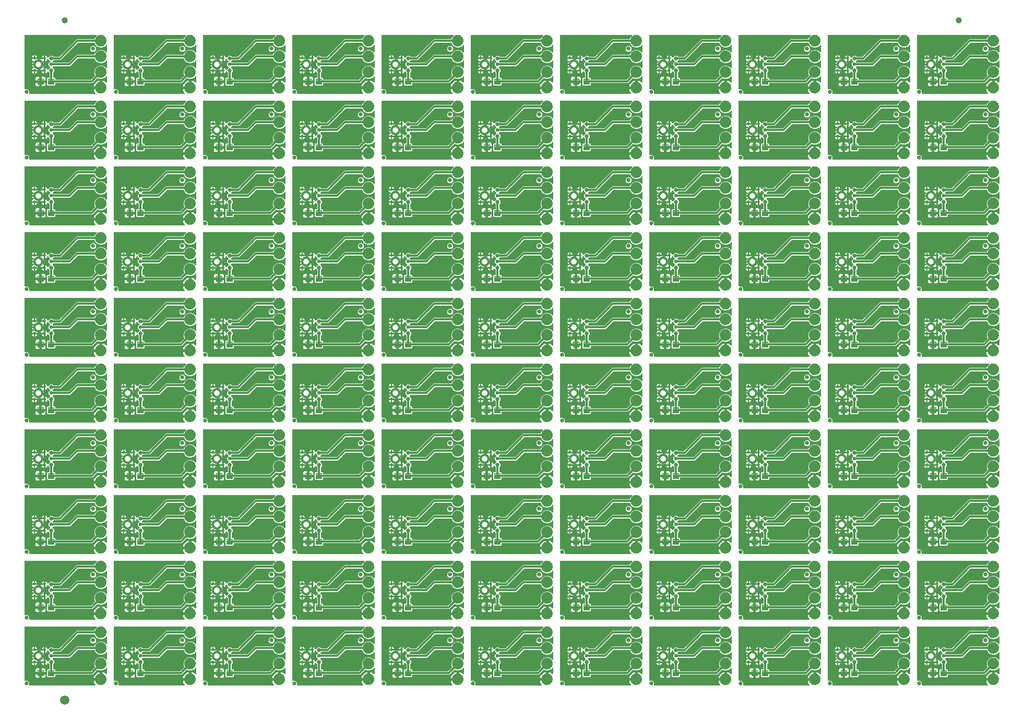
<source format=gtl>
G04 EAGLE Gerber RS-274X export*
G75*
%MOMM*%
%FSLAX34Y34*%
%LPD*%
%INTop Copper*%
%IPPOS*%
%AMOC8*
5,1,8,0,0,1.08239X$1,22.5*%
G01*
%ADD10C,0.100000*%
%ADD11C,0.635000*%
%ADD12C,0.650000*%
%ADD13C,0.300000*%
%ADD14C,0.600000*%
%ADD15C,0.460000*%
%ADD16C,0.102500*%
%ADD17C,1.879600*%
%ADD18C,1.000000*%
%ADD19C,1.500000*%
%ADD20C,0.254000*%
%ADD21C,0.304800*%

G36*
X1275839Y962919D02*
X1275839Y962919D01*
X1275869Y962916D01*
X1275980Y962939D01*
X1276092Y962955D01*
X1276119Y962967D01*
X1276147Y962972D01*
X1276248Y963024D01*
X1276351Y963071D01*
X1276374Y963090D01*
X1276400Y963103D01*
X1276482Y963181D01*
X1276568Y963254D01*
X1276585Y963279D01*
X1276606Y963299D01*
X1276663Y963397D01*
X1276726Y963491D01*
X1276735Y963519D01*
X1276750Y963544D01*
X1276777Y963654D01*
X1276812Y963762D01*
X1276812Y963791D01*
X1276820Y963820D01*
X1276816Y963933D01*
X1276819Y964046D01*
X1276812Y964075D01*
X1276811Y964104D01*
X1276776Y964212D01*
X1276747Y964321D01*
X1276732Y964347D01*
X1276723Y964375D01*
X1276677Y964439D01*
X1276602Y964566D01*
X1276556Y964609D01*
X1276528Y964648D01*
X1276134Y965042D01*
X1275029Y966563D01*
X1274176Y968237D01*
X1273595Y970024D01*
X1273474Y970789D01*
X1284224Y970789D01*
X1284282Y970797D01*
X1284340Y970795D01*
X1284422Y970817D01*
X1284505Y970829D01*
X1284559Y970853D01*
X1284615Y970867D01*
X1284688Y970910D01*
X1284765Y970945D01*
X1284809Y970983D01*
X1284860Y971013D01*
X1284917Y971074D01*
X1284982Y971129D01*
X1285014Y971177D01*
X1285054Y971220D01*
X1285093Y971295D01*
X1285139Y971365D01*
X1285157Y971421D01*
X1285184Y971473D01*
X1285195Y971541D01*
X1285225Y971636D01*
X1285228Y971736D01*
X1285239Y971804D01*
X1285239Y972821D01*
X1286256Y972821D01*
X1286314Y972829D01*
X1286372Y972828D01*
X1286454Y972849D01*
X1286537Y972861D01*
X1286591Y972885D01*
X1286647Y972899D01*
X1286720Y972942D01*
X1286797Y972977D01*
X1286842Y973015D01*
X1286892Y973045D01*
X1286950Y973106D01*
X1287014Y973161D01*
X1287046Y973209D01*
X1287086Y973252D01*
X1287125Y973327D01*
X1287171Y973397D01*
X1287189Y973453D01*
X1287216Y973505D01*
X1287227Y973573D01*
X1287257Y973668D01*
X1287260Y973768D01*
X1287271Y973836D01*
X1287271Y984586D01*
X1288036Y984465D01*
X1289823Y983884D01*
X1291497Y983031D01*
X1293018Y981926D01*
X1293412Y981532D01*
X1293436Y981514D01*
X1293455Y981492D01*
X1293549Y981429D01*
X1293639Y981361D01*
X1293667Y981350D01*
X1293691Y981334D01*
X1293799Y981300D01*
X1293905Y981260D01*
X1293934Y981257D01*
X1293962Y981248D01*
X1294075Y981245D01*
X1294188Y981236D01*
X1294217Y981242D01*
X1294246Y981241D01*
X1294356Y981270D01*
X1294467Y981292D01*
X1294493Y981305D01*
X1294521Y981313D01*
X1294619Y981371D01*
X1294719Y981423D01*
X1294741Y981443D01*
X1294766Y981458D01*
X1294843Y981541D01*
X1294925Y981619D01*
X1294940Y981644D01*
X1294960Y981665D01*
X1295012Y981766D01*
X1295069Y981864D01*
X1295076Y981892D01*
X1295090Y981919D01*
X1295103Y981996D01*
X1295139Y982140D01*
X1295137Y982202D01*
X1295145Y982250D01*
X1295145Y990586D01*
X1295141Y990615D01*
X1295144Y990645D01*
X1295121Y990756D01*
X1295105Y990868D01*
X1295093Y990895D01*
X1295088Y990923D01*
X1295035Y991024D01*
X1294989Y991127D01*
X1294970Y991150D01*
X1294957Y991176D01*
X1294879Y991258D01*
X1294806Y991344D01*
X1294781Y991361D01*
X1294761Y991382D01*
X1294663Y991439D01*
X1294569Y991502D01*
X1294541Y991511D01*
X1294516Y991526D01*
X1294406Y991553D01*
X1294298Y991588D01*
X1294268Y991588D01*
X1294240Y991596D01*
X1294127Y991592D01*
X1294014Y991595D01*
X1293985Y991588D01*
X1293956Y991587D01*
X1293848Y991552D01*
X1293739Y991523D01*
X1293713Y991508D01*
X1293685Y991499D01*
X1293622Y991454D01*
X1293494Y991378D01*
X1293451Y991332D01*
X1293412Y991304D01*
X1291283Y989175D01*
X1287362Y987551D01*
X1283118Y987551D01*
X1280496Y988637D01*
X1280494Y988638D01*
X1280493Y988638D01*
X1280359Y988673D01*
X1280221Y988708D01*
X1280219Y988708D01*
X1280218Y988709D01*
X1280077Y988704D01*
X1279937Y988700D01*
X1279935Y988700D01*
X1279933Y988700D01*
X1279801Y988657D01*
X1279666Y988613D01*
X1279664Y988613D01*
X1279663Y988612D01*
X1279651Y988603D01*
X1279430Y988455D01*
X1279410Y988432D01*
X1279390Y988417D01*
X1273346Y982374D01*
X1271412Y980439D01*
X1211864Y980439D01*
X1211806Y980431D01*
X1211748Y980433D01*
X1211666Y980411D01*
X1211582Y980399D01*
X1211529Y980376D01*
X1211473Y980361D01*
X1211400Y980318D01*
X1211323Y980283D01*
X1211278Y980245D01*
X1211228Y980216D01*
X1211170Y980154D01*
X1211106Y980100D01*
X1211074Y980051D01*
X1211034Y980008D01*
X1210995Y979933D01*
X1210948Y979863D01*
X1210931Y979807D01*
X1210904Y979755D01*
X1210893Y979687D01*
X1210863Y979592D01*
X1210860Y979492D01*
X1210849Y979424D01*
X1210849Y978000D01*
X1209812Y976963D01*
X1198344Y976963D01*
X1197307Y978000D01*
X1197307Y988468D01*
X1198344Y989505D01*
X1200950Y989505D01*
X1201008Y989513D01*
X1201066Y989511D01*
X1201148Y989533D01*
X1201232Y989545D01*
X1201285Y989568D01*
X1201341Y989583D01*
X1201414Y989626D01*
X1201491Y989661D01*
X1201536Y989699D01*
X1201586Y989728D01*
X1201644Y989790D01*
X1201708Y989844D01*
X1201740Y989893D01*
X1201780Y989936D01*
X1201819Y990011D01*
X1201866Y990081D01*
X1201883Y990137D01*
X1201910Y990189D01*
X1201921Y990257D01*
X1201951Y990352D01*
X1201954Y990452D01*
X1201965Y990520D01*
X1201965Y997251D01*
X1201953Y997338D01*
X1201950Y997425D01*
X1201933Y997478D01*
X1201925Y997532D01*
X1201890Y997612D01*
X1201863Y997695D01*
X1201835Y997735D01*
X1201809Y997792D01*
X1201713Y997905D01*
X1201668Y997969D01*
X1200035Y999602D01*
X1199943Y999671D01*
X1199855Y999745D01*
X1199830Y999756D01*
X1199808Y999773D01*
X1199700Y999814D01*
X1199596Y999860D01*
X1199568Y999864D01*
X1199542Y999874D01*
X1199428Y999883D01*
X1199314Y999899D01*
X1199286Y999895D01*
X1199259Y999897D01*
X1199146Y999875D01*
X1199033Y999858D01*
X1199007Y999847D01*
X1198980Y999841D01*
X1198878Y999789D01*
X1198774Y999741D01*
X1198752Y999723D01*
X1198728Y999711D01*
X1198644Y999631D01*
X1198557Y999557D01*
X1198544Y999536D01*
X1198522Y999515D01*
X1198387Y999285D01*
X1198379Y999272D01*
X1198050Y998477D01*
X1197520Y997684D01*
X1196846Y997010D01*
X1196053Y996480D01*
X1195172Y996115D01*
X1194909Y996063D01*
X1194909Y1000636D01*
X1194901Y1000694D01*
X1194903Y1000752D01*
X1194896Y1000776D01*
X1194898Y1000836D01*
X1194909Y1000904D01*
X1194909Y1005477D01*
X1195172Y1005425D01*
X1196053Y1005060D01*
X1196846Y1004530D01*
X1197520Y1003856D01*
X1198050Y1003063D01*
X1198286Y1002493D01*
X1198330Y1002419D01*
X1198365Y1002340D01*
X1198402Y1002297D01*
X1198431Y1002248D01*
X1198493Y1002189D01*
X1198549Y1002123D01*
X1198596Y1002092D01*
X1198637Y1002053D01*
X1198714Y1002013D01*
X1198785Y1001966D01*
X1198839Y1001948D01*
X1198890Y1001922D01*
X1198974Y1001906D01*
X1199056Y1001880D01*
X1199113Y1001878D01*
X1199169Y1001867D01*
X1199254Y1001875D01*
X1199340Y1001873D01*
X1199395Y1001887D01*
X1199452Y1001892D01*
X1199532Y1001923D01*
X1199615Y1001944D01*
X1199664Y1001973D01*
X1199717Y1001994D01*
X1199786Y1002046D01*
X1199860Y1002090D01*
X1199899Y1002131D01*
X1199944Y1002165D01*
X1199995Y1002234D01*
X1200054Y1002297D01*
X1200080Y1002348D01*
X1200114Y1002393D01*
X1200145Y1002474D01*
X1200184Y1002550D01*
X1200192Y1002599D01*
X1200215Y1002659D01*
X1200226Y1002804D01*
X1200239Y1002881D01*
X1200239Y1003143D01*
X1202651Y1005554D01*
X1202686Y1005601D01*
X1202728Y1005641D01*
X1202771Y1005714D01*
X1202822Y1005781D01*
X1202842Y1005836D01*
X1202872Y1005886D01*
X1202893Y1005968D01*
X1202923Y1006047D01*
X1202928Y1006105D01*
X1202942Y1006162D01*
X1202939Y1006246D01*
X1202946Y1006330D01*
X1202935Y1006387D01*
X1202933Y1006446D01*
X1202907Y1006526D01*
X1202890Y1006609D01*
X1202863Y1006661D01*
X1202845Y1006716D01*
X1202805Y1006773D01*
X1202759Y1006861D01*
X1202691Y1006933D01*
X1202651Y1006990D01*
X1200489Y1009151D01*
X1200489Y1012689D01*
X1202651Y1014850D01*
X1202686Y1014897D01*
X1202728Y1014937D01*
X1202771Y1015010D01*
X1202822Y1015078D01*
X1202842Y1015132D01*
X1202872Y1015183D01*
X1202893Y1015264D01*
X1202923Y1015343D01*
X1202928Y1015402D01*
X1202942Y1015458D01*
X1202939Y1015542D01*
X1202946Y1015626D01*
X1202935Y1015684D01*
X1202933Y1015742D01*
X1202907Y1015823D01*
X1202890Y1015905D01*
X1202863Y1015957D01*
X1202845Y1016013D01*
X1202805Y1016069D01*
X1202759Y1016158D01*
X1202691Y1016230D01*
X1202651Y1016286D01*
X1200239Y1018697D01*
X1200239Y1018959D01*
X1200227Y1019044D01*
X1200225Y1019130D01*
X1200207Y1019184D01*
X1200199Y1019240D01*
X1200164Y1019319D01*
X1200138Y1019401D01*
X1200106Y1019448D01*
X1200083Y1019500D01*
X1200028Y1019565D01*
X1199980Y1019637D01*
X1199936Y1019673D01*
X1199900Y1019717D01*
X1199828Y1019764D01*
X1199762Y1019820D01*
X1199710Y1019843D01*
X1199663Y1019874D01*
X1199581Y1019900D01*
X1199502Y1019935D01*
X1199446Y1019943D01*
X1199392Y1019960D01*
X1199306Y1019962D01*
X1199221Y1019974D01*
X1199165Y1019966D01*
X1199108Y1019967D01*
X1199025Y1019946D01*
X1198939Y1019933D01*
X1198888Y1019910D01*
X1198833Y1019896D01*
X1198759Y1019852D01*
X1198680Y1019816D01*
X1198637Y1019779D01*
X1198588Y1019750D01*
X1198529Y1019688D01*
X1198464Y1019632D01*
X1198438Y1019590D01*
X1198394Y1019543D01*
X1198328Y1019414D01*
X1198286Y1019347D01*
X1198050Y1018777D01*
X1197520Y1017984D01*
X1196846Y1017310D01*
X1196053Y1016780D01*
X1195172Y1016415D01*
X1194909Y1016363D01*
X1194909Y1020936D01*
X1194901Y1020994D01*
X1194903Y1021052D01*
X1194896Y1021076D01*
X1194898Y1021136D01*
X1194909Y1021204D01*
X1194909Y1025777D01*
X1195172Y1025725D01*
X1196053Y1025360D01*
X1196846Y1024830D01*
X1197520Y1024156D01*
X1198050Y1023363D01*
X1198379Y1022568D01*
X1198438Y1022469D01*
X1198490Y1022367D01*
X1198510Y1022347D01*
X1198524Y1022323D01*
X1198607Y1022244D01*
X1198686Y1022161D01*
X1198710Y1022147D01*
X1198730Y1022128D01*
X1198833Y1022075D01*
X1198932Y1022017D01*
X1198958Y1022010D01*
X1198983Y1021997D01*
X1199096Y1021975D01*
X1199207Y1021947D01*
X1199235Y1021948D01*
X1199262Y1021942D01*
X1199377Y1021952D01*
X1199491Y1021956D01*
X1199518Y1021964D01*
X1199545Y1021967D01*
X1199653Y1022008D01*
X1199762Y1022043D01*
X1199782Y1022058D01*
X1199811Y1022069D01*
X1200023Y1022230D01*
X1200035Y1022238D01*
X1202887Y1025091D01*
X1206633Y1025091D01*
X1208061Y1023662D01*
X1208131Y1023610D01*
X1208195Y1023550D01*
X1208244Y1023524D01*
X1208288Y1023491D01*
X1208370Y1023460D01*
X1208448Y1023420D01*
X1208495Y1023412D01*
X1208554Y1023390D01*
X1208702Y1023378D01*
X1208779Y1023365D01*
X1217112Y1023365D01*
X1217198Y1023377D01*
X1217286Y1023380D01*
X1217339Y1023397D01*
X1217393Y1023405D01*
X1217473Y1023440D01*
X1217556Y1023467D01*
X1217596Y1023495D01*
X1217653Y1023521D01*
X1217766Y1023617D01*
X1217830Y1023662D01*
X1245982Y1051815D01*
X1274172Y1051815D01*
X1274173Y1051815D01*
X1274175Y1051815D01*
X1274315Y1051835D01*
X1274453Y1051855D01*
X1274454Y1051855D01*
X1274456Y1051855D01*
X1274582Y1051912D01*
X1274712Y1051971D01*
X1274714Y1051972D01*
X1274715Y1051973D01*
X1274822Y1052064D01*
X1274929Y1052154D01*
X1274930Y1052156D01*
X1274932Y1052157D01*
X1274940Y1052170D01*
X1275087Y1052391D01*
X1275096Y1052420D01*
X1275109Y1052441D01*
X1276195Y1055063D01*
X1278324Y1057192D01*
X1278342Y1057216D01*
X1278364Y1057235D01*
X1278427Y1057329D01*
X1278495Y1057419D01*
X1278506Y1057447D01*
X1278522Y1057471D01*
X1278556Y1057579D01*
X1278596Y1057685D01*
X1278599Y1057714D01*
X1278608Y1057742D01*
X1278611Y1057856D01*
X1278620Y1057968D01*
X1278614Y1057997D01*
X1278615Y1058026D01*
X1278586Y1058136D01*
X1278564Y1058247D01*
X1278551Y1058273D01*
X1278543Y1058301D01*
X1278485Y1058399D01*
X1278433Y1058499D01*
X1278413Y1058521D01*
X1278398Y1058546D01*
X1278315Y1058623D01*
X1278237Y1058705D01*
X1278212Y1058720D01*
X1278191Y1058740D01*
X1278090Y1058792D01*
X1277992Y1058849D01*
X1277964Y1058856D01*
X1277937Y1058870D01*
X1277860Y1058883D01*
X1277717Y1058919D01*
X1277654Y1058917D01*
X1277606Y1058925D01*
X1162050Y1058925D01*
X1161992Y1058917D01*
X1161934Y1058919D01*
X1161852Y1058897D01*
X1161768Y1058885D01*
X1161715Y1058862D01*
X1161659Y1058847D01*
X1161586Y1058804D01*
X1161509Y1058769D01*
X1161464Y1058731D01*
X1161414Y1058702D01*
X1161356Y1058640D01*
X1161292Y1058586D01*
X1161260Y1058537D01*
X1161220Y1058494D01*
X1161181Y1058419D01*
X1161134Y1058349D01*
X1161117Y1058293D01*
X1161090Y1058241D01*
X1161079Y1058173D01*
X1161049Y1058078D01*
X1161046Y1057978D01*
X1161035Y1057910D01*
X1161035Y971907D01*
X1161039Y971878D01*
X1161036Y971848D01*
X1161059Y971737D01*
X1161075Y971625D01*
X1161087Y971598D01*
X1161093Y971569D01*
X1161145Y971469D01*
X1161191Y971366D01*
X1161210Y971343D01*
X1161224Y971317D01*
X1161302Y971235D01*
X1161374Y971149D01*
X1161399Y971133D01*
X1161420Y971111D01*
X1161517Y971054D01*
X1161611Y970991D01*
X1161639Y970982D01*
X1161665Y970968D01*
X1161774Y970940D01*
X1161882Y970906D01*
X1161912Y970905D01*
X1161941Y970898D01*
X1162053Y970901D01*
X1162166Y970898D01*
X1162195Y970906D01*
X1162225Y970907D01*
X1162252Y970916D01*
X1166178Y970916D01*
X1168782Y968312D01*
X1168782Y964623D01*
X1168761Y964605D01*
X1168698Y964511D01*
X1168630Y964421D01*
X1168620Y964393D01*
X1168603Y964369D01*
X1168569Y964261D01*
X1168529Y964155D01*
X1168527Y964126D01*
X1168518Y964098D01*
X1168515Y963985D01*
X1168505Y963872D01*
X1168511Y963843D01*
X1168510Y963814D01*
X1168539Y963704D01*
X1168561Y963593D01*
X1168575Y963567D01*
X1168582Y963539D01*
X1168640Y963441D01*
X1168692Y963341D01*
X1168712Y963319D01*
X1168727Y963294D01*
X1168810Y963217D01*
X1168888Y963135D01*
X1168913Y963120D01*
X1168935Y963100D01*
X1169036Y963048D01*
X1169133Y962991D01*
X1169162Y962984D01*
X1169188Y962970D01*
X1169265Y962957D01*
X1169409Y962921D01*
X1169471Y962923D01*
X1169519Y962915D01*
X1275810Y962915D01*
X1275839Y962919D01*
G37*
G36*
X841499Y642879D02*
X841499Y642879D01*
X841529Y642876D01*
X841640Y642899D01*
X841752Y642915D01*
X841779Y642927D01*
X841807Y642932D01*
X841908Y642984D01*
X842011Y643031D01*
X842034Y643050D01*
X842060Y643063D01*
X842142Y643141D01*
X842228Y643214D01*
X842245Y643239D01*
X842266Y643259D01*
X842323Y643357D01*
X842386Y643451D01*
X842395Y643479D01*
X842410Y643504D01*
X842437Y643614D01*
X842472Y643722D01*
X842472Y643751D01*
X842480Y643780D01*
X842476Y643893D01*
X842479Y644006D01*
X842472Y644035D01*
X842471Y644064D01*
X842436Y644172D01*
X842407Y644281D01*
X842392Y644307D01*
X842383Y644335D01*
X842337Y644399D01*
X842262Y644526D01*
X842216Y644569D01*
X842188Y644608D01*
X841794Y645002D01*
X840689Y646523D01*
X839836Y648197D01*
X839255Y649984D01*
X839134Y650749D01*
X849884Y650749D01*
X849942Y650757D01*
X850000Y650755D01*
X850082Y650777D01*
X850165Y650789D01*
X850219Y650813D01*
X850275Y650827D01*
X850348Y650870D01*
X850425Y650905D01*
X850469Y650943D01*
X850520Y650973D01*
X850577Y651034D01*
X850642Y651089D01*
X850674Y651137D01*
X850714Y651180D01*
X850753Y651255D01*
X850799Y651325D01*
X850817Y651381D01*
X850844Y651433D01*
X850855Y651501D01*
X850885Y651596D01*
X850888Y651696D01*
X850899Y651764D01*
X850899Y652781D01*
X851916Y652781D01*
X851974Y652789D01*
X852032Y652788D01*
X852114Y652809D01*
X852197Y652821D01*
X852251Y652845D01*
X852307Y652859D01*
X852380Y652902D01*
X852457Y652937D01*
X852502Y652975D01*
X852552Y653005D01*
X852610Y653066D01*
X852674Y653121D01*
X852706Y653169D01*
X852746Y653212D01*
X852785Y653287D01*
X852831Y653357D01*
X852849Y653413D01*
X852876Y653465D01*
X852887Y653533D01*
X852917Y653628D01*
X852920Y653728D01*
X852931Y653796D01*
X852931Y664546D01*
X853696Y664425D01*
X855483Y663844D01*
X857157Y662991D01*
X858678Y661886D01*
X859072Y661492D01*
X859096Y661474D01*
X859115Y661452D01*
X859209Y661389D01*
X859299Y661321D01*
X859327Y661310D01*
X859351Y661294D01*
X859459Y661260D01*
X859565Y661220D01*
X859594Y661217D01*
X859622Y661208D01*
X859735Y661205D01*
X859848Y661196D01*
X859877Y661202D01*
X859906Y661201D01*
X860016Y661230D01*
X860127Y661252D01*
X860153Y661265D01*
X860181Y661273D01*
X860279Y661331D01*
X860379Y661383D01*
X860401Y661403D01*
X860426Y661418D01*
X860503Y661501D01*
X860585Y661579D01*
X860600Y661604D01*
X860620Y661625D01*
X860672Y661726D01*
X860729Y661824D01*
X860736Y661852D01*
X860750Y661879D01*
X860763Y661956D01*
X860799Y662100D01*
X860797Y662162D01*
X860805Y662210D01*
X860805Y670546D01*
X860801Y670575D01*
X860804Y670605D01*
X860781Y670716D01*
X860765Y670828D01*
X860753Y670855D01*
X860748Y670883D01*
X860695Y670984D01*
X860649Y671087D01*
X860630Y671110D01*
X860617Y671136D01*
X860539Y671218D01*
X860466Y671304D01*
X860441Y671321D01*
X860421Y671342D01*
X860323Y671399D01*
X860229Y671462D01*
X860201Y671471D01*
X860176Y671486D01*
X860066Y671513D01*
X859958Y671548D01*
X859928Y671548D01*
X859900Y671556D01*
X859787Y671552D01*
X859674Y671555D01*
X859645Y671548D01*
X859616Y671547D01*
X859508Y671512D01*
X859399Y671483D01*
X859373Y671468D01*
X859345Y671459D01*
X859282Y671414D01*
X859154Y671338D01*
X859111Y671292D01*
X859072Y671264D01*
X856943Y669135D01*
X853022Y667511D01*
X848778Y667511D01*
X846156Y668597D01*
X846154Y668598D01*
X846153Y668598D01*
X846019Y668633D01*
X845881Y668668D01*
X845879Y668668D01*
X845878Y668669D01*
X845737Y668664D01*
X845597Y668660D01*
X845595Y668660D01*
X845593Y668660D01*
X845461Y668617D01*
X845326Y668573D01*
X845324Y668573D01*
X845323Y668572D01*
X845311Y668563D01*
X845090Y668415D01*
X845070Y668392D01*
X845050Y668377D01*
X839006Y662334D01*
X837072Y660399D01*
X777524Y660399D01*
X777466Y660391D01*
X777408Y660393D01*
X777326Y660371D01*
X777242Y660359D01*
X777189Y660336D01*
X777133Y660321D01*
X777060Y660278D01*
X776983Y660243D01*
X776938Y660205D01*
X776888Y660176D01*
X776830Y660114D01*
X776766Y660060D01*
X776734Y660011D01*
X776694Y659968D01*
X776655Y659893D01*
X776608Y659823D01*
X776591Y659767D01*
X776564Y659715D01*
X776553Y659647D01*
X776523Y659552D01*
X776520Y659452D01*
X776509Y659384D01*
X776509Y657960D01*
X775472Y656923D01*
X764004Y656923D01*
X762967Y657960D01*
X762967Y668428D01*
X764004Y669465D01*
X766610Y669465D01*
X766668Y669473D01*
X766726Y669471D01*
X766808Y669493D01*
X766892Y669505D01*
X766945Y669528D01*
X767001Y669543D01*
X767074Y669586D01*
X767151Y669621D01*
X767196Y669659D01*
X767246Y669688D01*
X767304Y669750D01*
X767368Y669804D01*
X767400Y669853D01*
X767440Y669896D01*
X767479Y669971D01*
X767526Y670041D01*
X767543Y670097D01*
X767570Y670149D01*
X767581Y670217D01*
X767611Y670312D01*
X767614Y670412D01*
X767625Y670480D01*
X767625Y677211D01*
X767613Y677298D01*
X767610Y677385D01*
X767593Y677438D01*
X767585Y677492D01*
X767550Y677572D01*
X767523Y677655D01*
X767495Y677695D01*
X767469Y677752D01*
X767373Y677865D01*
X767328Y677929D01*
X765695Y679562D01*
X765603Y679631D01*
X765515Y679705D01*
X765490Y679716D01*
X765468Y679733D01*
X765360Y679774D01*
X765256Y679820D01*
X765228Y679824D01*
X765202Y679834D01*
X765088Y679843D01*
X764974Y679859D01*
X764946Y679855D01*
X764919Y679857D01*
X764806Y679835D01*
X764693Y679818D01*
X764667Y679807D01*
X764640Y679801D01*
X764538Y679749D01*
X764434Y679701D01*
X764412Y679683D01*
X764388Y679671D01*
X764304Y679591D01*
X764217Y679517D01*
X764204Y679496D01*
X764182Y679475D01*
X764047Y679245D01*
X764039Y679232D01*
X763710Y678437D01*
X763180Y677644D01*
X762506Y676970D01*
X761713Y676440D01*
X760832Y676075D01*
X760569Y676023D01*
X760569Y680596D01*
X760561Y680654D01*
X760563Y680712D01*
X760556Y680736D01*
X760558Y680796D01*
X760569Y680864D01*
X760569Y685437D01*
X760832Y685385D01*
X761713Y685020D01*
X762506Y684490D01*
X763180Y683816D01*
X763710Y683023D01*
X763946Y682453D01*
X763990Y682379D01*
X764025Y682300D01*
X764062Y682257D01*
X764091Y682208D01*
X764153Y682149D01*
X764209Y682083D01*
X764256Y682052D01*
X764297Y682013D01*
X764374Y681973D01*
X764445Y681926D01*
X764499Y681908D01*
X764550Y681882D01*
X764634Y681866D01*
X764716Y681840D01*
X764773Y681838D01*
X764829Y681827D01*
X764914Y681835D01*
X765000Y681833D01*
X765055Y681847D01*
X765112Y681852D01*
X765192Y681883D01*
X765275Y681904D01*
X765324Y681933D01*
X765377Y681954D01*
X765446Y682006D01*
X765520Y682050D01*
X765559Y682091D01*
X765604Y682125D01*
X765655Y682194D01*
X765714Y682257D01*
X765740Y682308D01*
X765774Y682353D01*
X765805Y682434D01*
X765844Y682510D01*
X765852Y682559D01*
X765875Y682619D01*
X765886Y682764D01*
X765899Y682841D01*
X765899Y683103D01*
X768311Y685514D01*
X768346Y685561D01*
X768388Y685601D01*
X768431Y685674D01*
X768482Y685741D01*
X768502Y685796D01*
X768532Y685846D01*
X768553Y685928D01*
X768583Y686007D01*
X768588Y686065D01*
X768602Y686122D01*
X768599Y686206D01*
X768606Y686290D01*
X768595Y686347D01*
X768593Y686406D01*
X768567Y686486D01*
X768550Y686569D01*
X768523Y686621D01*
X768505Y686676D01*
X768465Y686733D01*
X768419Y686821D01*
X768351Y686893D01*
X768311Y686950D01*
X766149Y689111D01*
X766149Y692649D01*
X768311Y694810D01*
X768346Y694857D01*
X768388Y694897D01*
X768431Y694970D01*
X768482Y695038D01*
X768502Y695092D01*
X768532Y695143D01*
X768553Y695224D01*
X768583Y695303D01*
X768588Y695362D01*
X768602Y695418D01*
X768599Y695502D01*
X768606Y695586D01*
X768595Y695644D01*
X768593Y695702D01*
X768567Y695783D01*
X768550Y695865D01*
X768523Y695917D01*
X768505Y695973D01*
X768465Y696029D01*
X768419Y696118D01*
X768351Y696190D01*
X768311Y696246D01*
X765899Y698657D01*
X765899Y698919D01*
X765887Y699004D01*
X765885Y699090D01*
X765867Y699144D01*
X765859Y699200D01*
X765824Y699279D01*
X765798Y699361D01*
X765766Y699408D01*
X765743Y699460D01*
X765688Y699525D01*
X765640Y699597D01*
X765596Y699633D01*
X765560Y699677D01*
X765488Y699724D01*
X765422Y699780D01*
X765370Y699803D01*
X765323Y699834D01*
X765241Y699860D01*
X765162Y699895D01*
X765106Y699903D01*
X765052Y699920D01*
X764966Y699922D01*
X764881Y699934D01*
X764825Y699926D01*
X764768Y699927D01*
X764685Y699906D01*
X764599Y699893D01*
X764548Y699870D01*
X764493Y699856D01*
X764419Y699812D01*
X764340Y699776D01*
X764297Y699739D01*
X764248Y699710D01*
X764189Y699648D01*
X764124Y699592D01*
X764098Y699550D01*
X764054Y699503D01*
X763988Y699374D01*
X763946Y699307D01*
X763710Y698737D01*
X763180Y697944D01*
X762506Y697270D01*
X761713Y696740D01*
X760832Y696375D01*
X760569Y696323D01*
X760569Y700896D01*
X760561Y700954D01*
X760563Y701012D01*
X760556Y701036D01*
X760558Y701096D01*
X760569Y701164D01*
X760569Y705737D01*
X760832Y705685D01*
X761713Y705320D01*
X762506Y704790D01*
X763180Y704116D01*
X763710Y703323D01*
X764039Y702528D01*
X764098Y702429D01*
X764150Y702327D01*
X764170Y702307D01*
X764184Y702283D01*
X764267Y702204D01*
X764346Y702121D01*
X764370Y702107D01*
X764390Y702088D01*
X764493Y702035D01*
X764592Y701977D01*
X764618Y701970D01*
X764643Y701957D01*
X764756Y701935D01*
X764867Y701907D01*
X764895Y701908D01*
X764922Y701902D01*
X765037Y701912D01*
X765151Y701916D01*
X765178Y701924D01*
X765205Y701927D01*
X765313Y701968D01*
X765422Y702003D01*
X765442Y702018D01*
X765471Y702029D01*
X765683Y702190D01*
X765695Y702198D01*
X768547Y705051D01*
X772293Y705051D01*
X773721Y703622D01*
X773791Y703570D01*
X773855Y703510D01*
X773904Y703484D01*
X773948Y703451D01*
X774030Y703420D01*
X774108Y703380D01*
X774155Y703372D01*
X774214Y703350D01*
X774362Y703338D01*
X774439Y703325D01*
X782772Y703325D01*
X782858Y703337D01*
X782946Y703340D01*
X782999Y703357D01*
X783053Y703365D01*
X783133Y703400D01*
X783216Y703427D01*
X783256Y703455D01*
X783313Y703481D01*
X783426Y703577D01*
X783490Y703622D01*
X811642Y731775D01*
X839832Y731775D01*
X839833Y731775D01*
X839835Y731775D01*
X839975Y731795D01*
X840113Y731815D01*
X840114Y731815D01*
X840116Y731815D01*
X840242Y731872D01*
X840372Y731931D01*
X840374Y731932D01*
X840375Y731933D01*
X840482Y732024D01*
X840589Y732114D01*
X840590Y732116D01*
X840592Y732117D01*
X840600Y732130D01*
X840747Y732351D01*
X840756Y732380D01*
X840769Y732401D01*
X841855Y735023D01*
X843984Y737152D01*
X844002Y737176D01*
X844024Y737195D01*
X844087Y737289D01*
X844155Y737379D01*
X844166Y737407D01*
X844182Y737431D01*
X844216Y737539D01*
X844256Y737645D01*
X844259Y737674D01*
X844268Y737702D01*
X844271Y737816D01*
X844280Y737928D01*
X844274Y737957D01*
X844275Y737986D01*
X844246Y738096D01*
X844224Y738207D01*
X844211Y738233D01*
X844203Y738261D01*
X844145Y738359D01*
X844093Y738459D01*
X844073Y738481D01*
X844058Y738506D01*
X843975Y738583D01*
X843897Y738665D01*
X843872Y738680D01*
X843851Y738700D01*
X843750Y738752D01*
X843652Y738809D01*
X843624Y738816D01*
X843597Y738830D01*
X843520Y738843D01*
X843377Y738879D01*
X843314Y738877D01*
X843266Y738885D01*
X727710Y738885D01*
X727652Y738877D01*
X727594Y738879D01*
X727512Y738857D01*
X727428Y738845D01*
X727375Y738822D01*
X727319Y738807D01*
X727246Y738764D01*
X727169Y738729D01*
X727124Y738691D01*
X727074Y738662D01*
X727016Y738600D01*
X726952Y738546D01*
X726920Y738497D01*
X726880Y738454D01*
X726841Y738379D01*
X726794Y738309D01*
X726777Y738253D01*
X726750Y738201D01*
X726739Y738133D01*
X726709Y738038D01*
X726706Y737938D01*
X726695Y737870D01*
X726695Y651867D01*
X726699Y651838D01*
X726696Y651808D01*
X726719Y651697D01*
X726735Y651585D01*
X726747Y651558D01*
X726753Y651529D01*
X726805Y651429D01*
X726851Y651326D01*
X726870Y651303D01*
X726884Y651277D01*
X726962Y651195D01*
X727034Y651109D01*
X727059Y651093D01*
X727080Y651071D01*
X727177Y651014D01*
X727271Y650951D01*
X727299Y650942D01*
X727325Y650928D01*
X727434Y650900D01*
X727542Y650866D01*
X727572Y650865D01*
X727601Y650858D01*
X727713Y650861D01*
X727826Y650858D01*
X727855Y650866D01*
X727885Y650867D01*
X727912Y650876D01*
X731838Y650876D01*
X734442Y648272D01*
X734442Y644583D01*
X734421Y644565D01*
X734358Y644471D01*
X734290Y644381D01*
X734280Y644353D01*
X734263Y644329D01*
X734229Y644221D01*
X734189Y644115D01*
X734187Y644086D01*
X734178Y644058D01*
X734175Y643945D01*
X734165Y643832D01*
X734171Y643803D01*
X734170Y643774D01*
X734199Y643664D01*
X734221Y643553D01*
X734235Y643527D01*
X734242Y643499D01*
X734300Y643401D01*
X734352Y643301D01*
X734372Y643279D01*
X734387Y643254D01*
X734470Y643177D01*
X734548Y643095D01*
X734573Y643080D01*
X734595Y643060D01*
X734696Y643008D01*
X734793Y642951D01*
X734822Y642944D01*
X734848Y642930D01*
X734925Y642917D01*
X735069Y642881D01*
X735131Y642883D01*
X735179Y642875D01*
X841470Y642875D01*
X841499Y642879D01*
G37*
G36*
X1420619Y429519D02*
X1420619Y429519D01*
X1420649Y429516D01*
X1420760Y429539D01*
X1420872Y429555D01*
X1420899Y429567D01*
X1420927Y429572D01*
X1421028Y429624D01*
X1421131Y429671D01*
X1421154Y429690D01*
X1421180Y429703D01*
X1421262Y429781D01*
X1421348Y429854D01*
X1421365Y429879D01*
X1421386Y429899D01*
X1421443Y429997D01*
X1421506Y430091D01*
X1421515Y430119D01*
X1421530Y430144D01*
X1421557Y430254D01*
X1421592Y430362D01*
X1421592Y430391D01*
X1421600Y430420D01*
X1421596Y430533D01*
X1421599Y430646D01*
X1421592Y430675D01*
X1421591Y430704D01*
X1421556Y430812D01*
X1421527Y430921D01*
X1421512Y430947D01*
X1421503Y430975D01*
X1421457Y431039D01*
X1421382Y431166D01*
X1421336Y431209D01*
X1421308Y431248D01*
X1420914Y431642D01*
X1419809Y433163D01*
X1418956Y434837D01*
X1418375Y436624D01*
X1418254Y437389D01*
X1429004Y437389D01*
X1429062Y437397D01*
X1429120Y437395D01*
X1429202Y437417D01*
X1429285Y437429D01*
X1429339Y437453D01*
X1429395Y437467D01*
X1429468Y437510D01*
X1429545Y437545D01*
X1429589Y437583D01*
X1429640Y437613D01*
X1429697Y437674D01*
X1429762Y437729D01*
X1429794Y437777D01*
X1429834Y437820D01*
X1429873Y437895D01*
X1429919Y437965D01*
X1429937Y438021D01*
X1429964Y438073D01*
X1429975Y438141D01*
X1430005Y438236D01*
X1430008Y438336D01*
X1430019Y438404D01*
X1430019Y439421D01*
X1431036Y439421D01*
X1431094Y439429D01*
X1431152Y439428D01*
X1431234Y439449D01*
X1431317Y439461D01*
X1431371Y439485D01*
X1431427Y439499D01*
X1431500Y439542D01*
X1431577Y439577D01*
X1431622Y439615D01*
X1431672Y439645D01*
X1431730Y439706D01*
X1431794Y439761D01*
X1431826Y439809D01*
X1431866Y439852D01*
X1431905Y439927D01*
X1431951Y439997D01*
X1431969Y440053D01*
X1431996Y440105D01*
X1432007Y440173D01*
X1432037Y440268D01*
X1432040Y440368D01*
X1432051Y440436D01*
X1432051Y451186D01*
X1432816Y451065D01*
X1434603Y450484D01*
X1436277Y449631D01*
X1437798Y448526D01*
X1438192Y448132D01*
X1438216Y448114D01*
X1438235Y448092D01*
X1438329Y448029D01*
X1438419Y447961D01*
X1438447Y447950D01*
X1438471Y447934D01*
X1438579Y447900D01*
X1438685Y447860D01*
X1438714Y447857D01*
X1438742Y447848D01*
X1438855Y447845D01*
X1438968Y447836D01*
X1438997Y447842D01*
X1439026Y447841D01*
X1439136Y447870D01*
X1439247Y447892D01*
X1439273Y447905D01*
X1439301Y447913D01*
X1439399Y447971D01*
X1439499Y448023D01*
X1439521Y448043D01*
X1439546Y448058D01*
X1439623Y448141D01*
X1439705Y448219D01*
X1439720Y448244D01*
X1439740Y448265D01*
X1439792Y448366D01*
X1439849Y448464D01*
X1439856Y448492D01*
X1439870Y448519D01*
X1439883Y448596D01*
X1439919Y448740D01*
X1439917Y448802D01*
X1439925Y448850D01*
X1439925Y457186D01*
X1439921Y457215D01*
X1439924Y457245D01*
X1439901Y457356D01*
X1439885Y457468D01*
X1439873Y457495D01*
X1439868Y457523D01*
X1439815Y457624D01*
X1439769Y457727D01*
X1439750Y457750D01*
X1439737Y457776D01*
X1439659Y457858D01*
X1439586Y457944D01*
X1439561Y457961D01*
X1439541Y457982D01*
X1439443Y458039D01*
X1439349Y458102D01*
X1439321Y458111D01*
X1439296Y458126D01*
X1439186Y458153D01*
X1439078Y458188D01*
X1439048Y458188D01*
X1439020Y458196D01*
X1438907Y458192D01*
X1438794Y458195D01*
X1438765Y458188D01*
X1438736Y458187D01*
X1438628Y458152D01*
X1438519Y458123D01*
X1438493Y458108D01*
X1438465Y458099D01*
X1438402Y458054D01*
X1438274Y457978D01*
X1438231Y457932D01*
X1438192Y457904D01*
X1436063Y455775D01*
X1432142Y454151D01*
X1427898Y454151D01*
X1425276Y455237D01*
X1425274Y455238D01*
X1425273Y455238D01*
X1425139Y455273D01*
X1425001Y455308D01*
X1424999Y455308D01*
X1424998Y455309D01*
X1424857Y455304D01*
X1424717Y455300D01*
X1424715Y455300D01*
X1424713Y455300D01*
X1424581Y455257D01*
X1424446Y455213D01*
X1424444Y455213D01*
X1424443Y455212D01*
X1424431Y455203D01*
X1424210Y455055D01*
X1424190Y455032D01*
X1424170Y455017D01*
X1418126Y448974D01*
X1416192Y447039D01*
X1356644Y447039D01*
X1356586Y447031D01*
X1356528Y447033D01*
X1356446Y447011D01*
X1356362Y446999D01*
X1356309Y446976D01*
X1356253Y446961D01*
X1356180Y446918D01*
X1356103Y446883D01*
X1356058Y446845D01*
X1356008Y446816D01*
X1355950Y446754D01*
X1355886Y446700D01*
X1355854Y446651D01*
X1355814Y446608D01*
X1355775Y446533D01*
X1355728Y446463D01*
X1355711Y446407D01*
X1355684Y446355D01*
X1355673Y446287D01*
X1355643Y446192D01*
X1355640Y446092D01*
X1355629Y446024D01*
X1355629Y444600D01*
X1354592Y443563D01*
X1343124Y443563D01*
X1342087Y444600D01*
X1342087Y455068D01*
X1343124Y456105D01*
X1345730Y456105D01*
X1345788Y456113D01*
X1345846Y456111D01*
X1345928Y456133D01*
X1346012Y456145D01*
X1346065Y456168D01*
X1346121Y456183D01*
X1346194Y456226D01*
X1346271Y456261D01*
X1346316Y456299D01*
X1346366Y456328D01*
X1346424Y456390D01*
X1346488Y456444D01*
X1346520Y456493D01*
X1346560Y456536D01*
X1346599Y456611D01*
X1346646Y456681D01*
X1346663Y456737D01*
X1346690Y456789D01*
X1346701Y456857D01*
X1346731Y456952D01*
X1346734Y457052D01*
X1346745Y457120D01*
X1346745Y463851D01*
X1346733Y463938D01*
X1346730Y464025D01*
X1346713Y464078D01*
X1346705Y464132D01*
X1346670Y464212D01*
X1346643Y464295D01*
X1346615Y464335D01*
X1346589Y464392D01*
X1346493Y464505D01*
X1346448Y464569D01*
X1344815Y466202D01*
X1344723Y466271D01*
X1344635Y466345D01*
X1344610Y466356D01*
X1344588Y466373D01*
X1344480Y466414D01*
X1344376Y466460D01*
X1344348Y466464D01*
X1344322Y466474D01*
X1344208Y466483D01*
X1344094Y466499D01*
X1344066Y466495D01*
X1344039Y466497D01*
X1343926Y466475D01*
X1343813Y466458D01*
X1343787Y466447D01*
X1343760Y466441D01*
X1343658Y466389D01*
X1343554Y466341D01*
X1343532Y466323D01*
X1343508Y466311D01*
X1343424Y466231D01*
X1343337Y466157D01*
X1343324Y466136D01*
X1343302Y466115D01*
X1343167Y465885D01*
X1343159Y465872D01*
X1342830Y465077D01*
X1342300Y464284D01*
X1341626Y463610D01*
X1340833Y463080D01*
X1339952Y462715D01*
X1339689Y462663D01*
X1339689Y467236D01*
X1339681Y467294D01*
X1339683Y467352D01*
X1339676Y467376D01*
X1339678Y467436D01*
X1339689Y467504D01*
X1339689Y472077D01*
X1339952Y472025D01*
X1340833Y471660D01*
X1341626Y471130D01*
X1342300Y470456D01*
X1342830Y469663D01*
X1343066Y469093D01*
X1343110Y469019D01*
X1343145Y468940D01*
X1343182Y468897D01*
X1343211Y468848D01*
X1343273Y468789D01*
X1343329Y468723D01*
X1343376Y468692D01*
X1343417Y468653D01*
X1343494Y468613D01*
X1343565Y468566D01*
X1343619Y468548D01*
X1343670Y468522D01*
X1343754Y468506D01*
X1343836Y468480D01*
X1343893Y468478D01*
X1343949Y468467D01*
X1344034Y468475D01*
X1344120Y468473D01*
X1344175Y468487D01*
X1344232Y468492D01*
X1344312Y468523D01*
X1344395Y468544D01*
X1344444Y468573D01*
X1344497Y468594D01*
X1344566Y468646D01*
X1344640Y468690D01*
X1344679Y468731D01*
X1344724Y468765D01*
X1344775Y468834D01*
X1344834Y468897D01*
X1344860Y468948D01*
X1344894Y468993D01*
X1344925Y469074D01*
X1344964Y469150D01*
X1344972Y469199D01*
X1344995Y469259D01*
X1345006Y469404D01*
X1345019Y469481D01*
X1345019Y469743D01*
X1347431Y472154D01*
X1347466Y472201D01*
X1347508Y472241D01*
X1347551Y472314D01*
X1347602Y472381D01*
X1347622Y472436D01*
X1347652Y472486D01*
X1347673Y472568D01*
X1347703Y472647D01*
X1347708Y472705D01*
X1347722Y472762D01*
X1347719Y472846D01*
X1347726Y472930D01*
X1347715Y472987D01*
X1347713Y473046D01*
X1347687Y473126D01*
X1347670Y473209D01*
X1347643Y473261D01*
X1347625Y473316D01*
X1347585Y473373D01*
X1347539Y473461D01*
X1347471Y473533D01*
X1347431Y473590D01*
X1345269Y475751D01*
X1345269Y479289D01*
X1347431Y481450D01*
X1347466Y481497D01*
X1347508Y481537D01*
X1347551Y481610D01*
X1347602Y481678D01*
X1347622Y481732D01*
X1347652Y481783D01*
X1347673Y481864D01*
X1347703Y481943D01*
X1347708Y482002D01*
X1347722Y482058D01*
X1347719Y482142D01*
X1347726Y482226D01*
X1347715Y482284D01*
X1347713Y482342D01*
X1347687Y482423D01*
X1347670Y482505D01*
X1347643Y482557D01*
X1347625Y482613D01*
X1347585Y482669D01*
X1347539Y482758D01*
X1347471Y482830D01*
X1347431Y482886D01*
X1345019Y485297D01*
X1345019Y485559D01*
X1345007Y485644D01*
X1345005Y485730D01*
X1344987Y485784D01*
X1344979Y485840D01*
X1344944Y485919D01*
X1344918Y486001D01*
X1344886Y486048D01*
X1344863Y486100D01*
X1344808Y486165D01*
X1344760Y486237D01*
X1344716Y486273D01*
X1344680Y486317D01*
X1344608Y486364D01*
X1344542Y486420D01*
X1344490Y486443D01*
X1344443Y486474D01*
X1344361Y486500D01*
X1344282Y486535D01*
X1344226Y486543D01*
X1344172Y486560D01*
X1344086Y486562D01*
X1344001Y486574D01*
X1343945Y486566D01*
X1343888Y486567D01*
X1343805Y486546D01*
X1343719Y486533D01*
X1343668Y486510D01*
X1343613Y486496D01*
X1343539Y486452D01*
X1343460Y486416D01*
X1343417Y486379D01*
X1343368Y486350D01*
X1343309Y486288D01*
X1343244Y486232D01*
X1343218Y486190D01*
X1343174Y486143D01*
X1343108Y486014D01*
X1343066Y485947D01*
X1342830Y485377D01*
X1342300Y484584D01*
X1341626Y483910D01*
X1340833Y483380D01*
X1339952Y483015D01*
X1339689Y482963D01*
X1339689Y487536D01*
X1339681Y487594D01*
X1339683Y487652D01*
X1339676Y487676D01*
X1339678Y487736D01*
X1339689Y487804D01*
X1339689Y492377D01*
X1339952Y492325D01*
X1340833Y491960D01*
X1341626Y491430D01*
X1342300Y490756D01*
X1342830Y489963D01*
X1343159Y489168D01*
X1343218Y489069D01*
X1343270Y488967D01*
X1343290Y488947D01*
X1343304Y488923D01*
X1343387Y488844D01*
X1343466Y488761D01*
X1343490Y488747D01*
X1343510Y488728D01*
X1343613Y488675D01*
X1343712Y488617D01*
X1343738Y488610D01*
X1343763Y488597D01*
X1343876Y488575D01*
X1343987Y488547D01*
X1344015Y488548D01*
X1344042Y488542D01*
X1344157Y488552D01*
X1344271Y488556D01*
X1344298Y488564D01*
X1344325Y488567D01*
X1344433Y488608D01*
X1344542Y488643D01*
X1344562Y488658D01*
X1344591Y488669D01*
X1344803Y488830D01*
X1344815Y488838D01*
X1347667Y491691D01*
X1351413Y491691D01*
X1352841Y490262D01*
X1352911Y490210D01*
X1352975Y490150D01*
X1353024Y490124D01*
X1353068Y490091D01*
X1353150Y490060D01*
X1353228Y490020D01*
X1353275Y490012D01*
X1353334Y489990D01*
X1353482Y489978D01*
X1353559Y489965D01*
X1361892Y489965D01*
X1361978Y489977D01*
X1362066Y489980D01*
X1362119Y489997D01*
X1362173Y490005D01*
X1362253Y490040D01*
X1362336Y490067D01*
X1362376Y490095D01*
X1362433Y490121D01*
X1362546Y490217D01*
X1362610Y490262D01*
X1390762Y518415D01*
X1418952Y518415D01*
X1418953Y518415D01*
X1418955Y518415D01*
X1419095Y518435D01*
X1419233Y518455D01*
X1419234Y518455D01*
X1419236Y518455D01*
X1419362Y518512D01*
X1419492Y518571D01*
X1419494Y518572D01*
X1419495Y518573D01*
X1419602Y518664D01*
X1419709Y518754D01*
X1419710Y518756D01*
X1419712Y518757D01*
X1419720Y518770D01*
X1419867Y518991D01*
X1419876Y519020D01*
X1419889Y519041D01*
X1420975Y521663D01*
X1423104Y523792D01*
X1423122Y523816D01*
X1423144Y523835D01*
X1423207Y523929D01*
X1423275Y524019D01*
X1423286Y524047D01*
X1423302Y524071D01*
X1423336Y524179D01*
X1423376Y524285D01*
X1423379Y524314D01*
X1423388Y524342D01*
X1423391Y524456D01*
X1423400Y524568D01*
X1423394Y524597D01*
X1423395Y524626D01*
X1423366Y524736D01*
X1423344Y524847D01*
X1423331Y524873D01*
X1423323Y524901D01*
X1423265Y524999D01*
X1423213Y525099D01*
X1423193Y525121D01*
X1423178Y525146D01*
X1423095Y525223D01*
X1423017Y525305D01*
X1422992Y525320D01*
X1422971Y525340D01*
X1422870Y525392D01*
X1422772Y525449D01*
X1422744Y525456D01*
X1422717Y525470D01*
X1422640Y525483D01*
X1422497Y525519D01*
X1422434Y525517D01*
X1422386Y525525D01*
X1306830Y525525D01*
X1306772Y525517D01*
X1306714Y525519D01*
X1306632Y525497D01*
X1306548Y525485D01*
X1306495Y525462D01*
X1306439Y525447D01*
X1306366Y525404D01*
X1306289Y525369D01*
X1306244Y525331D01*
X1306194Y525302D01*
X1306136Y525240D01*
X1306072Y525186D01*
X1306040Y525137D01*
X1306000Y525094D01*
X1305961Y525019D01*
X1305914Y524949D01*
X1305897Y524893D01*
X1305870Y524841D01*
X1305859Y524773D01*
X1305829Y524678D01*
X1305826Y524578D01*
X1305815Y524510D01*
X1305815Y438507D01*
X1305819Y438478D01*
X1305816Y438448D01*
X1305839Y438337D01*
X1305855Y438225D01*
X1305867Y438198D01*
X1305873Y438169D01*
X1305925Y438069D01*
X1305971Y437966D01*
X1305990Y437943D01*
X1306004Y437917D01*
X1306082Y437835D01*
X1306154Y437749D01*
X1306179Y437733D01*
X1306200Y437711D01*
X1306297Y437654D01*
X1306391Y437591D01*
X1306419Y437582D01*
X1306445Y437568D01*
X1306554Y437540D01*
X1306662Y437506D01*
X1306692Y437505D01*
X1306721Y437498D01*
X1306833Y437501D01*
X1306946Y437498D01*
X1306975Y437506D01*
X1307005Y437507D01*
X1307032Y437516D01*
X1310958Y437516D01*
X1313562Y434912D01*
X1313562Y431223D01*
X1313541Y431205D01*
X1313478Y431111D01*
X1313410Y431021D01*
X1313400Y430993D01*
X1313383Y430969D01*
X1313349Y430861D01*
X1313309Y430755D01*
X1313307Y430726D01*
X1313298Y430698D01*
X1313295Y430585D01*
X1313285Y430472D01*
X1313291Y430443D01*
X1313290Y430414D01*
X1313319Y430304D01*
X1313341Y430193D01*
X1313355Y430167D01*
X1313362Y430139D01*
X1313420Y430041D01*
X1313472Y429941D01*
X1313492Y429919D01*
X1313507Y429894D01*
X1313590Y429817D01*
X1313668Y429735D01*
X1313693Y429720D01*
X1313715Y429700D01*
X1313816Y429648D01*
X1313913Y429591D01*
X1313942Y429584D01*
X1313968Y429570D01*
X1314045Y429557D01*
X1314189Y429521D01*
X1314251Y429523D01*
X1314299Y429515D01*
X1420590Y429515D01*
X1420619Y429519D01*
G37*
G36*
X407159Y322839D02*
X407159Y322839D01*
X407189Y322836D01*
X407300Y322859D01*
X407412Y322875D01*
X407439Y322887D01*
X407467Y322892D01*
X407568Y322944D01*
X407671Y322991D01*
X407694Y323010D01*
X407720Y323023D01*
X407802Y323101D01*
X407888Y323174D01*
X407905Y323199D01*
X407926Y323219D01*
X407983Y323317D01*
X408046Y323411D01*
X408055Y323439D01*
X408070Y323464D01*
X408097Y323574D01*
X408132Y323682D01*
X408132Y323711D01*
X408140Y323740D01*
X408136Y323853D01*
X408139Y323966D01*
X408132Y323995D01*
X408131Y324024D01*
X408096Y324132D01*
X408067Y324241D01*
X408052Y324267D01*
X408043Y324295D01*
X407997Y324359D01*
X407922Y324486D01*
X407876Y324529D01*
X407848Y324568D01*
X407454Y324962D01*
X406349Y326483D01*
X405496Y328157D01*
X404915Y329944D01*
X404794Y330709D01*
X415544Y330709D01*
X415602Y330717D01*
X415660Y330715D01*
X415742Y330737D01*
X415825Y330749D01*
X415879Y330773D01*
X415935Y330787D01*
X416008Y330830D01*
X416085Y330865D01*
X416129Y330903D01*
X416180Y330933D01*
X416237Y330994D01*
X416302Y331049D01*
X416334Y331097D01*
X416374Y331140D01*
X416413Y331215D01*
X416459Y331285D01*
X416477Y331341D01*
X416504Y331393D01*
X416515Y331461D01*
X416545Y331556D01*
X416548Y331656D01*
X416559Y331724D01*
X416559Y332741D01*
X417576Y332741D01*
X417634Y332749D01*
X417692Y332748D01*
X417774Y332769D01*
X417857Y332781D01*
X417911Y332805D01*
X417967Y332819D01*
X418040Y332862D01*
X418117Y332897D01*
X418162Y332935D01*
X418212Y332965D01*
X418270Y333026D01*
X418334Y333081D01*
X418366Y333129D01*
X418406Y333172D01*
X418445Y333247D01*
X418491Y333317D01*
X418509Y333373D01*
X418536Y333425D01*
X418547Y333493D01*
X418577Y333588D01*
X418580Y333688D01*
X418591Y333756D01*
X418591Y344506D01*
X419356Y344385D01*
X421143Y343804D01*
X422817Y342951D01*
X424338Y341846D01*
X424732Y341452D01*
X424756Y341434D01*
X424775Y341412D01*
X424869Y341349D01*
X424959Y341281D01*
X424987Y341270D01*
X425011Y341254D01*
X425119Y341220D01*
X425225Y341180D01*
X425254Y341177D01*
X425282Y341168D01*
X425395Y341165D01*
X425508Y341156D01*
X425537Y341162D01*
X425566Y341161D01*
X425676Y341190D01*
X425787Y341212D01*
X425813Y341225D01*
X425841Y341233D01*
X425939Y341291D01*
X426039Y341343D01*
X426061Y341363D01*
X426086Y341378D01*
X426163Y341461D01*
X426245Y341539D01*
X426260Y341564D01*
X426280Y341585D01*
X426332Y341686D01*
X426389Y341784D01*
X426396Y341812D01*
X426410Y341839D01*
X426423Y341916D01*
X426459Y342060D01*
X426457Y342122D01*
X426465Y342170D01*
X426465Y350506D01*
X426461Y350535D01*
X426464Y350565D01*
X426441Y350676D01*
X426425Y350788D01*
X426413Y350815D01*
X426408Y350843D01*
X426355Y350944D01*
X426309Y351047D01*
X426290Y351070D01*
X426277Y351096D01*
X426199Y351178D01*
X426126Y351264D01*
X426101Y351281D01*
X426081Y351302D01*
X425983Y351359D01*
X425889Y351422D01*
X425861Y351431D01*
X425836Y351446D01*
X425726Y351473D01*
X425618Y351508D01*
X425588Y351508D01*
X425560Y351516D01*
X425447Y351512D01*
X425334Y351515D01*
X425305Y351508D01*
X425276Y351507D01*
X425168Y351472D01*
X425059Y351443D01*
X425033Y351428D01*
X425005Y351419D01*
X424942Y351374D01*
X424814Y351298D01*
X424771Y351252D01*
X424732Y351224D01*
X422603Y349095D01*
X418682Y347471D01*
X414438Y347471D01*
X411816Y348557D01*
X411814Y348558D01*
X411813Y348558D01*
X411679Y348593D01*
X411541Y348628D01*
X411539Y348628D01*
X411538Y348629D01*
X411397Y348624D01*
X411257Y348620D01*
X411255Y348620D01*
X411253Y348620D01*
X411121Y348577D01*
X410986Y348533D01*
X410984Y348533D01*
X410983Y348532D01*
X410971Y348523D01*
X410750Y348375D01*
X410730Y348352D01*
X410710Y348337D01*
X404666Y342294D01*
X402732Y340359D01*
X343184Y340359D01*
X343126Y340351D01*
X343068Y340353D01*
X342986Y340331D01*
X342902Y340319D01*
X342849Y340296D01*
X342793Y340281D01*
X342720Y340238D01*
X342643Y340203D01*
X342598Y340165D01*
X342548Y340136D01*
X342490Y340074D01*
X342426Y340020D01*
X342394Y339971D01*
X342354Y339928D01*
X342315Y339853D01*
X342268Y339783D01*
X342251Y339727D01*
X342224Y339675D01*
X342213Y339607D01*
X342183Y339512D01*
X342180Y339412D01*
X342169Y339344D01*
X342169Y337920D01*
X341132Y336883D01*
X329664Y336883D01*
X328627Y337920D01*
X328627Y348388D01*
X329664Y349425D01*
X332270Y349425D01*
X332328Y349433D01*
X332386Y349431D01*
X332468Y349453D01*
X332552Y349465D01*
X332605Y349488D01*
X332661Y349503D01*
X332734Y349546D01*
X332811Y349581D01*
X332856Y349619D01*
X332906Y349648D01*
X332964Y349710D01*
X333028Y349764D01*
X333060Y349813D01*
X333100Y349856D01*
X333139Y349931D01*
X333186Y350001D01*
X333203Y350057D01*
X333230Y350109D01*
X333241Y350177D01*
X333271Y350272D01*
X333274Y350372D01*
X333285Y350440D01*
X333285Y357171D01*
X333273Y357258D01*
X333270Y357345D01*
X333253Y357398D01*
X333245Y357452D01*
X333210Y357532D01*
X333183Y357615D01*
X333155Y357655D01*
X333129Y357712D01*
X333033Y357825D01*
X332988Y357889D01*
X331355Y359522D01*
X331263Y359591D01*
X331175Y359665D01*
X331150Y359676D01*
X331128Y359693D01*
X331020Y359734D01*
X330916Y359780D01*
X330888Y359784D01*
X330862Y359794D01*
X330748Y359803D01*
X330634Y359819D01*
X330606Y359815D01*
X330579Y359817D01*
X330466Y359795D01*
X330353Y359778D01*
X330327Y359767D01*
X330300Y359761D01*
X330198Y359709D01*
X330094Y359661D01*
X330072Y359643D01*
X330048Y359631D01*
X329964Y359551D01*
X329877Y359477D01*
X329864Y359456D01*
X329842Y359435D01*
X329707Y359205D01*
X329699Y359192D01*
X329370Y358397D01*
X328840Y357604D01*
X328166Y356930D01*
X327373Y356400D01*
X326492Y356035D01*
X326229Y355983D01*
X326229Y360556D01*
X326221Y360614D01*
X326223Y360672D01*
X326216Y360696D01*
X326218Y360756D01*
X326229Y360824D01*
X326229Y365397D01*
X326492Y365345D01*
X327373Y364980D01*
X328166Y364450D01*
X328840Y363776D01*
X329370Y362983D01*
X329606Y362413D01*
X329650Y362339D01*
X329685Y362260D01*
X329722Y362217D01*
X329751Y362168D01*
X329813Y362109D01*
X329869Y362043D01*
X329916Y362012D01*
X329957Y361973D01*
X330034Y361933D01*
X330105Y361886D01*
X330159Y361868D01*
X330210Y361842D01*
X330294Y361826D01*
X330376Y361800D01*
X330433Y361798D01*
X330489Y361787D01*
X330574Y361795D01*
X330660Y361793D01*
X330715Y361807D01*
X330772Y361812D01*
X330852Y361843D01*
X330935Y361864D01*
X330984Y361893D01*
X331037Y361914D01*
X331106Y361966D01*
X331180Y362010D01*
X331219Y362051D01*
X331264Y362085D01*
X331315Y362154D01*
X331374Y362217D01*
X331400Y362268D01*
X331434Y362313D01*
X331465Y362394D01*
X331504Y362470D01*
X331512Y362519D01*
X331535Y362579D01*
X331546Y362724D01*
X331559Y362801D01*
X331559Y363063D01*
X333971Y365474D01*
X334006Y365521D01*
X334048Y365561D01*
X334091Y365634D01*
X334142Y365701D01*
X334162Y365756D01*
X334192Y365806D01*
X334213Y365888D01*
X334243Y365967D01*
X334248Y366025D01*
X334262Y366082D01*
X334259Y366166D01*
X334266Y366250D01*
X334255Y366307D01*
X334253Y366366D01*
X334227Y366446D01*
X334210Y366529D01*
X334183Y366581D01*
X334165Y366636D01*
X334125Y366693D01*
X334079Y366781D01*
X334011Y366853D01*
X333971Y366910D01*
X331809Y369071D01*
X331809Y372609D01*
X333971Y374770D01*
X334006Y374817D01*
X334048Y374857D01*
X334091Y374930D01*
X334142Y374998D01*
X334162Y375052D01*
X334192Y375103D01*
X334213Y375184D01*
X334243Y375263D01*
X334248Y375322D01*
X334262Y375378D01*
X334259Y375462D01*
X334266Y375546D01*
X334255Y375604D01*
X334253Y375662D01*
X334227Y375743D01*
X334210Y375825D01*
X334183Y375877D01*
X334165Y375933D01*
X334125Y375989D01*
X334079Y376078D01*
X334011Y376150D01*
X333971Y376206D01*
X331559Y378617D01*
X331559Y378879D01*
X331547Y378964D01*
X331545Y379050D01*
X331527Y379104D01*
X331519Y379160D01*
X331484Y379239D01*
X331458Y379321D01*
X331426Y379368D01*
X331403Y379420D01*
X331348Y379485D01*
X331300Y379557D01*
X331256Y379593D01*
X331220Y379637D01*
X331148Y379684D01*
X331082Y379740D01*
X331030Y379763D01*
X330983Y379794D01*
X330901Y379820D01*
X330822Y379855D01*
X330766Y379863D01*
X330712Y379880D01*
X330626Y379882D01*
X330541Y379894D01*
X330485Y379886D01*
X330428Y379887D01*
X330345Y379866D01*
X330259Y379853D01*
X330208Y379830D01*
X330153Y379816D01*
X330079Y379772D01*
X330000Y379736D01*
X329957Y379699D01*
X329908Y379670D01*
X329849Y379608D01*
X329784Y379552D01*
X329758Y379510D01*
X329714Y379463D01*
X329648Y379334D01*
X329606Y379267D01*
X329370Y378697D01*
X328840Y377904D01*
X328166Y377230D01*
X327373Y376700D01*
X326492Y376335D01*
X326229Y376283D01*
X326229Y380856D01*
X326221Y380914D01*
X326223Y380972D01*
X326216Y380996D01*
X326218Y381056D01*
X326229Y381124D01*
X326229Y385697D01*
X326492Y385645D01*
X327373Y385280D01*
X328166Y384750D01*
X328840Y384076D01*
X329370Y383283D01*
X329699Y382488D01*
X329758Y382389D01*
X329810Y382287D01*
X329830Y382267D01*
X329844Y382243D01*
X329927Y382164D01*
X330006Y382081D01*
X330030Y382067D01*
X330050Y382048D01*
X330153Y381995D01*
X330252Y381937D01*
X330278Y381930D01*
X330303Y381917D01*
X330416Y381895D01*
X330527Y381867D01*
X330555Y381868D01*
X330582Y381862D01*
X330697Y381872D01*
X330811Y381876D01*
X330838Y381884D01*
X330865Y381887D01*
X330973Y381928D01*
X331082Y381963D01*
X331102Y381978D01*
X331131Y381989D01*
X331343Y382150D01*
X331355Y382158D01*
X334207Y385011D01*
X337953Y385011D01*
X339381Y383582D01*
X339451Y383530D01*
X339515Y383470D01*
X339564Y383444D01*
X339608Y383411D01*
X339690Y383380D01*
X339768Y383340D01*
X339815Y383332D01*
X339874Y383310D01*
X340022Y383298D01*
X340099Y383285D01*
X348432Y383285D01*
X348518Y383297D01*
X348606Y383300D01*
X348659Y383317D01*
X348713Y383325D01*
X348793Y383360D01*
X348876Y383387D01*
X348916Y383415D01*
X348973Y383441D01*
X349086Y383537D01*
X349150Y383582D01*
X377302Y411735D01*
X405492Y411735D01*
X405493Y411735D01*
X405495Y411735D01*
X405635Y411755D01*
X405773Y411775D01*
X405774Y411775D01*
X405776Y411775D01*
X405902Y411832D01*
X406032Y411891D01*
X406034Y411892D01*
X406035Y411893D01*
X406142Y411984D01*
X406249Y412074D01*
X406250Y412076D01*
X406252Y412077D01*
X406260Y412090D01*
X406407Y412311D01*
X406416Y412340D01*
X406429Y412361D01*
X407515Y414983D01*
X409644Y417112D01*
X409662Y417136D01*
X409684Y417155D01*
X409747Y417249D01*
X409815Y417339D01*
X409826Y417367D01*
X409842Y417391D01*
X409876Y417499D01*
X409916Y417605D01*
X409919Y417634D01*
X409928Y417662D01*
X409931Y417776D01*
X409940Y417888D01*
X409934Y417917D01*
X409935Y417946D01*
X409906Y418056D01*
X409884Y418167D01*
X409871Y418193D01*
X409863Y418221D01*
X409805Y418319D01*
X409753Y418419D01*
X409733Y418441D01*
X409718Y418466D01*
X409635Y418543D01*
X409557Y418625D01*
X409532Y418640D01*
X409511Y418660D01*
X409410Y418712D01*
X409312Y418769D01*
X409284Y418776D01*
X409257Y418790D01*
X409180Y418803D01*
X409037Y418839D01*
X408974Y418837D01*
X408926Y418845D01*
X293370Y418845D01*
X293312Y418837D01*
X293254Y418839D01*
X293172Y418817D01*
X293088Y418805D01*
X293035Y418782D01*
X292979Y418767D01*
X292906Y418724D01*
X292829Y418689D01*
X292784Y418651D01*
X292734Y418622D01*
X292676Y418560D01*
X292612Y418506D01*
X292580Y418457D01*
X292540Y418414D01*
X292501Y418339D01*
X292454Y418269D01*
X292437Y418213D01*
X292410Y418161D01*
X292399Y418093D01*
X292369Y417998D01*
X292366Y417898D01*
X292355Y417830D01*
X292355Y331827D01*
X292359Y331798D01*
X292356Y331768D01*
X292379Y331657D01*
X292395Y331545D01*
X292407Y331518D01*
X292413Y331489D01*
X292465Y331389D01*
X292511Y331286D01*
X292530Y331263D01*
X292544Y331237D01*
X292622Y331155D01*
X292694Y331069D01*
X292719Y331053D01*
X292740Y331031D01*
X292837Y330974D01*
X292931Y330911D01*
X292959Y330902D01*
X292985Y330888D01*
X293094Y330860D01*
X293202Y330826D01*
X293232Y330825D01*
X293261Y330818D01*
X293373Y330821D01*
X293486Y330818D01*
X293515Y330826D01*
X293545Y330827D01*
X293572Y330836D01*
X297498Y330836D01*
X300102Y328232D01*
X300102Y324543D01*
X300081Y324525D01*
X300018Y324431D01*
X299950Y324341D01*
X299940Y324313D01*
X299923Y324289D01*
X299889Y324181D01*
X299849Y324075D01*
X299847Y324046D01*
X299838Y324018D01*
X299835Y323905D01*
X299825Y323792D01*
X299831Y323763D01*
X299830Y323734D01*
X299859Y323624D01*
X299881Y323513D01*
X299895Y323487D01*
X299902Y323459D01*
X299960Y323361D01*
X300012Y323261D01*
X300032Y323239D01*
X300047Y323214D01*
X300130Y323137D01*
X300208Y323055D01*
X300233Y323040D01*
X300255Y323020D01*
X300356Y322968D01*
X300453Y322911D01*
X300482Y322904D01*
X300508Y322890D01*
X300585Y322877D01*
X300729Y322841D01*
X300791Y322843D01*
X300839Y322835D01*
X407130Y322835D01*
X407159Y322839D01*
G37*
G36*
X986279Y109479D02*
X986279Y109479D01*
X986309Y109476D01*
X986420Y109499D01*
X986532Y109515D01*
X986559Y109527D01*
X986587Y109532D01*
X986688Y109584D01*
X986791Y109631D01*
X986814Y109650D01*
X986840Y109663D01*
X986922Y109741D01*
X987008Y109814D01*
X987025Y109839D01*
X987046Y109859D01*
X987103Y109957D01*
X987166Y110051D01*
X987175Y110079D01*
X987190Y110104D01*
X987217Y110214D01*
X987252Y110322D01*
X987252Y110351D01*
X987260Y110380D01*
X987256Y110493D01*
X987259Y110606D01*
X987252Y110635D01*
X987251Y110664D01*
X987216Y110772D01*
X987187Y110881D01*
X987172Y110907D01*
X987163Y110935D01*
X987117Y110999D01*
X987042Y111126D01*
X986996Y111169D01*
X986968Y111208D01*
X986574Y111602D01*
X985469Y113123D01*
X984616Y114797D01*
X984035Y116584D01*
X983914Y117349D01*
X994664Y117349D01*
X994722Y117357D01*
X994780Y117355D01*
X994862Y117377D01*
X994945Y117389D01*
X994999Y117413D01*
X995055Y117427D01*
X995128Y117470D01*
X995205Y117505D01*
X995249Y117543D01*
X995300Y117573D01*
X995357Y117634D01*
X995422Y117689D01*
X995454Y117737D01*
X995494Y117780D01*
X995533Y117855D01*
X995579Y117925D01*
X995597Y117981D01*
X995624Y118033D01*
X995635Y118101D01*
X995665Y118196D01*
X995668Y118296D01*
X995679Y118364D01*
X995679Y119381D01*
X996696Y119381D01*
X996754Y119389D01*
X996812Y119388D01*
X996894Y119409D01*
X996977Y119421D01*
X997031Y119445D01*
X997087Y119459D01*
X997160Y119502D01*
X997237Y119537D01*
X997282Y119575D01*
X997332Y119605D01*
X997390Y119666D01*
X997454Y119721D01*
X997486Y119769D01*
X997526Y119812D01*
X997565Y119887D01*
X997611Y119957D01*
X997629Y120013D01*
X997656Y120065D01*
X997667Y120133D01*
X997697Y120228D01*
X997700Y120328D01*
X997711Y120396D01*
X997711Y131146D01*
X998476Y131025D01*
X1000263Y130444D01*
X1001937Y129591D01*
X1003458Y128486D01*
X1003852Y128092D01*
X1003876Y128074D01*
X1003895Y128052D01*
X1003989Y127989D01*
X1004079Y127921D01*
X1004107Y127910D01*
X1004131Y127894D01*
X1004239Y127860D01*
X1004345Y127820D01*
X1004374Y127817D01*
X1004402Y127808D01*
X1004515Y127805D01*
X1004628Y127796D01*
X1004657Y127802D01*
X1004686Y127801D01*
X1004796Y127830D01*
X1004907Y127852D01*
X1004933Y127865D01*
X1004961Y127873D01*
X1005059Y127931D01*
X1005159Y127983D01*
X1005181Y128003D01*
X1005206Y128018D01*
X1005283Y128101D01*
X1005365Y128179D01*
X1005380Y128204D01*
X1005400Y128225D01*
X1005452Y128326D01*
X1005509Y128424D01*
X1005516Y128452D01*
X1005530Y128479D01*
X1005543Y128556D01*
X1005579Y128700D01*
X1005577Y128762D01*
X1005585Y128810D01*
X1005585Y137146D01*
X1005581Y137175D01*
X1005584Y137205D01*
X1005561Y137316D01*
X1005545Y137428D01*
X1005533Y137455D01*
X1005528Y137483D01*
X1005475Y137584D01*
X1005429Y137687D01*
X1005410Y137710D01*
X1005397Y137736D01*
X1005319Y137818D01*
X1005246Y137904D01*
X1005221Y137921D01*
X1005201Y137942D01*
X1005103Y137999D01*
X1005009Y138062D01*
X1004981Y138071D01*
X1004956Y138086D01*
X1004846Y138113D01*
X1004738Y138148D01*
X1004708Y138148D01*
X1004680Y138156D01*
X1004567Y138152D01*
X1004454Y138155D01*
X1004425Y138148D01*
X1004396Y138147D01*
X1004288Y138112D01*
X1004179Y138083D01*
X1004153Y138068D01*
X1004125Y138059D01*
X1004062Y138014D01*
X1003934Y137938D01*
X1003891Y137892D01*
X1003852Y137864D01*
X1001723Y135735D01*
X997802Y134111D01*
X993558Y134111D01*
X990936Y135197D01*
X990934Y135198D01*
X990933Y135198D01*
X990799Y135233D01*
X990661Y135268D01*
X990659Y135268D01*
X990658Y135269D01*
X990517Y135264D01*
X990377Y135260D01*
X990375Y135260D01*
X990373Y135260D01*
X990241Y135217D01*
X990106Y135173D01*
X990104Y135173D01*
X990103Y135172D01*
X990091Y135163D01*
X989870Y135015D01*
X989850Y134992D01*
X989830Y134977D01*
X983786Y128934D01*
X981852Y126999D01*
X922304Y126999D01*
X922246Y126991D01*
X922188Y126993D01*
X922106Y126971D01*
X922022Y126959D01*
X921969Y126936D01*
X921913Y126921D01*
X921840Y126878D01*
X921763Y126843D01*
X921718Y126805D01*
X921668Y126776D01*
X921610Y126714D01*
X921546Y126660D01*
X921514Y126611D01*
X921474Y126568D01*
X921435Y126493D01*
X921388Y126423D01*
X921371Y126367D01*
X921344Y126315D01*
X921333Y126247D01*
X921303Y126152D01*
X921300Y126052D01*
X921289Y125984D01*
X921289Y124560D01*
X920252Y123523D01*
X908784Y123523D01*
X907747Y124560D01*
X907747Y135028D01*
X908784Y136065D01*
X911390Y136065D01*
X911448Y136073D01*
X911506Y136071D01*
X911588Y136093D01*
X911672Y136105D01*
X911725Y136128D01*
X911781Y136143D01*
X911854Y136186D01*
X911931Y136221D01*
X911976Y136259D01*
X912026Y136288D01*
X912084Y136350D01*
X912148Y136404D01*
X912180Y136453D01*
X912220Y136496D01*
X912259Y136571D01*
X912306Y136641D01*
X912323Y136697D01*
X912350Y136749D01*
X912361Y136817D01*
X912391Y136912D01*
X912394Y137012D01*
X912405Y137080D01*
X912405Y143811D01*
X912393Y143898D01*
X912390Y143985D01*
X912373Y144038D01*
X912365Y144092D01*
X912330Y144172D01*
X912303Y144255D01*
X912275Y144295D01*
X912249Y144352D01*
X912153Y144465D01*
X912108Y144529D01*
X910475Y146162D01*
X910383Y146231D01*
X910295Y146305D01*
X910270Y146316D01*
X910248Y146333D01*
X910140Y146374D01*
X910036Y146420D01*
X910008Y146424D01*
X909982Y146434D01*
X909868Y146443D01*
X909754Y146459D01*
X909726Y146455D01*
X909699Y146457D01*
X909586Y146435D01*
X909473Y146418D01*
X909447Y146407D01*
X909420Y146401D01*
X909318Y146349D01*
X909214Y146301D01*
X909192Y146283D01*
X909168Y146271D01*
X909084Y146191D01*
X908997Y146117D01*
X908984Y146096D01*
X908962Y146075D01*
X908827Y145845D01*
X908819Y145832D01*
X908490Y145037D01*
X907960Y144244D01*
X907286Y143570D01*
X906493Y143040D01*
X905612Y142675D01*
X905349Y142623D01*
X905349Y147196D01*
X905341Y147254D01*
X905343Y147312D01*
X905336Y147336D01*
X905338Y147396D01*
X905349Y147464D01*
X905349Y152037D01*
X905612Y151985D01*
X906493Y151620D01*
X907286Y151090D01*
X907960Y150416D01*
X908490Y149623D01*
X908726Y149053D01*
X908770Y148979D01*
X908805Y148900D01*
X908842Y148857D01*
X908871Y148808D01*
X908933Y148749D01*
X908989Y148683D01*
X909036Y148652D01*
X909077Y148613D01*
X909154Y148573D01*
X909225Y148526D01*
X909279Y148508D01*
X909330Y148482D01*
X909414Y148466D01*
X909496Y148440D01*
X909553Y148438D01*
X909609Y148427D01*
X909694Y148435D01*
X909780Y148433D01*
X909835Y148447D01*
X909892Y148452D01*
X909972Y148483D01*
X910055Y148504D01*
X910104Y148533D01*
X910157Y148554D01*
X910226Y148606D01*
X910300Y148650D01*
X910339Y148691D01*
X910384Y148725D01*
X910435Y148794D01*
X910494Y148857D01*
X910520Y148908D01*
X910554Y148953D01*
X910585Y149034D01*
X910624Y149110D01*
X910632Y149159D01*
X910655Y149219D01*
X910666Y149364D01*
X910679Y149441D01*
X910679Y149703D01*
X913091Y152114D01*
X913126Y152161D01*
X913168Y152201D01*
X913211Y152274D01*
X913262Y152341D01*
X913282Y152396D01*
X913312Y152446D01*
X913333Y152528D01*
X913363Y152607D01*
X913368Y152665D01*
X913382Y152722D01*
X913379Y152806D01*
X913386Y152890D01*
X913375Y152947D01*
X913373Y153006D01*
X913347Y153086D01*
X913330Y153169D01*
X913303Y153221D01*
X913285Y153276D01*
X913245Y153333D01*
X913199Y153421D01*
X913131Y153493D01*
X913091Y153550D01*
X910929Y155711D01*
X910929Y159249D01*
X913091Y161410D01*
X913126Y161457D01*
X913168Y161497D01*
X913211Y161570D01*
X913262Y161638D01*
X913282Y161692D01*
X913312Y161743D01*
X913333Y161824D01*
X913363Y161903D01*
X913368Y161962D01*
X913382Y162018D01*
X913379Y162102D01*
X913386Y162186D01*
X913375Y162244D01*
X913373Y162302D01*
X913347Y162383D01*
X913330Y162465D01*
X913303Y162517D01*
X913285Y162573D01*
X913245Y162629D01*
X913199Y162718D01*
X913131Y162790D01*
X913091Y162846D01*
X910679Y165257D01*
X910679Y165519D01*
X910667Y165604D01*
X910665Y165690D01*
X910647Y165744D01*
X910639Y165800D01*
X910604Y165879D01*
X910578Y165961D01*
X910546Y166008D01*
X910523Y166060D01*
X910468Y166125D01*
X910420Y166197D01*
X910376Y166233D01*
X910340Y166277D01*
X910268Y166324D01*
X910202Y166380D01*
X910150Y166403D01*
X910103Y166434D01*
X910021Y166460D01*
X909942Y166495D01*
X909886Y166503D01*
X909832Y166520D01*
X909746Y166522D01*
X909661Y166534D01*
X909605Y166526D01*
X909548Y166527D01*
X909465Y166506D01*
X909379Y166493D01*
X909328Y166470D01*
X909273Y166456D01*
X909199Y166412D01*
X909120Y166376D01*
X909077Y166339D01*
X909028Y166310D01*
X908969Y166248D01*
X908904Y166192D01*
X908878Y166150D01*
X908834Y166103D01*
X908768Y165974D01*
X908726Y165907D01*
X908490Y165337D01*
X907960Y164544D01*
X907286Y163870D01*
X906493Y163340D01*
X905612Y162975D01*
X905349Y162923D01*
X905349Y167496D01*
X905341Y167554D01*
X905343Y167612D01*
X905336Y167636D01*
X905338Y167696D01*
X905349Y167764D01*
X905349Y172337D01*
X905612Y172285D01*
X906493Y171920D01*
X907286Y171390D01*
X907960Y170716D01*
X908490Y169923D01*
X908819Y169128D01*
X908878Y169029D01*
X908930Y168927D01*
X908950Y168907D01*
X908964Y168883D01*
X909047Y168804D01*
X909126Y168721D01*
X909150Y168707D01*
X909170Y168688D01*
X909273Y168635D01*
X909372Y168577D01*
X909398Y168570D01*
X909423Y168557D01*
X909536Y168535D01*
X909647Y168507D01*
X909675Y168508D01*
X909702Y168502D01*
X909817Y168512D01*
X909931Y168516D01*
X909958Y168524D01*
X909985Y168527D01*
X910093Y168568D01*
X910202Y168603D01*
X910222Y168618D01*
X910251Y168629D01*
X910463Y168790D01*
X910475Y168798D01*
X913327Y171651D01*
X917073Y171651D01*
X918501Y170222D01*
X918571Y170170D01*
X918635Y170110D01*
X918684Y170084D01*
X918728Y170051D01*
X918810Y170020D01*
X918888Y169980D01*
X918935Y169972D01*
X918994Y169950D01*
X919142Y169938D01*
X919219Y169925D01*
X927552Y169925D01*
X927638Y169937D01*
X927726Y169940D01*
X927779Y169957D01*
X927833Y169965D01*
X927913Y170000D01*
X927996Y170027D01*
X928036Y170055D01*
X928093Y170081D01*
X928206Y170177D01*
X928270Y170222D01*
X956422Y198375D01*
X984612Y198375D01*
X984613Y198375D01*
X984615Y198375D01*
X984755Y198395D01*
X984893Y198415D01*
X984894Y198415D01*
X984896Y198415D01*
X985022Y198472D01*
X985152Y198531D01*
X985154Y198532D01*
X985155Y198533D01*
X985262Y198624D01*
X985369Y198714D01*
X985370Y198716D01*
X985372Y198717D01*
X985380Y198730D01*
X985527Y198951D01*
X985536Y198980D01*
X985549Y199001D01*
X986635Y201623D01*
X988764Y203752D01*
X988782Y203776D01*
X988804Y203795D01*
X988867Y203889D01*
X988935Y203979D01*
X988946Y204007D01*
X988962Y204031D01*
X988996Y204139D01*
X989036Y204245D01*
X989039Y204274D01*
X989048Y204302D01*
X989051Y204416D01*
X989060Y204528D01*
X989054Y204557D01*
X989055Y204586D01*
X989026Y204696D01*
X989004Y204807D01*
X988991Y204833D01*
X988983Y204861D01*
X988925Y204959D01*
X988873Y205059D01*
X988853Y205081D01*
X988838Y205106D01*
X988755Y205183D01*
X988677Y205265D01*
X988652Y205280D01*
X988631Y205300D01*
X988530Y205352D01*
X988432Y205409D01*
X988404Y205416D01*
X988377Y205430D01*
X988300Y205443D01*
X988157Y205479D01*
X988094Y205477D01*
X988046Y205485D01*
X872490Y205485D01*
X872432Y205477D01*
X872374Y205479D01*
X872292Y205457D01*
X872208Y205445D01*
X872155Y205422D01*
X872099Y205407D01*
X872026Y205364D01*
X871949Y205329D01*
X871904Y205291D01*
X871854Y205262D01*
X871796Y205200D01*
X871732Y205146D01*
X871700Y205097D01*
X871660Y205054D01*
X871621Y204979D01*
X871574Y204909D01*
X871557Y204853D01*
X871530Y204801D01*
X871519Y204733D01*
X871489Y204638D01*
X871486Y204538D01*
X871475Y204470D01*
X871475Y118467D01*
X871479Y118438D01*
X871476Y118408D01*
X871499Y118297D01*
X871515Y118185D01*
X871527Y118158D01*
X871533Y118129D01*
X871585Y118029D01*
X871631Y117926D01*
X871650Y117903D01*
X871664Y117877D01*
X871742Y117795D01*
X871814Y117709D01*
X871839Y117693D01*
X871860Y117671D01*
X871957Y117614D01*
X872051Y117551D01*
X872079Y117542D01*
X872105Y117528D01*
X872214Y117500D01*
X872322Y117466D01*
X872352Y117465D01*
X872381Y117458D01*
X872493Y117461D01*
X872606Y117458D01*
X872635Y117466D01*
X872665Y117467D01*
X872692Y117476D01*
X876618Y117476D01*
X879222Y114872D01*
X879222Y111183D01*
X879201Y111165D01*
X879138Y111071D01*
X879070Y110981D01*
X879060Y110953D01*
X879043Y110929D01*
X879009Y110821D01*
X878969Y110715D01*
X878967Y110686D01*
X878958Y110658D01*
X878955Y110545D01*
X878945Y110432D01*
X878951Y110403D01*
X878950Y110374D01*
X878979Y110264D01*
X879001Y110153D01*
X879015Y110127D01*
X879022Y110099D01*
X879080Y110001D01*
X879132Y109901D01*
X879152Y109879D01*
X879167Y109854D01*
X879250Y109777D01*
X879328Y109695D01*
X879353Y109680D01*
X879375Y109660D01*
X879476Y109608D01*
X879573Y109551D01*
X879602Y109544D01*
X879628Y109530D01*
X879705Y109517D01*
X879849Y109481D01*
X879911Y109483D01*
X879959Y109475D01*
X986250Y109475D01*
X986279Y109479D01*
G37*
G36*
X262379Y856239D02*
X262379Y856239D01*
X262409Y856236D01*
X262520Y856259D01*
X262632Y856275D01*
X262659Y856287D01*
X262687Y856292D01*
X262788Y856344D01*
X262891Y856391D01*
X262914Y856410D01*
X262940Y856423D01*
X263022Y856501D01*
X263108Y856574D01*
X263125Y856599D01*
X263146Y856619D01*
X263203Y856717D01*
X263266Y856811D01*
X263275Y856839D01*
X263290Y856864D01*
X263317Y856974D01*
X263352Y857082D01*
X263352Y857111D01*
X263360Y857140D01*
X263356Y857253D01*
X263359Y857366D01*
X263352Y857395D01*
X263351Y857424D01*
X263316Y857532D01*
X263287Y857641D01*
X263272Y857667D01*
X263263Y857695D01*
X263217Y857759D01*
X263142Y857886D01*
X263096Y857929D01*
X263068Y857968D01*
X262674Y858362D01*
X261569Y859883D01*
X260716Y861557D01*
X260135Y863344D01*
X260014Y864109D01*
X270764Y864109D01*
X270822Y864117D01*
X270880Y864115D01*
X270962Y864137D01*
X271045Y864149D01*
X271099Y864173D01*
X271155Y864187D01*
X271228Y864230D01*
X271305Y864265D01*
X271349Y864303D01*
X271400Y864333D01*
X271457Y864394D01*
X271522Y864449D01*
X271554Y864497D01*
X271594Y864540D01*
X271633Y864615D01*
X271679Y864685D01*
X271697Y864741D01*
X271724Y864793D01*
X271735Y864861D01*
X271765Y864956D01*
X271768Y865056D01*
X271779Y865124D01*
X271779Y866141D01*
X272796Y866141D01*
X272854Y866149D01*
X272912Y866148D01*
X272994Y866169D01*
X273077Y866181D01*
X273131Y866205D01*
X273187Y866219D01*
X273260Y866262D01*
X273337Y866297D01*
X273382Y866335D01*
X273432Y866365D01*
X273490Y866426D01*
X273554Y866481D01*
X273586Y866529D01*
X273626Y866572D01*
X273665Y866647D01*
X273711Y866717D01*
X273729Y866773D01*
X273756Y866825D01*
X273767Y866893D01*
X273797Y866988D01*
X273800Y867088D01*
X273811Y867156D01*
X273811Y877906D01*
X274576Y877785D01*
X276363Y877204D01*
X278037Y876351D01*
X279558Y875246D01*
X279952Y874852D01*
X279976Y874834D01*
X279995Y874812D01*
X280089Y874749D01*
X280179Y874681D01*
X280207Y874670D01*
X280231Y874654D01*
X280339Y874620D01*
X280445Y874580D01*
X280474Y874577D01*
X280502Y874568D01*
X280615Y874565D01*
X280728Y874556D01*
X280757Y874562D01*
X280786Y874561D01*
X280896Y874590D01*
X281007Y874612D01*
X281033Y874625D01*
X281061Y874633D01*
X281159Y874691D01*
X281259Y874743D01*
X281281Y874763D01*
X281306Y874778D01*
X281383Y874861D01*
X281465Y874939D01*
X281480Y874964D01*
X281500Y874985D01*
X281552Y875086D01*
X281609Y875184D01*
X281616Y875212D01*
X281630Y875239D01*
X281643Y875316D01*
X281679Y875460D01*
X281677Y875522D01*
X281685Y875570D01*
X281685Y883906D01*
X281681Y883935D01*
X281684Y883965D01*
X281661Y884076D01*
X281645Y884188D01*
X281633Y884215D01*
X281628Y884243D01*
X281575Y884344D01*
X281529Y884447D01*
X281510Y884470D01*
X281497Y884496D01*
X281419Y884578D01*
X281346Y884664D01*
X281321Y884681D01*
X281301Y884702D01*
X281203Y884759D01*
X281109Y884822D01*
X281081Y884831D01*
X281056Y884846D01*
X280946Y884873D01*
X280838Y884908D01*
X280808Y884908D01*
X280780Y884916D01*
X280667Y884912D01*
X280554Y884915D01*
X280525Y884908D01*
X280496Y884907D01*
X280388Y884872D01*
X280279Y884843D01*
X280253Y884828D01*
X280225Y884819D01*
X280162Y884774D01*
X280034Y884698D01*
X279991Y884652D01*
X279952Y884624D01*
X277823Y882495D01*
X273902Y880871D01*
X269658Y880871D01*
X267036Y881957D01*
X267034Y881958D01*
X267033Y881958D01*
X266899Y881993D01*
X266761Y882028D01*
X266759Y882028D01*
X266758Y882029D01*
X266617Y882024D01*
X266477Y882020D01*
X266475Y882020D01*
X266473Y882020D01*
X266341Y881977D01*
X266206Y881933D01*
X266204Y881933D01*
X266203Y881932D01*
X266191Y881923D01*
X265970Y881775D01*
X265950Y881752D01*
X265930Y881737D01*
X259886Y875694D01*
X257952Y873759D01*
X198404Y873759D01*
X198346Y873751D01*
X198288Y873753D01*
X198206Y873731D01*
X198122Y873719D01*
X198069Y873696D01*
X198013Y873681D01*
X197940Y873638D01*
X197863Y873603D01*
X197818Y873565D01*
X197768Y873536D01*
X197710Y873474D01*
X197646Y873420D01*
X197614Y873371D01*
X197574Y873328D01*
X197535Y873253D01*
X197488Y873183D01*
X197471Y873127D01*
X197444Y873075D01*
X197433Y873007D01*
X197403Y872912D01*
X197400Y872812D01*
X197389Y872744D01*
X197389Y871320D01*
X196352Y870283D01*
X184884Y870283D01*
X183847Y871320D01*
X183847Y881788D01*
X184884Y882825D01*
X187490Y882825D01*
X187548Y882833D01*
X187606Y882831D01*
X187688Y882853D01*
X187772Y882865D01*
X187825Y882888D01*
X187881Y882903D01*
X187954Y882946D01*
X188031Y882981D01*
X188076Y883019D01*
X188126Y883048D01*
X188184Y883110D01*
X188248Y883164D01*
X188280Y883213D01*
X188320Y883256D01*
X188359Y883331D01*
X188406Y883401D01*
X188423Y883457D01*
X188450Y883509D01*
X188461Y883577D01*
X188491Y883672D01*
X188494Y883772D01*
X188505Y883840D01*
X188505Y890571D01*
X188493Y890658D01*
X188490Y890745D01*
X188473Y890798D01*
X188465Y890852D01*
X188430Y890932D01*
X188403Y891015D01*
X188375Y891055D01*
X188349Y891112D01*
X188253Y891225D01*
X188208Y891289D01*
X186575Y892922D01*
X186483Y892991D01*
X186395Y893065D01*
X186370Y893076D01*
X186348Y893093D01*
X186240Y893134D01*
X186136Y893180D01*
X186108Y893184D01*
X186082Y893194D01*
X185968Y893203D01*
X185854Y893219D01*
X185826Y893215D01*
X185799Y893217D01*
X185686Y893195D01*
X185573Y893178D01*
X185547Y893167D01*
X185520Y893161D01*
X185418Y893109D01*
X185314Y893061D01*
X185292Y893043D01*
X185268Y893031D01*
X185184Y892951D01*
X185097Y892877D01*
X185084Y892856D01*
X185062Y892835D01*
X184927Y892605D01*
X184919Y892592D01*
X184590Y891797D01*
X184060Y891004D01*
X183386Y890330D01*
X182593Y889800D01*
X181712Y889435D01*
X181449Y889383D01*
X181449Y893956D01*
X181441Y894014D01*
X181443Y894072D01*
X181436Y894096D01*
X181438Y894156D01*
X181449Y894224D01*
X181449Y898797D01*
X181712Y898745D01*
X182593Y898380D01*
X183386Y897850D01*
X184060Y897176D01*
X184590Y896383D01*
X184826Y895813D01*
X184870Y895739D01*
X184905Y895660D01*
X184942Y895617D01*
X184971Y895568D01*
X185033Y895509D01*
X185089Y895443D01*
X185136Y895412D01*
X185177Y895373D01*
X185254Y895333D01*
X185325Y895286D01*
X185379Y895268D01*
X185430Y895242D01*
X185514Y895226D01*
X185596Y895200D01*
X185653Y895198D01*
X185709Y895187D01*
X185794Y895195D01*
X185880Y895193D01*
X185935Y895207D01*
X185992Y895212D01*
X186072Y895243D01*
X186155Y895264D01*
X186204Y895293D01*
X186257Y895314D01*
X186326Y895366D01*
X186400Y895410D01*
X186439Y895451D01*
X186484Y895485D01*
X186535Y895554D01*
X186594Y895617D01*
X186620Y895668D01*
X186654Y895713D01*
X186685Y895794D01*
X186724Y895870D01*
X186732Y895919D01*
X186755Y895979D01*
X186766Y896124D01*
X186779Y896201D01*
X186779Y896463D01*
X189191Y898874D01*
X189226Y898921D01*
X189268Y898961D01*
X189311Y899034D01*
X189362Y899101D01*
X189382Y899156D01*
X189412Y899206D01*
X189433Y899288D01*
X189463Y899367D01*
X189468Y899425D01*
X189482Y899482D01*
X189479Y899566D01*
X189486Y899650D01*
X189475Y899707D01*
X189473Y899766D01*
X189447Y899846D01*
X189430Y899929D01*
X189403Y899981D01*
X189385Y900036D01*
X189345Y900093D01*
X189299Y900181D01*
X189231Y900253D01*
X189191Y900310D01*
X187029Y902471D01*
X187029Y906009D01*
X189191Y908170D01*
X189226Y908217D01*
X189268Y908257D01*
X189311Y908330D01*
X189362Y908398D01*
X189382Y908452D01*
X189412Y908503D01*
X189433Y908584D01*
X189463Y908663D01*
X189468Y908722D01*
X189482Y908778D01*
X189479Y908862D01*
X189486Y908946D01*
X189475Y909004D01*
X189473Y909062D01*
X189447Y909143D01*
X189430Y909225D01*
X189403Y909277D01*
X189385Y909333D01*
X189345Y909389D01*
X189299Y909478D01*
X189231Y909550D01*
X189191Y909606D01*
X186779Y912017D01*
X186779Y912279D01*
X186767Y912364D01*
X186765Y912450D01*
X186747Y912504D01*
X186739Y912560D01*
X186704Y912639D01*
X186678Y912721D01*
X186646Y912768D01*
X186623Y912820D01*
X186568Y912885D01*
X186520Y912957D01*
X186476Y912993D01*
X186440Y913037D01*
X186368Y913084D01*
X186302Y913140D01*
X186250Y913163D01*
X186203Y913194D01*
X186121Y913220D01*
X186042Y913255D01*
X185986Y913263D01*
X185932Y913280D01*
X185846Y913282D01*
X185761Y913294D01*
X185705Y913286D01*
X185648Y913287D01*
X185565Y913266D01*
X185479Y913253D01*
X185428Y913230D01*
X185373Y913216D01*
X185299Y913172D01*
X185220Y913136D01*
X185177Y913099D01*
X185128Y913070D01*
X185069Y913008D01*
X185004Y912952D01*
X184978Y912910D01*
X184934Y912863D01*
X184868Y912734D01*
X184826Y912667D01*
X184590Y912097D01*
X184060Y911304D01*
X183386Y910630D01*
X182593Y910100D01*
X181712Y909735D01*
X181449Y909683D01*
X181449Y914256D01*
X181441Y914314D01*
X181443Y914372D01*
X181436Y914396D01*
X181438Y914456D01*
X181449Y914524D01*
X181449Y919097D01*
X181712Y919045D01*
X182593Y918680D01*
X183386Y918150D01*
X184060Y917476D01*
X184590Y916683D01*
X184919Y915888D01*
X184978Y915789D01*
X185030Y915687D01*
X185050Y915667D01*
X185064Y915643D01*
X185147Y915564D01*
X185226Y915481D01*
X185250Y915467D01*
X185270Y915448D01*
X185373Y915395D01*
X185472Y915337D01*
X185498Y915330D01*
X185523Y915317D01*
X185636Y915295D01*
X185747Y915267D01*
X185775Y915268D01*
X185802Y915262D01*
X185917Y915272D01*
X186031Y915276D01*
X186058Y915284D01*
X186085Y915287D01*
X186193Y915328D01*
X186302Y915363D01*
X186322Y915378D01*
X186351Y915389D01*
X186563Y915550D01*
X186575Y915558D01*
X189427Y918411D01*
X193173Y918411D01*
X194601Y916982D01*
X194671Y916930D01*
X194735Y916870D01*
X194784Y916844D01*
X194828Y916811D01*
X194910Y916780D01*
X194988Y916740D01*
X195035Y916732D01*
X195094Y916710D01*
X195242Y916698D01*
X195319Y916685D01*
X203652Y916685D01*
X203738Y916697D01*
X203826Y916700D01*
X203879Y916717D01*
X203933Y916725D01*
X204013Y916760D01*
X204096Y916787D01*
X204136Y916815D01*
X204193Y916841D01*
X204306Y916937D01*
X204370Y916982D01*
X232522Y945135D01*
X260712Y945135D01*
X260713Y945135D01*
X260715Y945135D01*
X260855Y945155D01*
X260993Y945175D01*
X260994Y945175D01*
X260996Y945175D01*
X261122Y945232D01*
X261252Y945291D01*
X261254Y945292D01*
X261255Y945293D01*
X261362Y945384D01*
X261469Y945474D01*
X261470Y945476D01*
X261472Y945477D01*
X261480Y945490D01*
X261627Y945711D01*
X261636Y945740D01*
X261649Y945761D01*
X262735Y948383D01*
X264864Y950512D01*
X264882Y950536D01*
X264904Y950555D01*
X264967Y950649D01*
X265035Y950739D01*
X265046Y950767D01*
X265062Y950791D01*
X265096Y950899D01*
X265136Y951005D01*
X265139Y951034D01*
X265148Y951062D01*
X265151Y951176D01*
X265160Y951288D01*
X265154Y951317D01*
X265155Y951346D01*
X265126Y951456D01*
X265104Y951567D01*
X265091Y951593D01*
X265083Y951621D01*
X265025Y951719D01*
X264973Y951819D01*
X264953Y951841D01*
X264938Y951866D01*
X264855Y951943D01*
X264777Y952025D01*
X264752Y952040D01*
X264731Y952060D01*
X264630Y952112D01*
X264532Y952169D01*
X264504Y952176D01*
X264477Y952190D01*
X264400Y952203D01*
X264257Y952239D01*
X264194Y952237D01*
X264146Y952245D01*
X148590Y952245D01*
X148532Y952237D01*
X148474Y952239D01*
X148392Y952217D01*
X148308Y952205D01*
X148255Y952182D01*
X148199Y952167D01*
X148126Y952124D01*
X148049Y952089D01*
X148004Y952051D01*
X147954Y952022D01*
X147896Y951960D01*
X147832Y951906D01*
X147800Y951857D01*
X147760Y951814D01*
X147721Y951739D01*
X147674Y951669D01*
X147657Y951613D01*
X147630Y951561D01*
X147619Y951493D01*
X147589Y951398D01*
X147586Y951298D01*
X147575Y951230D01*
X147575Y865227D01*
X147579Y865198D01*
X147576Y865168D01*
X147599Y865057D01*
X147615Y864945D01*
X147627Y864918D01*
X147633Y864889D01*
X147685Y864789D01*
X147731Y864686D01*
X147750Y864663D01*
X147764Y864637D01*
X147842Y864555D01*
X147914Y864469D01*
X147939Y864453D01*
X147960Y864431D01*
X148057Y864374D01*
X148151Y864311D01*
X148179Y864302D01*
X148205Y864288D01*
X148314Y864260D01*
X148422Y864226D01*
X148452Y864225D01*
X148481Y864218D01*
X148593Y864221D01*
X148706Y864218D01*
X148735Y864226D01*
X148765Y864227D01*
X148792Y864236D01*
X152718Y864236D01*
X155322Y861632D01*
X155322Y857943D01*
X155301Y857925D01*
X155238Y857831D01*
X155170Y857741D01*
X155160Y857713D01*
X155143Y857689D01*
X155109Y857581D01*
X155069Y857475D01*
X155067Y857446D01*
X155058Y857418D01*
X155055Y857305D01*
X155045Y857192D01*
X155051Y857163D01*
X155050Y857134D01*
X155079Y857024D01*
X155101Y856913D01*
X155115Y856887D01*
X155122Y856859D01*
X155180Y856761D01*
X155232Y856661D01*
X155252Y856639D01*
X155267Y856614D01*
X155350Y856537D01*
X155428Y856455D01*
X155453Y856440D01*
X155475Y856420D01*
X155576Y856368D01*
X155673Y856311D01*
X155702Y856304D01*
X155728Y856290D01*
X155805Y856277D01*
X155949Y856241D01*
X156011Y856243D01*
X156059Y856235D01*
X262350Y856235D01*
X262379Y856239D01*
G37*
G36*
X1131059Y536199D02*
X1131059Y536199D01*
X1131089Y536196D01*
X1131200Y536219D01*
X1131312Y536235D01*
X1131339Y536247D01*
X1131367Y536252D01*
X1131468Y536304D01*
X1131571Y536351D01*
X1131594Y536370D01*
X1131620Y536383D01*
X1131702Y536461D01*
X1131788Y536534D01*
X1131805Y536559D01*
X1131826Y536579D01*
X1131883Y536677D01*
X1131946Y536771D01*
X1131955Y536799D01*
X1131970Y536824D01*
X1131997Y536934D01*
X1132032Y537042D01*
X1132032Y537071D01*
X1132040Y537100D01*
X1132036Y537213D01*
X1132039Y537326D01*
X1132032Y537355D01*
X1132031Y537384D01*
X1131996Y537492D01*
X1131967Y537601D01*
X1131952Y537627D01*
X1131943Y537655D01*
X1131897Y537719D01*
X1131822Y537846D01*
X1131776Y537889D01*
X1131748Y537928D01*
X1131354Y538322D01*
X1130249Y539843D01*
X1129396Y541517D01*
X1128815Y543304D01*
X1128694Y544069D01*
X1139444Y544069D01*
X1139502Y544077D01*
X1139560Y544075D01*
X1139642Y544097D01*
X1139725Y544109D01*
X1139779Y544133D01*
X1139835Y544147D01*
X1139908Y544190D01*
X1139985Y544225D01*
X1140029Y544263D01*
X1140080Y544293D01*
X1140137Y544354D01*
X1140202Y544409D01*
X1140234Y544457D01*
X1140274Y544500D01*
X1140313Y544575D01*
X1140359Y544645D01*
X1140377Y544701D01*
X1140404Y544753D01*
X1140415Y544821D01*
X1140445Y544916D01*
X1140448Y545016D01*
X1140459Y545084D01*
X1140459Y546101D01*
X1141476Y546101D01*
X1141534Y546109D01*
X1141592Y546108D01*
X1141674Y546129D01*
X1141757Y546141D01*
X1141811Y546165D01*
X1141867Y546179D01*
X1141940Y546222D01*
X1142017Y546257D01*
X1142062Y546295D01*
X1142112Y546325D01*
X1142170Y546386D01*
X1142234Y546441D01*
X1142266Y546489D01*
X1142306Y546532D01*
X1142345Y546607D01*
X1142391Y546677D01*
X1142409Y546733D01*
X1142436Y546785D01*
X1142447Y546853D01*
X1142477Y546948D01*
X1142480Y547048D01*
X1142491Y547116D01*
X1142491Y557866D01*
X1143256Y557745D01*
X1145043Y557164D01*
X1146717Y556311D01*
X1148238Y555206D01*
X1148632Y554812D01*
X1148656Y554794D01*
X1148675Y554772D01*
X1148769Y554709D01*
X1148859Y554641D01*
X1148887Y554630D01*
X1148911Y554614D01*
X1149019Y554580D01*
X1149125Y554540D01*
X1149154Y554537D01*
X1149182Y554528D01*
X1149295Y554525D01*
X1149408Y554516D01*
X1149437Y554522D01*
X1149466Y554521D01*
X1149576Y554550D01*
X1149687Y554572D01*
X1149713Y554585D01*
X1149741Y554593D01*
X1149839Y554651D01*
X1149939Y554703D01*
X1149961Y554723D01*
X1149986Y554738D01*
X1150063Y554821D01*
X1150145Y554899D01*
X1150160Y554924D01*
X1150180Y554945D01*
X1150232Y555046D01*
X1150289Y555144D01*
X1150296Y555172D01*
X1150310Y555199D01*
X1150323Y555276D01*
X1150359Y555420D01*
X1150357Y555482D01*
X1150365Y555530D01*
X1150365Y563866D01*
X1150361Y563895D01*
X1150364Y563925D01*
X1150341Y564036D01*
X1150325Y564148D01*
X1150313Y564175D01*
X1150308Y564203D01*
X1150255Y564304D01*
X1150209Y564407D01*
X1150190Y564430D01*
X1150177Y564456D01*
X1150099Y564538D01*
X1150026Y564624D01*
X1150001Y564641D01*
X1149981Y564662D01*
X1149883Y564719D01*
X1149789Y564782D01*
X1149761Y564791D01*
X1149736Y564806D01*
X1149626Y564833D01*
X1149518Y564868D01*
X1149488Y564868D01*
X1149460Y564876D01*
X1149347Y564872D01*
X1149234Y564875D01*
X1149205Y564868D01*
X1149176Y564867D01*
X1149068Y564832D01*
X1148959Y564803D01*
X1148933Y564788D01*
X1148905Y564779D01*
X1148842Y564734D01*
X1148714Y564658D01*
X1148671Y564612D01*
X1148632Y564584D01*
X1146503Y562455D01*
X1142582Y560831D01*
X1138338Y560831D01*
X1135716Y561917D01*
X1135714Y561918D01*
X1135713Y561918D01*
X1135579Y561953D01*
X1135441Y561988D01*
X1135439Y561988D01*
X1135438Y561989D01*
X1135297Y561984D01*
X1135157Y561980D01*
X1135155Y561980D01*
X1135153Y561980D01*
X1135021Y561937D01*
X1134886Y561893D01*
X1134884Y561893D01*
X1134883Y561892D01*
X1134871Y561883D01*
X1134650Y561735D01*
X1134630Y561712D01*
X1134610Y561697D01*
X1128566Y555654D01*
X1126632Y553719D01*
X1067084Y553719D01*
X1067026Y553711D01*
X1066968Y553713D01*
X1066886Y553691D01*
X1066802Y553679D01*
X1066749Y553656D01*
X1066693Y553641D01*
X1066620Y553598D01*
X1066543Y553563D01*
X1066498Y553525D01*
X1066448Y553496D01*
X1066390Y553434D01*
X1066326Y553380D01*
X1066294Y553331D01*
X1066254Y553288D01*
X1066215Y553213D01*
X1066168Y553143D01*
X1066151Y553087D01*
X1066124Y553035D01*
X1066113Y552967D01*
X1066083Y552872D01*
X1066080Y552772D01*
X1066069Y552704D01*
X1066069Y551280D01*
X1065032Y550243D01*
X1053564Y550243D01*
X1052527Y551280D01*
X1052527Y561748D01*
X1053564Y562785D01*
X1056170Y562785D01*
X1056228Y562793D01*
X1056286Y562791D01*
X1056368Y562813D01*
X1056452Y562825D01*
X1056505Y562848D01*
X1056561Y562863D01*
X1056634Y562906D01*
X1056711Y562941D01*
X1056756Y562979D01*
X1056806Y563008D01*
X1056864Y563070D01*
X1056928Y563124D01*
X1056960Y563173D01*
X1057000Y563216D01*
X1057039Y563291D01*
X1057086Y563361D01*
X1057103Y563417D01*
X1057130Y563469D01*
X1057141Y563537D01*
X1057171Y563632D01*
X1057174Y563732D01*
X1057185Y563800D01*
X1057185Y570531D01*
X1057173Y570618D01*
X1057170Y570705D01*
X1057153Y570758D01*
X1057145Y570812D01*
X1057110Y570892D01*
X1057083Y570975D01*
X1057055Y571015D01*
X1057029Y571072D01*
X1056933Y571185D01*
X1056888Y571249D01*
X1055255Y572882D01*
X1055163Y572951D01*
X1055075Y573025D01*
X1055050Y573036D01*
X1055028Y573053D01*
X1054920Y573094D01*
X1054816Y573140D01*
X1054788Y573144D01*
X1054762Y573154D01*
X1054648Y573163D01*
X1054534Y573179D01*
X1054506Y573175D01*
X1054479Y573177D01*
X1054366Y573155D01*
X1054253Y573138D01*
X1054227Y573127D01*
X1054200Y573121D01*
X1054098Y573069D01*
X1053994Y573021D01*
X1053972Y573003D01*
X1053948Y572991D01*
X1053864Y572911D01*
X1053777Y572837D01*
X1053764Y572816D01*
X1053742Y572795D01*
X1053607Y572565D01*
X1053599Y572552D01*
X1053270Y571757D01*
X1052740Y570964D01*
X1052066Y570290D01*
X1051273Y569760D01*
X1050392Y569395D01*
X1050129Y569343D01*
X1050129Y573916D01*
X1050121Y573974D01*
X1050123Y574032D01*
X1050116Y574056D01*
X1050118Y574116D01*
X1050129Y574184D01*
X1050129Y578757D01*
X1050392Y578705D01*
X1051273Y578340D01*
X1052066Y577810D01*
X1052740Y577136D01*
X1053270Y576343D01*
X1053506Y575773D01*
X1053550Y575699D01*
X1053585Y575620D01*
X1053622Y575577D01*
X1053651Y575528D01*
X1053713Y575469D01*
X1053769Y575403D01*
X1053816Y575372D01*
X1053857Y575333D01*
X1053934Y575293D01*
X1054005Y575246D01*
X1054059Y575228D01*
X1054110Y575202D01*
X1054194Y575186D01*
X1054276Y575160D01*
X1054333Y575158D01*
X1054389Y575147D01*
X1054474Y575155D01*
X1054560Y575153D01*
X1054615Y575167D01*
X1054672Y575172D01*
X1054752Y575203D01*
X1054835Y575224D01*
X1054884Y575253D01*
X1054937Y575274D01*
X1055006Y575326D01*
X1055080Y575370D01*
X1055119Y575411D01*
X1055164Y575445D01*
X1055215Y575514D01*
X1055274Y575577D01*
X1055300Y575628D01*
X1055334Y575673D01*
X1055365Y575754D01*
X1055404Y575830D01*
X1055412Y575879D01*
X1055435Y575939D01*
X1055446Y576084D01*
X1055459Y576161D01*
X1055459Y576423D01*
X1057871Y578834D01*
X1057906Y578881D01*
X1057948Y578921D01*
X1057991Y578994D01*
X1058042Y579061D01*
X1058062Y579116D01*
X1058092Y579166D01*
X1058113Y579248D01*
X1058143Y579327D01*
X1058148Y579385D01*
X1058162Y579442D01*
X1058159Y579526D01*
X1058166Y579610D01*
X1058155Y579667D01*
X1058153Y579726D01*
X1058127Y579806D01*
X1058110Y579889D01*
X1058083Y579941D01*
X1058065Y579996D01*
X1058025Y580053D01*
X1057979Y580141D01*
X1057911Y580213D01*
X1057871Y580270D01*
X1055709Y582431D01*
X1055709Y585969D01*
X1057871Y588130D01*
X1057906Y588177D01*
X1057948Y588217D01*
X1057991Y588290D01*
X1058042Y588358D01*
X1058062Y588412D01*
X1058092Y588463D01*
X1058113Y588544D01*
X1058143Y588623D01*
X1058148Y588682D01*
X1058162Y588738D01*
X1058159Y588822D01*
X1058166Y588906D01*
X1058155Y588964D01*
X1058153Y589022D01*
X1058127Y589103D01*
X1058110Y589185D01*
X1058083Y589237D01*
X1058065Y589293D01*
X1058025Y589349D01*
X1057979Y589438D01*
X1057911Y589510D01*
X1057871Y589566D01*
X1055459Y591977D01*
X1055459Y592239D01*
X1055447Y592324D01*
X1055445Y592410D01*
X1055427Y592464D01*
X1055419Y592520D01*
X1055384Y592599D01*
X1055358Y592681D01*
X1055326Y592728D01*
X1055303Y592780D01*
X1055248Y592845D01*
X1055200Y592917D01*
X1055156Y592953D01*
X1055120Y592997D01*
X1055048Y593044D01*
X1054982Y593100D01*
X1054930Y593123D01*
X1054883Y593154D01*
X1054801Y593180D01*
X1054722Y593215D01*
X1054666Y593223D01*
X1054612Y593240D01*
X1054526Y593242D01*
X1054441Y593254D01*
X1054385Y593246D01*
X1054328Y593247D01*
X1054245Y593226D01*
X1054159Y593213D01*
X1054108Y593190D01*
X1054053Y593176D01*
X1053979Y593132D01*
X1053900Y593096D01*
X1053857Y593059D01*
X1053808Y593030D01*
X1053749Y592968D01*
X1053684Y592912D01*
X1053658Y592870D01*
X1053614Y592823D01*
X1053548Y592694D01*
X1053506Y592627D01*
X1053270Y592057D01*
X1052740Y591264D01*
X1052066Y590590D01*
X1051273Y590060D01*
X1050392Y589695D01*
X1050129Y589643D01*
X1050129Y594216D01*
X1050121Y594274D01*
X1050123Y594332D01*
X1050116Y594356D01*
X1050118Y594416D01*
X1050129Y594484D01*
X1050129Y599057D01*
X1050392Y599005D01*
X1051273Y598640D01*
X1052066Y598110D01*
X1052740Y597436D01*
X1053270Y596643D01*
X1053599Y595848D01*
X1053658Y595749D01*
X1053710Y595647D01*
X1053730Y595627D01*
X1053744Y595603D01*
X1053827Y595524D01*
X1053906Y595441D01*
X1053930Y595427D01*
X1053950Y595408D01*
X1054053Y595355D01*
X1054152Y595297D01*
X1054178Y595290D01*
X1054203Y595277D01*
X1054316Y595255D01*
X1054427Y595227D01*
X1054455Y595228D01*
X1054482Y595222D01*
X1054597Y595232D01*
X1054711Y595236D01*
X1054738Y595244D01*
X1054765Y595247D01*
X1054873Y595288D01*
X1054982Y595323D01*
X1055002Y595338D01*
X1055031Y595349D01*
X1055243Y595510D01*
X1055255Y595518D01*
X1058107Y598371D01*
X1061853Y598371D01*
X1063281Y596942D01*
X1063351Y596890D01*
X1063415Y596830D01*
X1063464Y596804D01*
X1063508Y596771D01*
X1063590Y596740D01*
X1063668Y596700D01*
X1063715Y596692D01*
X1063774Y596670D01*
X1063922Y596658D01*
X1063999Y596645D01*
X1072332Y596645D01*
X1072418Y596657D01*
X1072506Y596660D01*
X1072559Y596677D01*
X1072613Y596685D01*
X1072693Y596720D01*
X1072776Y596747D01*
X1072816Y596775D01*
X1072873Y596801D01*
X1072986Y596897D01*
X1073050Y596942D01*
X1101202Y625095D01*
X1129391Y625095D01*
X1129393Y625095D01*
X1129395Y625095D01*
X1129534Y625115D01*
X1129673Y625135D01*
X1129674Y625135D01*
X1129676Y625135D01*
X1129802Y625192D01*
X1129932Y625251D01*
X1129934Y625252D01*
X1129935Y625253D01*
X1130042Y625344D01*
X1130149Y625434D01*
X1130150Y625436D01*
X1130151Y625437D01*
X1130160Y625450D01*
X1130307Y625671D01*
X1130316Y625700D01*
X1130329Y625721D01*
X1131415Y628343D01*
X1133544Y630472D01*
X1133562Y630496D01*
X1133584Y630515D01*
X1133647Y630609D01*
X1133715Y630699D01*
X1133726Y630727D01*
X1133742Y630751D01*
X1133776Y630859D01*
X1133816Y630965D01*
X1133819Y630994D01*
X1133828Y631022D01*
X1133831Y631136D01*
X1133840Y631248D01*
X1133834Y631277D01*
X1133835Y631306D01*
X1133806Y631416D01*
X1133784Y631527D01*
X1133771Y631553D01*
X1133763Y631581D01*
X1133705Y631679D01*
X1133653Y631779D01*
X1133633Y631801D01*
X1133618Y631826D01*
X1133535Y631903D01*
X1133457Y631985D01*
X1133432Y632000D01*
X1133411Y632020D01*
X1133310Y632072D01*
X1133212Y632129D01*
X1133184Y632136D01*
X1133157Y632150D01*
X1133080Y632163D01*
X1132937Y632199D01*
X1132874Y632197D01*
X1132826Y632205D01*
X1017270Y632205D01*
X1017212Y632197D01*
X1017154Y632199D01*
X1017072Y632177D01*
X1016988Y632165D01*
X1016935Y632142D01*
X1016879Y632127D01*
X1016806Y632084D01*
X1016729Y632049D01*
X1016684Y632011D01*
X1016634Y631982D01*
X1016576Y631920D01*
X1016512Y631866D01*
X1016480Y631817D01*
X1016440Y631774D01*
X1016401Y631699D01*
X1016354Y631629D01*
X1016337Y631573D01*
X1016310Y631521D01*
X1016299Y631453D01*
X1016269Y631358D01*
X1016266Y631258D01*
X1016255Y631190D01*
X1016255Y545187D01*
X1016259Y545158D01*
X1016256Y545128D01*
X1016279Y545017D01*
X1016295Y544905D01*
X1016307Y544878D01*
X1016313Y544849D01*
X1016365Y544749D01*
X1016411Y544646D01*
X1016430Y544623D01*
X1016444Y544597D01*
X1016522Y544515D01*
X1016594Y544429D01*
X1016619Y544413D01*
X1016640Y544391D01*
X1016737Y544334D01*
X1016831Y544271D01*
X1016859Y544262D01*
X1016885Y544248D01*
X1016994Y544220D01*
X1017102Y544186D01*
X1017132Y544185D01*
X1017161Y544178D01*
X1017273Y544181D01*
X1017386Y544178D01*
X1017415Y544186D01*
X1017445Y544187D01*
X1017472Y544196D01*
X1021398Y544196D01*
X1024002Y541592D01*
X1024002Y537903D01*
X1023981Y537885D01*
X1023918Y537791D01*
X1023850Y537701D01*
X1023840Y537673D01*
X1023823Y537649D01*
X1023789Y537541D01*
X1023749Y537435D01*
X1023747Y537406D01*
X1023738Y537378D01*
X1023735Y537265D01*
X1023725Y537152D01*
X1023731Y537123D01*
X1023730Y537094D01*
X1023759Y536984D01*
X1023781Y536873D01*
X1023795Y536847D01*
X1023802Y536819D01*
X1023860Y536721D01*
X1023912Y536621D01*
X1023932Y536599D01*
X1023947Y536574D01*
X1024030Y536497D01*
X1024108Y536415D01*
X1024133Y536400D01*
X1024155Y536380D01*
X1024256Y536328D01*
X1024353Y536271D01*
X1024382Y536264D01*
X1024408Y536250D01*
X1024485Y536237D01*
X1024629Y536201D01*
X1024691Y536203D01*
X1024739Y536195D01*
X1131030Y536195D01*
X1131059Y536199D01*
G37*
G36*
X551939Y749559D02*
X551939Y749559D01*
X551969Y749556D01*
X552080Y749579D01*
X552192Y749595D01*
X552219Y749607D01*
X552247Y749612D01*
X552348Y749664D01*
X552451Y749711D01*
X552474Y749730D01*
X552500Y749743D01*
X552582Y749821D01*
X552668Y749894D01*
X552685Y749919D01*
X552706Y749939D01*
X552763Y750037D01*
X552826Y750131D01*
X552835Y750159D01*
X552850Y750184D01*
X552877Y750294D01*
X552912Y750402D01*
X552912Y750431D01*
X552920Y750460D01*
X552916Y750573D01*
X552919Y750686D01*
X552912Y750715D01*
X552911Y750744D01*
X552876Y750852D01*
X552847Y750961D01*
X552832Y750987D01*
X552823Y751015D01*
X552777Y751079D01*
X552702Y751206D01*
X552656Y751249D01*
X552628Y751288D01*
X552234Y751682D01*
X551129Y753203D01*
X550276Y754877D01*
X549695Y756664D01*
X549574Y757429D01*
X560324Y757429D01*
X560382Y757437D01*
X560440Y757435D01*
X560522Y757457D01*
X560605Y757469D01*
X560659Y757493D01*
X560715Y757507D01*
X560788Y757550D01*
X560865Y757585D01*
X560909Y757623D01*
X560960Y757653D01*
X561017Y757714D01*
X561082Y757769D01*
X561114Y757817D01*
X561154Y757860D01*
X561193Y757935D01*
X561239Y758005D01*
X561257Y758061D01*
X561284Y758113D01*
X561295Y758181D01*
X561325Y758276D01*
X561328Y758376D01*
X561339Y758444D01*
X561339Y759461D01*
X562356Y759461D01*
X562414Y759469D01*
X562472Y759468D01*
X562554Y759489D01*
X562637Y759501D01*
X562691Y759525D01*
X562747Y759539D01*
X562820Y759582D01*
X562897Y759617D01*
X562942Y759655D01*
X562992Y759685D01*
X563050Y759746D01*
X563114Y759801D01*
X563146Y759849D01*
X563186Y759892D01*
X563225Y759967D01*
X563271Y760037D01*
X563289Y760093D01*
X563316Y760145D01*
X563327Y760213D01*
X563357Y760308D01*
X563360Y760408D01*
X563371Y760476D01*
X563371Y771226D01*
X564136Y771105D01*
X565923Y770524D01*
X567597Y769671D01*
X569118Y768566D01*
X569512Y768172D01*
X569536Y768154D01*
X569555Y768132D01*
X569649Y768069D01*
X569739Y768001D01*
X569767Y767990D01*
X569791Y767974D01*
X569899Y767940D01*
X570005Y767900D01*
X570034Y767897D01*
X570062Y767888D01*
X570175Y767885D01*
X570288Y767876D01*
X570317Y767882D01*
X570346Y767881D01*
X570456Y767910D01*
X570567Y767932D01*
X570593Y767945D01*
X570621Y767953D01*
X570719Y768011D01*
X570819Y768063D01*
X570841Y768083D01*
X570866Y768098D01*
X570943Y768181D01*
X571025Y768259D01*
X571040Y768284D01*
X571060Y768305D01*
X571112Y768406D01*
X571169Y768504D01*
X571176Y768532D01*
X571190Y768559D01*
X571203Y768636D01*
X571239Y768780D01*
X571237Y768842D01*
X571245Y768890D01*
X571245Y777226D01*
X571241Y777255D01*
X571244Y777285D01*
X571221Y777396D01*
X571205Y777508D01*
X571193Y777535D01*
X571188Y777563D01*
X571135Y777664D01*
X571089Y777767D01*
X571070Y777790D01*
X571057Y777816D01*
X570979Y777898D01*
X570906Y777984D01*
X570881Y778001D01*
X570861Y778022D01*
X570763Y778079D01*
X570669Y778142D01*
X570641Y778151D01*
X570616Y778166D01*
X570506Y778193D01*
X570398Y778228D01*
X570368Y778228D01*
X570340Y778236D01*
X570227Y778232D01*
X570114Y778235D01*
X570085Y778228D01*
X570056Y778227D01*
X569948Y778192D01*
X569839Y778163D01*
X569813Y778148D01*
X569785Y778139D01*
X569722Y778094D01*
X569594Y778018D01*
X569551Y777972D01*
X569512Y777944D01*
X567383Y775815D01*
X563462Y774191D01*
X559218Y774191D01*
X556596Y775277D01*
X556594Y775278D01*
X556593Y775278D01*
X556459Y775313D01*
X556321Y775348D01*
X556319Y775348D01*
X556318Y775349D01*
X556177Y775344D01*
X556037Y775340D01*
X556035Y775340D01*
X556033Y775340D01*
X555901Y775297D01*
X555766Y775253D01*
X555764Y775253D01*
X555763Y775252D01*
X555751Y775243D01*
X555530Y775095D01*
X555510Y775072D01*
X555490Y775057D01*
X549446Y769014D01*
X547512Y767079D01*
X487964Y767079D01*
X487906Y767071D01*
X487848Y767073D01*
X487766Y767051D01*
X487682Y767039D01*
X487629Y767016D01*
X487573Y767001D01*
X487500Y766958D01*
X487423Y766923D01*
X487378Y766885D01*
X487328Y766856D01*
X487270Y766794D01*
X487206Y766740D01*
X487174Y766691D01*
X487134Y766648D01*
X487095Y766573D01*
X487048Y766503D01*
X487031Y766447D01*
X487004Y766395D01*
X486993Y766327D01*
X486963Y766232D01*
X486960Y766132D01*
X486949Y766064D01*
X486949Y764640D01*
X485912Y763603D01*
X474444Y763603D01*
X473407Y764640D01*
X473407Y775108D01*
X474444Y776145D01*
X477050Y776145D01*
X477108Y776153D01*
X477166Y776151D01*
X477248Y776173D01*
X477332Y776185D01*
X477385Y776208D01*
X477441Y776223D01*
X477514Y776266D01*
X477591Y776301D01*
X477636Y776339D01*
X477686Y776368D01*
X477744Y776430D01*
X477808Y776484D01*
X477840Y776533D01*
X477880Y776576D01*
X477919Y776651D01*
X477966Y776721D01*
X477983Y776777D01*
X478010Y776829D01*
X478021Y776897D01*
X478051Y776992D01*
X478054Y777092D01*
X478065Y777160D01*
X478065Y783891D01*
X478053Y783978D01*
X478050Y784065D01*
X478033Y784118D01*
X478025Y784172D01*
X477990Y784252D01*
X477963Y784335D01*
X477935Y784375D01*
X477909Y784432D01*
X477813Y784545D01*
X477768Y784609D01*
X476135Y786242D01*
X476043Y786311D01*
X475955Y786385D01*
X475930Y786396D01*
X475908Y786413D01*
X475800Y786454D01*
X475696Y786500D01*
X475668Y786504D01*
X475642Y786514D01*
X475528Y786523D01*
X475414Y786539D01*
X475386Y786535D01*
X475359Y786537D01*
X475246Y786515D01*
X475133Y786498D01*
X475107Y786487D01*
X475080Y786481D01*
X474978Y786429D01*
X474874Y786381D01*
X474852Y786363D01*
X474828Y786351D01*
X474744Y786271D01*
X474657Y786197D01*
X474644Y786176D01*
X474622Y786155D01*
X474487Y785925D01*
X474479Y785912D01*
X474150Y785117D01*
X473620Y784324D01*
X472946Y783650D01*
X472153Y783120D01*
X471272Y782755D01*
X471009Y782703D01*
X471009Y787276D01*
X471001Y787334D01*
X471003Y787392D01*
X470996Y787416D01*
X470998Y787476D01*
X471009Y787544D01*
X471009Y792117D01*
X471272Y792065D01*
X472153Y791700D01*
X472946Y791170D01*
X473620Y790496D01*
X474150Y789703D01*
X474386Y789133D01*
X474430Y789059D01*
X474465Y788980D01*
X474502Y788937D01*
X474531Y788888D01*
X474593Y788829D01*
X474649Y788763D01*
X474696Y788732D01*
X474737Y788693D01*
X474814Y788653D01*
X474885Y788606D01*
X474939Y788588D01*
X474990Y788562D01*
X475074Y788546D01*
X475156Y788520D01*
X475213Y788518D01*
X475269Y788507D01*
X475354Y788515D01*
X475440Y788513D01*
X475495Y788527D01*
X475552Y788532D01*
X475632Y788563D01*
X475715Y788584D01*
X475764Y788613D01*
X475817Y788634D01*
X475886Y788686D01*
X475960Y788730D01*
X475999Y788771D01*
X476044Y788805D01*
X476095Y788874D01*
X476154Y788937D01*
X476180Y788988D01*
X476214Y789033D01*
X476245Y789114D01*
X476284Y789190D01*
X476292Y789239D01*
X476315Y789299D01*
X476326Y789444D01*
X476339Y789521D01*
X476339Y789783D01*
X478751Y792194D01*
X478786Y792241D01*
X478828Y792281D01*
X478871Y792354D01*
X478922Y792421D01*
X478942Y792476D01*
X478972Y792526D01*
X478993Y792608D01*
X479023Y792687D01*
X479028Y792745D01*
X479042Y792802D01*
X479039Y792886D01*
X479046Y792970D01*
X479035Y793027D01*
X479033Y793086D01*
X479007Y793166D01*
X478990Y793249D01*
X478963Y793301D01*
X478945Y793356D01*
X478905Y793413D01*
X478859Y793501D01*
X478791Y793573D01*
X478751Y793630D01*
X476589Y795791D01*
X476589Y799329D01*
X478751Y801490D01*
X478786Y801537D01*
X478828Y801577D01*
X478871Y801650D01*
X478922Y801718D01*
X478942Y801772D01*
X478972Y801823D01*
X478993Y801904D01*
X479023Y801983D01*
X479028Y802042D01*
X479042Y802098D01*
X479039Y802182D01*
X479046Y802266D01*
X479035Y802324D01*
X479033Y802382D01*
X479007Y802463D01*
X478990Y802545D01*
X478963Y802597D01*
X478945Y802653D01*
X478905Y802709D01*
X478859Y802798D01*
X478791Y802870D01*
X478751Y802926D01*
X476339Y805337D01*
X476339Y805599D01*
X476327Y805684D01*
X476325Y805770D01*
X476307Y805824D01*
X476299Y805880D01*
X476264Y805959D01*
X476238Y806041D01*
X476206Y806088D01*
X476183Y806140D01*
X476128Y806205D01*
X476080Y806277D01*
X476036Y806313D01*
X476000Y806357D01*
X475928Y806404D01*
X475862Y806460D01*
X475810Y806483D01*
X475763Y806514D01*
X475681Y806540D01*
X475602Y806575D01*
X475546Y806583D01*
X475492Y806600D01*
X475406Y806602D01*
X475321Y806614D01*
X475265Y806606D01*
X475208Y806607D01*
X475125Y806586D01*
X475039Y806573D01*
X474988Y806550D01*
X474933Y806536D01*
X474859Y806492D01*
X474780Y806456D01*
X474737Y806419D01*
X474688Y806390D01*
X474629Y806328D01*
X474564Y806272D01*
X474538Y806230D01*
X474494Y806183D01*
X474428Y806054D01*
X474386Y805987D01*
X474150Y805417D01*
X473620Y804624D01*
X472946Y803950D01*
X472153Y803420D01*
X471272Y803055D01*
X471009Y803003D01*
X471009Y807576D01*
X471001Y807634D01*
X471003Y807692D01*
X470996Y807716D01*
X470998Y807776D01*
X471009Y807844D01*
X471009Y812417D01*
X471272Y812365D01*
X472153Y812000D01*
X472946Y811470D01*
X473620Y810796D01*
X474150Y810003D01*
X474479Y809208D01*
X474538Y809109D01*
X474590Y809007D01*
X474610Y808987D01*
X474624Y808963D01*
X474707Y808884D01*
X474786Y808801D01*
X474810Y808787D01*
X474830Y808768D01*
X474933Y808715D01*
X475032Y808657D01*
X475058Y808650D01*
X475083Y808637D01*
X475196Y808615D01*
X475307Y808587D01*
X475335Y808588D01*
X475362Y808582D01*
X475477Y808592D01*
X475591Y808596D01*
X475618Y808604D01*
X475645Y808607D01*
X475753Y808648D01*
X475862Y808683D01*
X475882Y808698D01*
X475911Y808709D01*
X476123Y808870D01*
X476135Y808878D01*
X478987Y811731D01*
X482733Y811731D01*
X484161Y810302D01*
X484231Y810250D01*
X484295Y810190D01*
X484344Y810164D01*
X484388Y810131D01*
X484470Y810100D01*
X484548Y810060D01*
X484595Y810052D01*
X484654Y810030D01*
X484802Y810018D01*
X484879Y810005D01*
X493212Y810005D01*
X493298Y810017D01*
X493386Y810020D01*
X493439Y810037D01*
X493493Y810045D01*
X493573Y810080D01*
X493656Y810107D01*
X493696Y810135D01*
X493753Y810161D01*
X493866Y810257D01*
X493930Y810302D01*
X522082Y838455D01*
X550271Y838455D01*
X550273Y838455D01*
X550275Y838455D01*
X550414Y838475D01*
X550553Y838495D01*
X550554Y838495D01*
X550556Y838495D01*
X550682Y838552D01*
X550812Y838611D01*
X550814Y838612D01*
X550815Y838613D01*
X550922Y838704D01*
X551029Y838794D01*
X551030Y838796D01*
X551031Y838797D01*
X551040Y838810D01*
X551187Y839031D01*
X551196Y839060D01*
X551209Y839081D01*
X552295Y841703D01*
X554424Y843832D01*
X554442Y843856D01*
X554464Y843875D01*
X554527Y843969D01*
X554595Y844059D01*
X554606Y844087D01*
X554622Y844111D01*
X554656Y844219D01*
X554696Y844325D01*
X554699Y844354D01*
X554708Y844382D01*
X554711Y844496D01*
X554720Y844608D01*
X554714Y844637D01*
X554715Y844666D01*
X554686Y844776D01*
X554664Y844887D01*
X554651Y844913D01*
X554643Y844941D01*
X554585Y845039D01*
X554533Y845139D01*
X554513Y845161D01*
X554498Y845186D01*
X554415Y845263D01*
X554337Y845345D01*
X554312Y845360D01*
X554291Y845380D01*
X554190Y845432D01*
X554092Y845489D01*
X554064Y845496D01*
X554037Y845510D01*
X553960Y845523D01*
X553817Y845559D01*
X553754Y845557D01*
X553706Y845565D01*
X438150Y845565D01*
X438092Y845557D01*
X438034Y845559D01*
X437952Y845537D01*
X437868Y845525D01*
X437815Y845502D01*
X437759Y845487D01*
X437686Y845444D01*
X437609Y845409D01*
X437564Y845371D01*
X437514Y845342D01*
X437456Y845280D01*
X437392Y845226D01*
X437360Y845177D01*
X437320Y845134D01*
X437281Y845059D01*
X437234Y844989D01*
X437217Y844933D01*
X437190Y844881D01*
X437179Y844813D01*
X437149Y844718D01*
X437146Y844618D01*
X437135Y844550D01*
X437135Y758547D01*
X437139Y758518D01*
X437136Y758488D01*
X437159Y758377D01*
X437175Y758265D01*
X437187Y758238D01*
X437193Y758209D01*
X437245Y758109D01*
X437291Y758006D01*
X437310Y757983D01*
X437324Y757957D01*
X437402Y757875D01*
X437474Y757789D01*
X437499Y757773D01*
X437520Y757751D01*
X437617Y757694D01*
X437711Y757631D01*
X437739Y757622D01*
X437765Y757608D01*
X437874Y757580D01*
X437982Y757546D01*
X438012Y757545D01*
X438041Y757538D01*
X438153Y757541D01*
X438266Y757538D01*
X438295Y757546D01*
X438325Y757547D01*
X438352Y757556D01*
X442278Y757556D01*
X444882Y754952D01*
X444882Y751263D01*
X444861Y751245D01*
X444798Y751151D01*
X444730Y751061D01*
X444720Y751033D01*
X444703Y751009D01*
X444669Y750901D01*
X444629Y750795D01*
X444627Y750766D01*
X444618Y750738D01*
X444615Y750625D01*
X444605Y750512D01*
X444611Y750483D01*
X444610Y750454D01*
X444639Y750344D01*
X444661Y750233D01*
X444675Y750207D01*
X444682Y750179D01*
X444740Y750081D01*
X444792Y749981D01*
X444812Y749959D01*
X444827Y749934D01*
X444910Y749857D01*
X444988Y749775D01*
X445013Y749760D01*
X445035Y749740D01*
X445136Y749688D01*
X445233Y749631D01*
X445262Y749624D01*
X445288Y749610D01*
X445365Y749597D01*
X445509Y749561D01*
X445571Y749563D01*
X445619Y749555D01*
X551910Y749555D01*
X551939Y749559D01*
G37*
G36*
X117599Y429519D02*
X117599Y429519D01*
X117629Y429516D01*
X117740Y429539D01*
X117852Y429555D01*
X117879Y429567D01*
X117907Y429572D01*
X118008Y429624D01*
X118111Y429671D01*
X118134Y429690D01*
X118160Y429703D01*
X118242Y429781D01*
X118328Y429854D01*
X118345Y429879D01*
X118366Y429899D01*
X118423Y429997D01*
X118486Y430091D01*
X118495Y430119D01*
X118510Y430144D01*
X118537Y430254D01*
X118572Y430362D01*
X118572Y430391D01*
X118580Y430420D01*
X118576Y430533D01*
X118579Y430646D01*
X118572Y430675D01*
X118571Y430704D01*
X118536Y430812D01*
X118507Y430921D01*
X118492Y430947D01*
X118483Y430975D01*
X118437Y431039D01*
X118362Y431166D01*
X118316Y431209D01*
X118288Y431248D01*
X117894Y431642D01*
X116789Y433163D01*
X115936Y434837D01*
X115355Y436624D01*
X115234Y437389D01*
X125984Y437389D01*
X126042Y437397D01*
X126100Y437395D01*
X126182Y437417D01*
X126265Y437429D01*
X126319Y437453D01*
X126375Y437467D01*
X126448Y437510D01*
X126525Y437545D01*
X126569Y437583D01*
X126620Y437613D01*
X126677Y437674D01*
X126742Y437729D01*
X126774Y437777D01*
X126814Y437820D01*
X126853Y437895D01*
X126899Y437965D01*
X126917Y438021D01*
X126944Y438073D01*
X126955Y438141D01*
X126985Y438236D01*
X126988Y438336D01*
X126999Y438404D01*
X126999Y439421D01*
X128016Y439421D01*
X128074Y439429D01*
X128132Y439428D01*
X128214Y439449D01*
X128297Y439461D01*
X128351Y439485D01*
X128407Y439499D01*
X128480Y439542D01*
X128557Y439577D01*
X128602Y439615D01*
X128652Y439645D01*
X128710Y439706D01*
X128774Y439761D01*
X128806Y439809D01*
X128846Y439852D01*
X128885Y439927D01*
X128931Y439997D01*
X128949Y440053D01*
X128976Y440105D01*
X128987Y440173D01*
X129017Y440268D01*
X129020Y440368D01*
X129031Y440436D01*
X129031Y451186D01*
X129796Y451065D01*
X131583Y450484D01*
X133257Y449631D01*
X134778Y448526D01*
X135172Y448132D01*
X135196Y448114D01*
X135215Y448092D01*
X135309Y448029D01*
X135399Y447961D01*
X135427Y447950D01*
X135451Y447934D01*
X135559Y447900D01*
X135665Y447860D01*
X135694Y447857D01*
X135722Y447848D01*
X135835Y447845D01*
X135948Y447836D01*
X135977Y447842D01*
X136006Y447841D01*
X136116Y447870D01*
X136227Y447892D01*
X136253Y447905D01*
X136281Y447913D01*
X136379Y447971D01*
X136479Y448023D01*
X136501Y448043D01*
X136526Y448058D01*
X136603Y448141D01*
X136685Y448219D01*
X136700Y448244D01*
X136720Y448265D01*
X136772Y448366D01*
X136829Y448464D01*
X136836Y448492D01*
X136850Y448519D01*
X136863Y448596D01*
X136899Y448740D01*
X136897Y448802D01*
X136905Y448850D01*
X136905Y457186D01*
X136901Y457215D01*
X136904Y457245D01*
X136881Y457356D01*
X136865Y457468D01*
X136853Y457495D01*
X136848Y457523D01*
X136795Y457624D01*
X136749Y457727D01*
X136730Y457750D01*
X136717Y457776D01*
X136639Y457858D01*
X136566Y457944D01*
X136541Y457961D01*
X136521Y457982D01*
X136423Y458039D01*
X136329Y458102D01*
X136301Y458111D01*
X136276Y458126D01*
X136166Y458153D01*
X136058Y458188D01*
X136028Y458188D01*
X136000Y458196D01*
X135887Y458192D01*
X135774Y458195D01*
X135745Y458188D01*
X135716Y458187D01*
X135608Y458152D01*
X135499Y458123D01*
X135473Y458108D01*
X135445Y458099D01*
X135382Y458054D01*
X135254Y457978D01*
X135211Y457932D01*
X135172Y457904D01*
X133043Y455775D01*
X129122Y454151D01*
X124878Y454151D01*
X122256Y455237D01*
X122254Y455238D01*
X122253Y455238D01*
X122119Y455273D01*
X121981Y455308D01*
X121979Y455308D01*
X121978Y455309D01*
X121837Y455304D01*
X121697Y455300D01*
X121695Y455300D01*
X121693Y455300D01*
X121561Y455257D01*
X121426Y455213D01*
X121424Y455213D01*
X121423Y455212D01*
X121411Y455203D01*
X121190Y455055D01*
X121170Y455032D01*
X121150Y455017D01*
X115106Y448974D01*
X113172Y447039D01*
X53624Y447039D01*
X53566Y447031D01*
X53508Y447033D01*
X53426Y447011D01*
X53342Y446999D01*
X53289Y446976D01*
X53233Y446961D01*
X53160Y446918D01*
X53083Y446883D01*
X53038Y446845D01*
X52988Y446816D01*
X52930Y446754D01*
X52866Y446700D01*
X52834Y446651D01*
X52794Y446608D01*
X52755Y446533D01*
X52708Y446463D01*
X52691Y446407D01*
X52664Y446355D01*
X52653Y446287D01*
X52623Y446192D01*
X52620Y446092D01*
X52609Y446024D01*
X52609Y444600D01*
X51572Y443563D01*
X40104Y443563D01*
X39067Y444600D01*
X39067Y455068D01*
X40104Y456105D01*
X42710Y456105D01*
X42768Y456113D01*
X42826Y456111D01*
X42908Y456133D01*
X42992Y456145D01*
X43045Y456168D01*
X43101Y456183D01*
X43174Y456226D01*
X43251Y456261D01*
X43296Y456299D01*
X43346Y456328D01*
X43404Y456390D01*
X43468Y456444D01*
X43500Y456493D01*
X43540Y456536D01*
X43579Y456611D01*
X43626Y456681D01*
X43643Y456737D01*
X43670Y456789D01*
X43681Y456857D01*
X43711Y456952D01*
X43714Y457052D01*
X43725Y457120D01*
X43725Y463851D01*
X43713Y463938D01*
X43710Y464025D01*
X43693Y464078D01*
X43685Y464132D01*
X43650Y464212D01*
X43623Y464295D01*
X43595Y464335D01*
X43569Y464392D01*
X43473Y464505D01*
X43428Y464569D01*
X41795Y466202D01*
X41703Y466271D01*
X41615Y466345D01*
X41590Y466356D01*
X41568Y466373D01*
X41460Y466414D01*
X41356Y466460D01*
X41328Y466464D01*
X41302Y466474D01*
X41188Y466483D01*
X41074Y466499D01*
X41046Y466495D01*
X41019Y466497D01*
X40906Y466475D01*
X40793Y466458D01*
X40767Y466447D01*
X40740Y466441D01*
X40638Y466389D01*
X40534Y466341D01*
X40512Y466323D01*
X40488Y466311D01*
X40404Y466231D01*
X40317Y466157D01*
X40304Y466136D01*
X40282Y466115D01*
X40147Y465885D01*
X40139Y465872D01*
X39810Y465077D01*
X39280Y464284D01*
X38606Y463610D01*
X37813Y463080D01*
X36932Y462715D01*
X36669Y462663D01*
X36669Y467236D01*
X36661Y467294D01*
X36663Y467352D01*
X36656Y467376D01*
X36658Y467436D01*
X36669Y467504D01*
X36669Y472077D01*
X36932Y472025D01*
X37813Y471660D01*
X38606Y471130D01*
X39280Y470456D01*
X39810Y469663D01*
X40046Y469093D01*
X40090Y469019D01*
X40125Y468940D01*
X40162Y468897D01*
X40191Y468848D01*
X40253Y468789D01*
X40309Y468723D01*
X40356Y468692D01*
X40397Y468653D01*
X40474Y468613D01*
X40545Y468566D01*
X40599Y468548D01*
X40650Y468522D01*
X40734Y468506D01*
X40816Y468480D01*
X40873Y468478D01*
X40929Y468467D01*
X41014Y468475D01*
X41100Y468473D01*
X41155Y468487D01*
X41212Y468492D01*
X41292Y468523D01*
X41375Y468544D01*
X41424Y468573D01*
X41477Y468594D01*
X41546Y468646D01*
X41620Y468690D01*
X41659Y468731D01*
X41704Y468765D01*
X41755Y468834D01*
X41814Y468897D01*
X41840Y468948D01*
X41874Y468993D01*
X41905Y469074D01*
X41944Y469150D01*
X41952Y469199D01*
X41975Y469259D01*
X41986Y469404D01*
X41999Y469481D01*
X41999Y469743D01*
X44411Y472154D01*
X44446Y472201D01*
X44488Y472241D01*
X44531Y472314D01*
X44582Y472381D01*
X44602Y472436D01*
X44632Y472486D01*
X44653Y472568D01*
X44683Y472647D01*
X44688Y472705D01*
X44702Y472762D01*
X44699Y472846D01*
X44706Y472930D01*
X44695Y472987D01*
X44693Y473046D01*
X44667Y473126D01*
X44650Y473209D01*
X44623Y473261D01*
X44605Y473316D01*
X44565Y473373D01*
X44519Y473461D01*
X44451Y473533D01*
X44411Y473590D01*
X42249Y475751D01*
X42249Y479289D01*
X44411Y481450D01*
X44446Y481497D01*
X44488Y481537D01*
X44531Y481610D01*
X44582Y481678D01*
X44602Y481732D01*
X44632Y481783D01*
X44653Y481864D01*
X44683Y481943D01*
X44688Y482002D01*
X44702Y482058D01*
X44699Y482142D01*
X44706Y482226D01*
X44695Y482284D01*
X44693Y482342D01*
X44667Y482423D01*
X44650Y482505D01*
X44623Y482557D01*
X44605Y482613D01*
X44565Y482669D01*
X44519Y482758D01*
X44451Y482830D01*
X44411Y482886D01*
X41999Y485297D01*
X41999Y485559D01*
X41987Y485644D01*
X41985Y485730D01*
X41967Y485784D01*
X41959Y485840D01*
X41924Y485919D01*
X41898Y486001D01*
X41866Y486048D01*
X41843Y486100D01*
X41788Y486165D01*
X41740Y486237D01*
X41696Y486273D01*
X41660Y486317D01*
X41588Y486364D01*
X41522Y486420D01*
X41470Y486443D01*
X41423Y486474D01*
X41341Y486500D01*
X41262Y486535D01*
X41206Y486543D01*
X41152Y486560D01*
X41066Y486562D01*
X40981Y486574D01*
X40925Y486566D01*
X40868Y486567D01*
X40785Y486546D01*
X40699Y486533D01*
X40648Y486510D01*
X40593Y486496D01*
X40519Y486452D01*
X40440Y486416D01*
X40397Y486379D01*
X40348Y486350D01*
X40289Y486288D01*
X40224Y486232D01*
X40198Y486190D01*
X40154Y486143D01*
X40088Y486014D01*
X40046Y485947D01*
X39810Y485377D01*
X39280Y484584D01*
X38606Y483910D01*
X37813Y483380D01*
X36932Y483015D01*
X36669Y482963D01*
X36669Y487536D01*
X36661Y487594D01*
X36663Y487652D01*
X36656Y487676D01*
X36658Y487736D01*
X36669Y487804D01*
X36669Y492377D01*
X36932Y492325D01*
X37813Y491960D01*
X38606Y491430D01*
X39280Y490756D01*
X39810Y489963D01*
X40139Y489168D01*
X40198Y489069D01*
X40250Y488967D01*
X40270Y488947D01*
X40284Y488923D01*
X40367Y488844D01*
X40446Y488761D01*
X40470Y488747D01*
X40490Y488728D01*
X40593Y488675D01*
X40692Y488617D01*
X40718Y488610D01*
X40743Y488597D01*
X40856Y488575D01*
X40967Y488547D01*
X40995Y488548D01*
X41022Y488542D01*
X41137Y488552D01*
X41251Y488556D01*
X41278Y488564D01*
X41305Y488567D01*
X41413Y488608D01*
X41522Y488643D01*
X41542Y488658D01*
X41571Y488669D01*
X41783Y488830D01*
X41795Y488838D01*
X44647Y491691D01*
X48393Y491691D01*
X49821Y490262D01*
X49891Y490210D01*
X49955Y490150D01*
X50004Y490124D01*
X50048Y490091D01*
X50130Y490060D01*
X50208Y490020D01*
X50255Y490012D01*
X50314Y489990D01*
X50462Y489978D01*
X50539Y489965D01*
X58872Y489965D01*
X58958Y489977D01*
X59046Y489980D01*
X59099Y489997D01*
X59153Y490005D01*
X59233Y490040D01*
X59316Y490067D01*
X59356Y490095D01*
X59413Y490121D01*
X59526Y490217D01*
X59590Y490262D01*
X87742Y518415D01*
X115931Y518415D01*
X115933Y518415D01*
X115935Y518415D01*
X116074Y518435D01*
X116213Y518455D01*
X116214Y518455D01*
X116216Y518455D01*
X116342Y518512D01*
X116472Y518571D01*
X116474Y518572D01*
X116475Y518573D01*
X116582Y518664D01*
X116689Y518754D01*
X116690Y518756D01*
X116691Y518757D01*
X116700Y518770D01*
X116847Y518991D01*
X116856Y519020D01*
X116869Y519041D01*
X117955Y521663D01*
X120084Y523792D01*
X120102Y523816D01*
X120124Y523835D01*
X120187Y523929D01*
X120255Y524019D01*
X120266Y524047D01*
X120282Y524071D01*
X120316Y524179D01*
X120356Y524285D01*
X120359Y524314D01*
X120368Y524342D01*
X120371Y524456D01*
X120380Y524568D01*
X120374Y524597D01*
X120375Y524626D01*
X120346Y524736D01*
X120324Y524847D01*
X120311Y524873D01*
X120303Y524901D01*
X120245Y524999D01*
X120193Y525099D01*
X120173Y525121D01*
X120158Y525146D01*
X120075Y525223D01*
X119997Y525305D01*
X119972Y525320D01*
X119951Y525340D01*
X119850Y525392D01*
X119752Y525449D01*
X119724Y525456D01*
X119697Y525470D01*
X119620Y525483D01*
X119477Y525519D01*
X119414Y525517D01*
X119366Y525525D01*
X3810Y525525D01*
X3752Y525517D01*
X3694Y525519D01*
X3612Y525497D01*
X3528Y525485D01*
X3475Y525462D01*
X3419Y525447D01*
X3346Y525404D01*
X3269Y525369D01*
X3224Y525331D01*
X3174Y525302D01*
X3116Y525240D01*
X3052Y525186D01*
X3020Y525137D01*
X2980Y525094D01*
X2941Y525019D01*
X2894Y524949D01*
X2877Y524893D01*
X2850Y524841D01*
X2839Y524773D01*
X2809Y524678D01*
X2806Y524578D01*
X2795Y524510D01*
X2795Y438507D01*
X2799Y438478D01*
X2796Y438448D01*
X2819Y438337D01*
X2835Y438225D01*
X2847Y438198D01*
X2853Y438169D01*
X2905Y438069D01*
X2951Y437966D01*
X2970Y437943D01*
X2984Y437917D01*
X3062Y437835D01*
X3134Y437749D01*
X3159Y437733D01*
X3180Y437711D01*
X3277Y437654D01*
X3371Y437591D01*
X3399Y437582D01*
X3425Y437568D01*
X3534Y437540D01*
X3642Y437506D01*
X3672Y437505D01*
X3701Y437498D01*
X3813Y437501D01*
X3926Y437498D01*
X3955Y437506D01*
X3985Y437507D01*
X4012Y437516D01*
X7938Y437516D01*
X10542Y434912D01*
X10542Y431223D01*
X10521Y431205D01*
X10458Y431111D01*
X10390Y431021D01*
X10380Y430993D01*
X10363Y430969D01*
X10329Y430861D01*
X10289Y430755D01*
X10287Y430726D01*
X10278Y430698D01*
X10275Y430585D01*
X10265Y430472D01*
X10271Y430443D01*
X10270Y430414D01*
X10299Y430304D01*
X10321Y430193D01*
X10335Y430167D01*
X10342Y430139D01*
X10400Y430041D01*
X10452Y429941D01*
X10472Y429919D01*
X10487Y429894D01*
X10570Y429817D01*
X10648Y429735D01*
X10673Y429720D01*
X10695Y429700D01*
X10796Y429648D01*
X10893Y429591D01*
X10922Y429584D01*
X10948Y429570D01*
X11025Y429557D01*
X11169Y429521D01*
X11231Y429523D01*
X11279Y429515D01*
X117570Y429515D01*
X117599Y429519D01*
G37*
G36*
X1275839Y2799D02*
X1275839Y2799D01*
X1275869Y2796D01*
X1275980Y2819D01*
X1276092Y2835D01*
X1276119Y2847D01*
X1276147Y2852D01*
X1276248Y2904D01*
X1276351Y2951D01*
X1276374Y2970D01*
X1276400Y2983D01*
X1276482Y3061D01*
X1276568Y3134D01*
X1276585Y3159D01*
X1276606Y3179D01*
X1276663Y3277D01*
X1276726Y3371D01*
X1276735Y3399D01*
X1276750Y3424D01*
X1276777Y3534D01*
X1276812Y3642D01*
X1276812Y3671D01*
X1276820Y3700D01*
X1276816Y3813D01*
X1276819Y3926D01*
X1276812Y3955D01*
X1276811Y3984D01*
X1276776Y4092D01*
X1276747Y4201D01*
X1276732Y4227D01*
X1276723Y4255D01*
X1276677Y4319D01*
X1276602Y4446D01*
X1276556Y4489D01*
X1276528Y4528D01*
X1276134Y4922D01*
X1275029Y6443D01*
X1274176Y8117D01*
X1273595Y9904D01*
X1273474Y10669D01*
X1284224Y10669D01*
X1284282Y10677D01*
X1284340Y10675D01*
X1284422Y10697D01*
X1284505Y10709D01*
X1284559Y10733D01*
X1284615Y10747D01*
X1284688Y10790D01*
X1284765Y10825D01*
X1284809Y10863D01*
X1284860Y10893D01*
X1284917Y10954D01*
X1284982Y11009D01*
X1285014Y11057D01*
X1285054Y11100D01*
X1285093Y11175D01*
X1285139Y11245D01*
X1285157Y11301D01*
X1285184Y11353D01*
X1285195Y11421D01*
X1285225Y11516D01*
X1285228Y11616D01*
X1285239Y11684D01*
X1285239Y12701D01*
X1286256Y12701D01*
X1286314Y12709D01*
X1286372Y12708D01*
X1286454Y12729D01*
X1286537Y12741D01*
X1286591Y12765D01*
X1286647Y12779D01*
X1286720Y12822D01*
X1286797Y12857D01*
X1286842Y12895D01*
X1286892Y12925D01*
X1286950Y12986D01*
X1287014Y13041D01*
X1287046Y13089D01*
X1287086Y13132D01*
X1287125Y13207D01*
X1287171Y13277D01*
X1287189Y13333D01*
X1287216Y13385D01*
X1287227Y13453D01*
X1287257Y13548D01*
X1287260Y13648D01*
X1287271Y13716D01*
X1287271Y24466D01*
X1288036Y24345D01*
X1289823Y23764D01*
X1291497Y22911D01*
X1293018Y21806D01*
X1293412Y21412D01*
X1293436Y21394D01*
X1293455Y21372D01*
X1293549Y21309D01*
X1293639Y21241D01*
X1293667Y21230D01*
X1293691Y21214D01*
X1293799Y21180D01*
X1293905Y21140D01*
X1293934Y21137D01*
X1293962Y21128D01*
X1294075Y21125D01*
X1294188Y21116D01*
X1294217Y21122D01*
X1294246Y21121D01*
X1294356Y21150D01*
X1294467Y21172D01*
X1294493Y21185D01*
X1294521Y21193D01*
X1294619Y21251D01*
X1294719Y21303D01*
X1294741Y21323D01*
X1294766Y21338D01*
X1294843Y21421D01*
X1294925Y21499D01*
X1294940Y21524D01*
X1294960Y21545D01*
X1295012Y21646D01*
X1295069Y21744D01*
X1295076Y21772D01*
X1295090Y21799D01*
X1295103Y21876D01*
X1295139Y22020D01*
X1295137Y22082D01*
X1295145Y22130D01*
X1295145Y30466D01*
X1295141Y30495D01*
X1295144Y30525D01*
X1295121Y30636D01*
X1295105Y30748D01*
X1295093Y30775D01*
X1295088Y30803D01*
X1295035Y30904D01*
X1294989Y31007D01*
X1294970Y31030D01*
X1294957Y31056D01*
X1294879Y31138D01*
X1294806Y31224D01*
X1294781Y31241D01*
X1294761Y31262D01*
X1294663Y31319D01*
X1294569Y31382D01*
X1294541Y31391D01*
X1294516Y31406D01*
X1294406Y31433D01*
X1294298Y31468D01*
X1294268Y31468D01*
X1294240Y31476D01*
X1294127Y31472D01*
X1294014Y31475D01*
X1293985Y31468D01*
X1293956Y31467D01*
X1293848Y31432D01*
X1293739Y31403D01*
X1293713Y31388D01*
X1293685Y31379D01*
X1293622Y31334D01*
X1293494Y31258D01*
X1293451Y31212D01*
X1293412Y31184D01*
X1291283Y29055D01*
X1287362Y27431D01*
X1283118Y27431D01*
X1280496Y28517D01*
X1280494Y28518D01*
X1280493Y28518D01*
X1280359Y28553D01*
X1280221Y28588D01*
X1280219Y28588D01*
X1280218Y28589D01*
X1280077Y28584D01*
X1279937Y28580D01*
X1279935Y28580D01*
X1279933Y28580D01*
X1279801Y28537D01*
X1279666Y28493D01*
X1279664Y28493D01*
X1279663Y28492D01*
X1279651Y28483D01*
X1279430Y28335D01*
X1279410Y28312D01*
X1279390Y28297D01*
X1273346Y22254D01*
X1271412Y20319D01*
X1211864Y20319D01*
X1211806Y20311D01*
X1211748Y20313D01*
X1211666Y20291D01*
X1211582Y20279D01*
X1211529Y20256D01*
X1211473Y20241D01*
X1211400Y20198D01*
X1211323Y20163D01*
X1211278Y20125D01*
X1211228Y20096D01*
X1211170Y20034D01*
X1211106Y19980D01*
X1211074Y19931D01*
X1211034Y19888D01*
X1210995Y19813D01*
X1210948Y19743D01*
X1210931Y19687D01*
X1210904Y19635D01*
X1210893Y19567D01*
X1210863Y19472D01*
X1210860Y19372D01*
X1210849Y19304D01*
X1210849Y17880D01*
X1209812Y16843D01*
X1198344Y16843D01*
X1197307Y17880D01*
X1197307Y28348D01*
X1198344Y29385D01*
X1200950Y29385D01*
X1201008Y29393D01*
X1201066Y29391D01*
X1201148Y29413D01*
X1201232Y29425D01*
X1201285Y29448D01*
X1201341Y29463D01*
X1201414Y29506D01*
X1201491Y29541D01*
X1201536Y29579D01*
X1201586Y29608D01*
X1201644Y29670D01*
X1201708Y29724D01*
X1201740Y29773D01*
X1201780Y29816D01*
X1201819Y29891D01*
X1201866Y29961D01*
X1201883Y30017D01*
X1201910Y30069D01*
X1201921Y30137D01*
X1201951Y30232D01*
X1201954Y30332D01*
X1201965Y30400D01*
X1201965Y37131D01*
X1201953Y37218D01*
X1201950Y37305D01*
X1201933Y37358D01*
X1201925Y37412D01*
X1201890Y37492D01*
X1201863Y37575D01*
X1201835Y37615D01*
X1201809Y37672D01*
X1201713Y37785D01*
X1201668Y37849D01*
X1200035Y39482D01*
X1199943Y39551D01*
X1199855Y39625D01*
X1199830Y39636D01*
X1199808Y39653D01*
X1199700Y39694D01*
X1199596Y39740D01*
X1199568Y39744D01*
X1199542Y39754D01*
X1199428Y39763D01*
X1199314Y39779D01*
X1199286Y39775D01*
X1199259Y39777D01*
X1199146Y39755D01*
X1199033Y39738D01*
X1199007Y39727D01*
X1198980Y39721D01*
X1198878Y39669D01*
X1198774Y39621D01*
X1198752Y39603D01*
X1198728Y39591D01*
X1198644Y39511D01*
X1198557Y39437D01*
X1198544Y39416D01*
X1198522Y39395D01*
X1198387Y39165D01*
X1198379Y39152D01*
X1198050Y38357D01*
X1197520Y37564D01*
X1196846Y36890D01*
X1196053Y36360D01*
X1195172Y35995D01*
X1194909Y35943D01*
X1194909Y40516D01*
X1194901Y40574D01*
X1194903Y40632D01*
X1194896Y40656D01*
X1194898Y40716D01*
X1194909Y40784D01*
X1194909Y45357D01*
X1195172Y45305D01*
X1196053Y44940D01*
X1196846Y44410D01*
X1197520Y43736D01*
X1198050Y42943D01*
X1198286Y42373D01*
X1198330Y42299D01*
X1198365Y42220D01*
X1198402Y42177D01*
X1198431Y42128D01*
X1198493Y42069D01*
X1198549Y42003D01*
X1198596Y41972D01*
X1198637Y41933D01*
X1198714Y41893D01*
X1198785Y41846D01*
X1198839Y41828D01*
X1198890Y41802D01*
X1198974Y41786D01*
X1199056Y41760D01*
X1199113Y41758D01*
X1199169Y41747D01*
X1199254Y41755D01*
X1199340Y41753D01*
X1199395Y41767D01*
X1199452Y41772D01*
X1199532Y41803D01*
X1199615Y41824D01*
X1199664Y41853D01*
X1199717Y41874D01*
X1199786Y41926D01*
X1199860Y41970D01*
X1199899Y42011D01*
X1199944Y42045D01*
X1199995Y42114D01*
X1200054Y42177D01*
X1200080Y42228D01*
X1200114Y42273D01*
X1200145Y42354D01*
X1200184Y42430D01*
X1200192Y42479D01*
X1200215Y42539D01*
X1200226Y42684D01*
X1200239Y42761D01*
X1200239Y43023D01*
X1202651Y45434D01*
X1202686Y45481D01*
X1202728Y45521D01*
X1202771Y45594D01*
X1202822Y45661D01*
X1202842Y45716D01*
X1202872Y45766D01*
X1202893Y45848D01*
X1202923Y45927D01*
X1202928Y45985D01*
X1202942Y46042D01*
X1202939Y46126D01*
X1202946Y46210D01*
X1202935Y46267D01*
X1202933Y46326D01*
X1202907Y46406D01*
X1202890Y46489D01*
X1202863Y46541D01*
X1202845Y46596D01*
X1202805Y46653D01*
X1202759Y46741D01*
X1202691Y46813D01*
X1202651Y46870D01*
X1200489Y49031D01*
X1200489Y52569D01*
X1202651Y54730D01*
X1202686Y54777D01*
X1202728Y54817D01*
X1202771Y54890D01*
X1202822Y54958D01*
X1202842Y55012D01*
X1202872Y55063D01*
X1202893Y55144D01*
X1202923Y55223D01*
X1202928Y55282D01*
X1202942Y55338D01*
X1202939Y55422D01*
X1202946Y55506D01*
X1202935Y55564D01*
X1202933Y55622D01*
X1202907Y55703D01*
X1202890Y55785D01*
X1202863Y55837D01*
X1202845Y55893D01*
X1202805Y55949D01*
X1202759Y56038D01*
X1202691Y56110D01*
X1202651Y56166D01*
X1200239Y58577D01*
X1200239Y58839D01*
X1200227Y58924D01*
X1200225Y59010D01*
X1200207Y59064D01*
X1200199Y59120D01*
X1200164Y59199D01*
X1200138Y59281D01*
X1200106Y59328D01*
X1200083Y59380D01*
X1200028Y59445D01*
X1199980Y59517D01*
X1199936Y59553D01*
X1199900Y59597D01*
X1199828Y59644D01*
X1199762Y59700D01*
X1199710Y59723D01*
X1199663Y59754D01*
X1199581Y59780D01*
X1199502Y59815D01*
X1199446Y59823D01*
X1199392Y59840D01*
X1199306Y59842D01*
X1199221Y59854D01*
X1199165Y59846D01*
X1199108Y59847D01*
X1199025Y59826D01*
X1198939Y59813D01*
X1198888Y59790D01*
X1198833Y59776D01*
X1198759Y59732D01*
X1198680Y59696D01*
X1198637Y59659D01*
X1198588Y59630D01*
X1198529Y59568D01*
X1198464Y59512D01*
X1198438Y59470D01*
X1198394Y59423D01*
X1198328Y59294D01*
X1198286Y59227D01*
X1198050Y58657D01*
X1197520Y57864D01*
X1196846Y57190D01*
X1196053Y56660D01*
X1195172Y56295D01*
X1194909Y56243D01*
X1194909Y60816D01*
X1194901Y60874D01*
X1194903Y60932D01*
X1194896Y60956D01*
X1194898Y61016D01*
X1194909Y61084D01*
X1194909Y65657D01*
X1195172Y65605D01*
X1196053Y65240D01*
X1196846Y64710D01*
X1197520Y64036D01*
X1198050Y63243D01*
X1198379Y62448D01*
X1198438Y62349D01*
X1198490Y62247D01*
X1198510Y62227D01*
X1198524Y62203D01*
X1198607Y62124D01*
X1198686Y62041D01*
X1198710Y62027D01*
X1198730Y62008D01*
X1198833Y61955D01*
X1198932Y61897D01*
X1198958Y61890D01*
X1198983Y61877D01*
X1199096Y61855D01*
X1199207Y61827D01*
X1199235Y61828D01*
X1199262Y61822D01*
X1199377Y61832D01*
X1199491Y61836D01*
X1199518Y61844D01*
X1199545Y61847D01*
X1199653Y61888D01*
X1199762Y61923D01*
X1199782Y61938D01*
X1199811Y61949D01*
X1200023Y62110D01*
X1200035Y62118D01*
X1202887Y64971D01*
X1206633Y64971D01*
X1208061Y63542D01*
X1208131Y63490D01*
X1208195Y63430D01*
X1208244Y63404D01*
X1208288Y63371D01*
X1208370Y63340D01*
X1208448Y63300D01*
X1208495Y63292D01*
X1208554Y63270D01*
X1208702Y63258D01*
X1208779Y63245D01*
X1217112Y63245D01*
X1217198Y63257D01*
X1217286Y63260D01*
X1217339Y63277D01*
X1217393Y63285D01*
X1217473Y63320D01*
X1217556Y63347D01*
X1217596Y63375D01*
X1217653Y63401D01*
X1217766Y63497D01*
X1217830Y63542D01*
X1245982Y91695D01*
X1274171Y91695D01*
X1274173Y91695D01*
X1274175Y91695D01*
X1274314Y91715D01*
X1274453Y91735D01*
X1274454Y91735D01*
X1274456Y91735D01*
X1274582Y91792D01*
X1274712Y91851D01*
X1274714Y91852D01*
X1274715Y91853D01*
X1274822Y91944D01*
X1274929Y92034D01*
X1274930Y92036D01*
X1274931Y92037D01*
X1274940Y92050D01*
X1275087Y92271D01*
X1275096Y92300D01*
X1275109Y92321D01*
X1276195Y94943D01*
X1278324Y97072D01*
X1278342Y97096D01*
X1278364Y97115D01*
X1278427Y97209D01*
X1278495Y97299D01*
X1278506Y97327D01*
X1278522Y97351D01*
X1278556Y97459D01*
X1278596Y97565D01*
X1278599Y97594D01*
X1278608Y97622D01*
X1278611Y97736D01*
X1278620Y97848D01*
X1278614Y97877D01*
X1278615Y97906D01*
X1278586Y98016D01*
X1278564Y98127D01*
X1278551Y98153D01*
X1278543Y98181D01*
X1278485Y98279D01*
X1278433Y98379D01*
X1278413Y98401D01*
X1278398Y98426D01*
X1278315Y98503D01*
X1278237Y98585D01*
X1278212Y98600D01*
X1278191Y98620D01*
X1278090Y98672D01*
X1277992Y98729D01*
X1277964Y98736D01*
X1277937Y98750D01*
X1277860Y98763D01*
X1277717Y98799D01*
X1277654Y98797D01*
X1277606Y98805D01*
X1162050Y98805D01*
X1161992Y98797D01*
X1161934Y98799D01*
X1161852Y98777D01*
X1161768Y98765D01*
X1161715Y98742D01*
X1161659Y98727D01*
X1161586Y98684D01*
X1161509Y98649D01*
X1161464Y98611D01*
X1161414Y98582D01*
X1161356Y98520D01*
X1161292Y98466D01*
X1161260Y98417D01*
X1161220Y98374D01*
X1161181Y98299D01*
X1161134Y98229D01*
X1161117Y98173D01*
X1161090Y98121D01*
X1161079Y98053D01*
X1161049Y97958D01*
X1161046Y97858D01*
X1161035Y97790D01*
X1161035Y11787D01*
X1161039Y11758D01*
X1161036Y11728D01*
X1161059Y11617D01*
X1161075Y11505D01*
X1161087Y11478D01*
X1161093Y11449D01*
X1161145Y11349D01*
X1161191Y11246D01*
X1161210Y11223D01*
X1161224Y11197D01*
X1161302Y11115D01*
X1161374Y11029D01*
X1161399Y11013D01*
X1161420Y10991D01*
X1161517Y10934D01*
X1161611Y10871D01*
X1161639Y10862D01*
X1161665Y10848D01*
X1161774Y10820D01*
X1161882Y10786D01*
X1161912Y10785D01*
X1161941Y10778D01*
X1162053Y10781D01*
X1162166Y10778D01*
X1162195Y10786D01*
X1162225Y10787D01*
X1162252Y10796D01*
X1166178Y10796D01*
X1168782Y8192D01*
X1168782Y4503D01*
X1168761Y4485D01*
X1168698Y4391D01*
X1168630Y4301D01*
X1168620Y4273D01*
X1168603Y4249D01*
X1168569Y4141D01*
X1168529Y4035D01*
X1168527Y4006D01*
X1168518Y3978D01*
X1168515Y3865D01*
X1168505Y3752D01*
X1168511Y3723D01*
X1168510Y3694D01*
X1168539Y3584D01*
X1168561Y3473D01*
X1168575Y3447D01*
X1168582Y3419D01*
X1168640Y3321D01*
X1168692Y3221D01*
X1168712Y3199D01*
X1168727Y3174D01*
X1168810Y3097D01*
X1168888Y3015D01*
X1168913Y3000D01*
X1168935Y2980D01*
X1169036Y2928D01*
X1169133Y2871D01*
X1169162Y2864D01*
X1169188Y2850D01*
X1169265Y2837D01*
X1169409Y2801D01*
X1169471Y2803D01*
X1169519Y2795D01*
X1275810Y2795D01*
X1275839Y2799D01*
G37*
G36*
X1565399Y856239D02*
X1565399Y856239D01*
X1565429Y856236D01*
X1565540Y856259D01*
X1565652Y856275D01*
X1565679Y856287D01*
X1565707Y856292D01*
X1565808Y856344D01*
X1565911Y856391D01*
X1565934Y856410D01*
X1565960Y856423D01*
X1566042Y856501D01*
X1566128Y856574D01*
X1566145Y856599D01*
X1566166Y856619D01*
X1566223Y856717D01*
X1566286Y856811D01*
X1566295Y856839D01*
X1566310Y856864D01*
X1566337Y856974D01*
X1566372Y857082D01*
X1566372Y857111D01*
X1566380Y857140D01*
X1566376Y857253D01*
X1566379Y857366D01*
X1566372Y857395D01*
X1566371Y857424D01*
X1566336Y857532D01*
X1566307Y857641D01*
X1566292Y857667D01*
X1566283Y857695D01*
X1566237Y857759D01*
X1566162Y857886D01*
X1566116Y857929D01*
X1566088Y857968D01*
X1565694Y858362D01*
X1564589Y859883D01*
X1563736Y861557D01*
X1563155Y863344D01*
X1563034Y864109D01*
X1573784Y864109D01*
X1573842Y864117D01*
X1573900Y864115D01*
X1573982Y864137D01*
X1574065Y864149D01*
X1574119Y864173D01*
X1574175Y864187D01*
X1574248Y864230D01*
X1574325Y864265D01*
X1574369Y864303D01*
X1574420Y864333D01*
X1574477Y864394D01*
X1574542Y864449D01*
X1574574Y864497D01*
X1574614Y864540D01*
X1574653Y864615D01*
X1574699Y864685D01*
X1574717Y864741D01*
X1574744Y864793D01*
X1574755Y864861D01*
X1574785Y864956D01*
X1574788Y865056D01*
X1574799Y865124D01*
X1574799Y866141D01*
X1575816Y866141D01*
X1575874Y866149D01*
X1575932Y866148D01*
X1576014Y866169D01*
X1576097Y866181D01*
X1576151Y866205D01*
X1576207Y866219D01*
X1576280Y866262D01*
X1576357Y866297D01*
X1576402Y866335D01*
X1576452Y866365D01*
X1576510Y866426D01*
X1576574Y866481D01*
X1576606Y866529D01*
X1576646Y866572D01*
X1576685Y866647D01*
X1576731Y866717D01*
X1576749Y866773D01*
X1576776Y866825D01*
X1576787Y866893D01*
X1576817Y866988D01*
X1576820Y867088D01*
X1576831Y867156D01*
X1576831Y877906D01*
X1577596Y877785D01*
X1579383Y877204D01*
X1581057Y876351D01*
X1582578Y875246D01*
X1582972Y874852D01*
X1582996Y874834D01*
X1583015Y874812D01*
X1583109Y874749D01*
X1583199Y874681D01*
X1583227Y874670D01*
X1583251Y874654D01*
X1583359Y874620D01*
X1583465Y874580D01*
X1583494Y874577D01*
X1583522Y874568D01*
X1583635Y874565D01*
X1583748Y874556D01*
X1583777Y874562D01*
X1583806Y874561D01*
X1583916Y874590D01*
X1584027Y874612D01*
X1584053Y874625D01*
X1584081Y874633D01*
X1584179Y874691D01*
X1584279Y874743D01*
X1584301Y874763D01*
X1584326Y874778D01*
X1584403Y874861D01*
X1584485Y874939D01*
X1584500Y874964D01*
X1584520Y874985D01*
X1584572Y875086D01*
X1584629Y875184D01*
X1584636Y875212D01*
X1584650Y875239D01*
X1584663Y875316D01*
X1584699Y875460D01*
X1584697Y875522D01*
X1584705Y875570D01*
X1584705Y883906D01*
X1584701Y883935D01*
X1584704Y883965D01*
X1584681Y884076D01*
X1584665Y884188D01*
X1584653Y884215D01*
X1584648Y884243D01*
X1584595Y884344D01*
X1584549Y884447D01*
X1584530Y884470D01*
X1584517Y884496D01*
X1584439Y884578D01*
X1584366Y884664D01*
X1584341Y884681D01*
X1584321Y884702D01*
X1584223Y884759D01*
X1584129Y884822D01*
X1584101Y884831D01*
X1584076Y884846D01*
X1583966Y884873D01*
X1583858Y884908D01*
X1583828Y884908D01*
X1583800Y884916D01*
X1583687Y884912D01*
X1583574Y884915D01*
X1583545Y884908D01*
X1583516Y884907D01*
X1583408Y884872D01*
X1583299Y884843D01*
X1583273Y884828D01*
X1583245Y884819D01*
X1583182Y884774D01*
X1583054Y884698D01*
X1583011Y884652D01*
X1582972Y884624D01*
X1580843Y882495D01*
X1576922Y880871D01*
X1572678Y880871D01*
X1570056Y881957D01*
X1570054Y881958D01*
X1570053Y881958D01*
X1569919Y881993D01*
X1569781Y882028D01*
X1569779Y882028D01*
X1569778Y882029D01*
X1569637Y882024D01*
X1569497Y882020D01*
X1569495Y882020D01*
X1569493Y882020D01*
X1569361Y881977D01*
X1569226Y881933D01*
X1569224Y881933D01*
X1569223Y881932D01*
X1569211Y881923D01*
X1568990Y881775D01*
X1568970Y881752D01*
X1568950Y881737D01*
X1562906Y875694D01*
X1560972Y873759D01*
X1501424Y873759D01*
X1501366Y873751D01*
X1501308Y873753D01*
X1501226Y873731D01*
X1501142Y873719D01*
X1501089Y873696D01*
X1501033Y873681D01*
X1500960Y873638D01*
X1500883Y873603D01*
X1500838Y873565D01*
X1500788Y873536D01*
X1500730Y873474D01*
X1500666Y873420D01*
X1500634Y873371D01*
X1500594Y873328D01*
X1500555Y873253D01*
X1500508Y873183D01*
X1500491Y873127D01*
X1500464Y873075D01*
X1500453Y873007D01*
X1500423Y872912D01*
X1500420Y872812D01*
X1500409Y872744D01*
X1500409Y871320D01*
X1499372Y870283D01*
X1487904Y870283D01*
X1486867Y871320D01*
X1486867Y881788D01*
X1487904Y882825D01*
X1490510Y882825D01*
X1490568Y882833D01*
X1490626Y882831D01*
X1490708Y882853D01*
X1490792Y882865D01*
X1490845Y882888D01*
X1490901Y882903D01*
X1490974Y882946D01*
X1491051Y882981D01*
X1491096Y883019D01*
X1491146Y883048D01*
X1491204Y883110D01*
X1491268Y883164D01*
X1491300Y883213D01*
X1491340Y883256D01*
X1491379Y883331D01*
X1491426Y883401D01*
X1491443Y883457D01*
X1491470Y883509D01*
X1491481Y883577D01*
X1491511Y883672D01*
X1491514Y883772D01*
X1491525Y883840D01*
X1491525Y890571D01*
X1491513Y890658D01*
X1491510Y890745D01*
X1491493Y890798D01*
X1491485Y890852D01*
X1491450Y890932D01*
X1491423Y891015D01*
X1491395Y891055D01*
X1491369Y891112D01*
X1491273Y891225D01*
X1491228Y891289D01*
X1489595Y892922D01*
X1489503Y892991D01*
X1489415Y893065D01*
X1489390Y893076D01*
X1489368Y893093D01*
X1489260Y893134D01*
X1489156Y893180D01*
X1489128Y893184D01*
X1489102Y893194D01*
X1488988Y893203D01*
X1488874Y893219D01*
X1488846Y893215D01*
X1488819Y893217D01*
X1488706Y893195D01*
X1488593Y893178D01*
X1488567Y893167D01*
X1488540Y893161D01*
X1488438Y893109D01*
X1488334Y893061D01*
X1488312Y893043D01*
X1488288Y893031D01*
X1488204Y892951D01*
X1488117Y892877D01*
X1488104Y892856D01*
X1488082Y892835D01*
X1487947Y892605D01*
X1487939Y892592D01*
X1487610Y891797D01*
X1487080Y891004D01*
X1486406Y890330D01*
X1485613Y889800D01*
X1484732Y889435D01*
X1484469Y889383D01*
X1484469Y893956D01*
X1484461Y894014D01*
X1484463Y894072D01*
X1484456Y894096D01*
X1484458Y894156D01*
X1484469Y894224D01*
X1484469Y898797D01*
X1484732Y898745D01*
X1485613Y898380D01*
X1486406Y897850D01*
X1487080Y897176D01*
X1487610Y896383D01*
X1487846Y895813D01*
X1487890Y895739D01*
X1487925Y895660D01*
X1487962Y895617D01*
X1487991Y895568D01*
X1488053Y895509D01*
X1488109Y895443D01*
X1488156Y895412D01*
X1488197Y895373D01*
X1488274Y895333D01*
X1488345Y895286D01*
X1488399Y895268D01*
X1488450Y895242D01*
X1488534Y895226D01*
X1488616Y895200D01*
X1488673Y895198D01*
X1488729Y895187D01*
X1488814Y895195D01*
X1488900Y895193D01*
X1488955Y895207D01*
X1489012Y895212D01*
X1489092Y895243D01*
X1489175Y895264D01*
X1489224Y895293D01*
X1489277Y895314D01*
X1489346Y895366D01*
X1489420Y895410D01*
X1489459Y895451D01*
X1489504Y895485D01*
X1489555Y895554D01*
X1489614Y895617D01*
X1489640Y895668D01*
X1489674Y895713D01*
X1489705Y895794D01*
X1489744Y895870D01*
X1489752Y895919D01*
X1489775Y895979D01*
X1489786Y896124D01*
X1489799Y896201D01*
X1489799Y896463D01*
X1492211Y898874D01*
X1492246Y898921D01*
X1492288Y898961D01*
X1492331Y899034D01*
X1492382Y899101D01*
X1492402Y899156D01*
X1492432Y899206D01*
X1492453Y899288D01*
X1492483Y899367D01*
X1492488Y899425D01*
X1492502Y899482D01*
X1492499Y899566D01*
X1492506Y899650D01*
X1492495Y899707D01*
X1492493Y899766D01*
X1492467Y899846D01*
X1492450Y899929D01*
X1492423Y899981D01*
X1492405Y900036D01*
X1492365Y900093D01*
X1492319Y900181D01*
X1492251Y900253D01*
X1492211Y900310D01*
X1490049Y902471D01*
X1490049Y906009D01*
X1492211Y908170D01*
X1492246Y908217D01*
X1492288Y908257D01*
X1492331Y908330D01*
X1492382Y908398D01*
X1492402Y908452D01*
X1492432Y908503D01*
X1492453Y908584D01*
X1492483Y908663D01*
X1492488Y908722D01*
X1492502Y908778D01*
X1492499Y908862D01*
X1492506Y908946D01*
X1492495Y909004D01*
X1492493Y909062D01*
X1492467Y909143D01*
X1492450Y909225D01*
X1492423Y909277D01*
X1492405Y909333D01*
X1492365Y909389D01*
X1492319Y909478D01*
X1492251Y909550D01*
X1492211Y909606D01*
X1489799Y912017D01*
X1489799Y912279D01*
X1489787Y912364D01*
X1489785Y912450D01*
X1489767Y912504D01*
X1489759Y912560D01*
X1489724Y912639D01*
X1489698Y912721D01*
X1489666Y912768D01*
X1489643Y912820D01*
X1489588Y912885D01*
X1489540Y912957D01*
X1489496Y912993D01*
X1489460Y913037D01*
X1489388Y913084D01*
X1489322Y913140D01*
X1489270Y913163D01*
X1489223Y913194D01*
X1489141Y913220D01*
X1489062Y913255D01*
X1489006Y913263D01*
X1488952Y913280D01*
X1488866Y913282D01*
X1488781Y913294D01*
X1488725Y913286D01*
X1488668Y913287D01*
X1488585Y913266D01*
X1488499Y913253D01*
X1488448Y913230D01*
X1488393Y913216D01*
X1488319Y913172D01*
X1488240Y913136D01*
X1488197Y913099D01*
X1488148Y913070D01*
X1488089Y913008D01*
X1488024Y912952D01*
X1487998Y912910D01*
X1487954Y912863D01*
X1487888Y912734D01*
X1487846Y912667D01*
X1487610Y912097D01*
X1487080Y911304D01*
X1486406Y910630D01*
X1485613Y910100D01*
X1484732Y909735D01*
X1484469Y909683D01*
X1484469Y914256D01*
X1484461Y914314D01*
X1484463Y914372D01*
X1484456Y914396D01*
X1484458Y914456D01*
X1484469Y914524D01*
X1484469Y919097D01*
X1484732Y919045D01*
X1485613Y918680D01*
X1486406Y918150D01*
X1487080Y917476D01*
X1487610Y916683D01*
X1487939Y915888D01*
X1487998Y915789D01*
X1488050Y915687D01*
X1488070Y915667D01*
X1488084Y915643D01*
X1488167Y915564D01*
X1488246Y915481D01*
X1488270Y915467D01*
X1488290Y915448D01*
X1488393Y915395D01*
X1488492Y915337D01*
X1488518Y915330D01*
X1488543Y915317D01*
X1488656Y915295D01*
X1488767Y915267D01*
X1488795Y915268D01*
X1488822Y915262D01*
X1488937Y915272D01*
X1489051Y915276D01*
X1489078Y915284D01*
X1489105Y915287D01*
X1489213Y915328D01*
X1489322Y915363D01*
X1489342Y915378D01*
X1489371Y915389D01*
X1489583Y915550D01*
X1489595Y915558D01*
X1492447Y918411D01*
X1496193Y918411D01*
X1497621Y916982D01*
X1497691Y916930D01*
X1497755Y916870D01*
X1497804Y916844D01*
X1497848Y916811D01*
X1497930Y916780D01*
X1498008Y916740D01*
X1498055Y916732D01*
X1498114Y916710D01*
X1498262Y916698D01*
X1498339Y916685D01*
X1506672Y916685D01*
X1506758Y916697D01*
X1506846Y916700D01*
X1506899Y916717D01*
X1506953Y916725D01*
X1507033Y916760D01*
X1507116Y916787D01*
X1507156Y916815D01*
X1507213Y916841D01*
X1507326Y916937D01*
X1507390Y916982D01*
X1535542Y945135D01*
X1563731Y945135D01*
X1563733Y945135D01*
X1563735Y945135D01*
X1563874Y945155D01*
X1564013Y945175D01*
X1564014Y945175D01*
X1564016Y945175D01*
X1564142Y945232D01*
X1564272Y945291D01*
X1564274Y945292D01*
X1564275Y945293D01*
X1564382Y945384D01*
X1564489Y945474D01*
X1564490Y945476D01*
X1564491Y945477D01*
X1564500Y945490D01*
X1564647Y945711D01*
X1564656Y945740D01*
X1564669Y945761D01*
X1565755Y948383D01*
X1567884Y950512D01*
X1567902Y950536D01*
X1567924Y950555D01*
X1567987Y950649D01*
X1568055Y950739D01*
X1568066Y950767D01*
X1568082Y950791D01*
X1568116Y950899D01*
X1568156Y951005D01*
X1568159Y951034D01*
X1568168Y951062D01*
X1568171Y951176D01*
X1568180Y951288D01*
X1568174Y951317D01*
X1568175Y951346D01*
X1568146Y951456D01*
X1568124Y951567D01*
X1568111Y951593D01*
X1568103Y951621D01*
X1568045Y951719D01*
X1567993Y951819D01*
X1567973Y951841D01*
X1567958Y951866D01*
X1567875Y951943D01*
X1567797Y952025D01*
X1567772Y952040D01*
X1567751Y952060D01*
X1567650Y952112D01*
X1567552Y952169D01*
X1567524Y952176D01*
X1567497Y952190D01*
X1567420Y952203D01*
X1567277Y952239D01*
X1567214Y952237D01*
X1567166Y952245D01*
X1451610Y952245D01*
X1451552Y952237D01*
X1451494Y952239D01*
X1451412Y952217D01*
X1451328Y952205D01*
X1451275Y952182D01*
X1451219Y952167D01*
X1451146Y952124D01*
X1451069Y952089D01*
X1451024Y952051D01*
X1450974Y952022D01*
X1450916Y951960D01*
X1450852Y951906D01*
X1450820Y951857D01*
X1450780Y951814D01*
X1450741Y951739D01*
X1450694Y951669D01*
X1450677Y951613D01*
X1450650Y951561D01*
X1450639Y951493D01*
X1450609Y951398D01*
X1450606Y951298D01*
X1450595Y951230D01*
X1450595Y865227D01*
X1450599Y865198D01*
X1450596Y865168D01*
X1450619Y865057D01*
X1450635Y864945D01*
X1450647Y864918D01*
X1450653Y864889D01*
X1450705Y864789D01*
X1450751Y864686D01*
X1450770Y864663D01*
X1450784Y864637D01*
X1450862Y864555D01*
X1450934Y864469D01*
X1450959Y864453D01*
X1450980Y864431D01*
X1451077Y864374D01*
X1451171Y864311D01*
X1451199Y864302D01*
X1451225Y864288D01*
X1451334Y864260D01*
X1451442Y864226D01*
X1451472Y864225D01*
X1451501Y864218D01*
X1451613Y864221D01*
X1451726Y864218D01*
X1451755Y864226D01*
X1451785Y864227D01*
X1451812Y864236D01*
X1455738Y864236D01*
X1458342Y861632D01*
X1458342Y857943D01*
X1458321Y857925D01*
X1458258Y857831D01*
X1458190Y857741D01*
X1458180Y857713D01*
X1458163Y857689D01*
X1458129Y857581D01*
X1458089Y857475D01*
X1458087Y857446D01*
X1458078Y857418D01*
X1458075Y857305D01*
X1458065Y857192D01*
X1458071Y857163D01*
X1458070Y857134D01*
X1458099Y857024D01*
X1458121Y856913D01*
X1458135Y856887D01*
X1458142Y856859D01*
X1458200Y856761D01*
X1458252Y856661D01*
X1458272Y856639D01*
X1458287Y856614D01*
X1458370Y856537D01*
X1458448Y856455D01*
X1458473Y856440D01*
X1458495Y856420D01*
X1458596Y856368D01*
X1458693Y856311D01*
X1458722Y856304D01*
X1458748Y856290D01*
X1458825Y856277D01*
X1458969Y856241D01*
X1459031Y856243D01*
X1459079Y856235D01*
X1565370Y856235D01*
X1565399Y856239D01*
G37*
G36*
X696719Y216159D02*
X696719Y216159D01*
X696749Y216156D01*
X696860Y216179D01*
X696972Y216195D01*
X696999Y216207D01*
X697027Y216212D01*
X697128Y216264D01*
X697231Y216311D01*
X697254Y216330D01*
X697280Y216343D01*
X697362Y216421D01*
X697448Y216494D01*
X697465Y216519D01*
X697486Y216539D01*
X697543Y216637D01*
X697606Y216731D01*
X697615Y216759D01*
X697630Y216784D01*
X697657Y216894D01*
X697692Y217002D01*
X697692Y217031D01*
X697700Y217060D01*
X697696Y217173D01*
X697699Y217286D01*
X697692Y217315D01*
X697691Y217344D01*
X697656Y217452D01*
X697627Y217561D01*
X697612Y217587D01*
X697603Y217615D01*
X697557Y217679D01*
X697482Y217806D01*
X697436Y217849D01*
X697408Y217888D01*
X697014Y218282D01*
X695909Y219803D01*
X695056Y221477D01*
X694475Y223264D01*
X694354Y224029D01*
X705104Y224029D01*
X705162Y224037D01*
X705220Y224035D01*
X705302Y224057D01*
X705385Y224069D01*
X705439Y224093D01*
X705495Y224107D01*
X705568Y224150D01*
X705645Y224185D01*
X705689Y224223D01*
X705740Y224253D01*
X705797Y224314D01*
X705862Y224369D01*
X705894Y224417D01*
X705934Y224460D01*
X705973Y224535D01*
X706019Y224605D01*
X706037Y224661D01*
X706064Y224713D01*
X706075Y224781D01*
X706105Y224876D01*
X706108Y224976D01*
X706119Y225044D01*
X706119Y226061D01*
X707136Y226061D01*
X707194Y226069D01*
X707252Y226068D01*
X707334Y226089D01*
X707417Y226101D01*
X707471Y226125D01*
X707527Y226139D01*
X707600Y226182D01*
X707677Y226217D01*
X707722Y226255D01*
X707772Y226285D01*
X707830Y226346D01*
X707894Y226401D01*
X707926Y226449D01*
X707966Y226492D01*
X708005Y226567D01*
X708051Y226637D01*
X708069Y226693D01*
X708096Y226745D01*
X708107Y226813D01*
X708137Y226908D01*
X708140Y227008D01*
X708151Y227076D01*
X708151Y237826D01*
X708916Y237705D01*
X710703Y237124D01*
X712377Y236271D01*
X713898Y235166D01*
X714292Y234772D01*
X714316Y234754D01*
X714335Y234732D01*
X714429Y234669D01*
X714519Y234601D01*
X714547Y234590D01*
X714571Y234574D01*
X714679Y234540D01*
X714785Y234500D01*
X714814Y234497D01*
X714842Y234488D01*
X714955Y234485D01*
X715068Y234476D01*
X715097Y234482D01*
X715126Y234481D01*
X715236Y234510D01*
X715347Y234532D01*
X715373Y234545D01*
X715401Y234553D01*
X715499Y234611D01*
X715599Y234663D01*
X715621Y234683D01*
X715646Y234698D01*
X715723Y234781D01*
X715805Y234859D01*
X715820Y234884D01*
X715840Y234905D01*
X715892Y235006D01*
X715949Y235104D01*
X715956Y235132D01*
X715970Y235159D01*
X715983Y235236D01*
X716019Y235380D01*
X716017Y235442D01*
X716025Y235490D01*
X716025Y243826D01*
X716021Y243855D01*
X716024Y243885D01*
X716001Y243996D01*
X715985Y244108D01*
X715973Y244135D01*
X715968Y244163D01*
X715915Y244264D01*
X715869Y244367D01*
X715850Y244390D01*
X715837Y244416D01*
X715759Y244498D01*
X715686Y244584D01*
X715661Y244601D01*
X715641Y244622D01*
X715543Y244679D01*
X715449Y244742D01*
X715421Y244751D01*
X715396Y244766D01*
X715286Y244793D01*
X715178Y244828D01*
X715148Y244828D01*
X715120Y244836D01*
X715007Y244832D01*
X714894Y244835D01*
X714865Y244828D01*
X714836Y244827D01*
X714728Y244792D01*
X714619Y244763D01*
X714593Y244748D01*
X714565Y244739D01*
X714502Y244694D01*
X714374Y244618D01*
X714331Y244572D01*
X714292Y244544D01*
X712163Y242415D01*
X708242Y240791D01*
X703998Y240791D01*
X701376Y241877D01*
X701374Y241878D01*
X701373Y241878D01*
X701239Y241913D01*
X701101Y241948D01*
X701099Y241948D01*
X701098Y241949D01*
X700957Y241944D01*
X700817Y241940D01*
X700815Y241940D01*
X700813Y241940D01*
X700681Y241897D01*
X700546Y241853D01*
X700544Y241853D01*
X700543Y241852D01*
X700531Y241843D01*
X700310Y241695D01*
X700290Y241672D01*
X700270Y241657D01*
X694226Y235614D01*
X692292Y233679D01*
X632744Y233679D01*
X632686Y233671D01*
X632628Y233673D01*
X632546Y233651D01*
X632462Y233639D01*
X632409Y233616D01*
X632353Y233601D01*
X632280Y233558D01*
X632203Y233523D01*
X632158Y233485D01*
X632108Y233456D01*
X632050Y233394D01*
X631986Y233340D01*
X631954Y233291D01*
X631914Y233248D01*
X631875Y233173D01*
X631828Y233103D01*
X631811Y233047D01*
X631784Y232995D01*
X631773Y232927D01*
X631743Y232832D01*
X631740Y232732D01*
X631729Y232664D01*
X631729Y231240D01*
X630692Y230203D01*
X619224Y230203D01*
X618187Y231240D01*
X618187Y241708D01*
X619224Y242745D01*
X621830Y242745D01*
X621888Y242753D01*
X621946Y242751D01*
X622028Y242773D01*
X622112Y242785D01*
X622165Y242808D01*
X622221Y242823D01*
X622294Y242866D01*
X622371Y242901D01*
X622416Y242939D01*
X622466Y242968D01*
X622524Y243030D01*
X622588Y243084D01*
X622620Y243133D01*
X622660Y243176D01*
X622699Y243251D01*
X622746Y243321D01*
X622763Y243377D01*
X622790Y243429D01*
X622801Y243497D01*
X622831Y243592D01*
X622834Y243692D01*
X622845Y243760D01*
X622845Y250491D01*
X622833Y250578D01*
X622830Y250665D01*
X622813Y250718D01*
X622805Y250772D01*
X622770Y250852D01*
X622743Y250935D01*
X622715Y250975D01*
X622689Y251032D01*
X622593Y251145D01*
X622548Y251209D01*
X620915Y252842D01*
X620823Y252911D01*
X620735Y252985D01*
X620710Y252996D01*
X620688Y253013D01*
X620580Y253054D01*
X620476Y253100D01*
X620448Y253104D01*
X620422Y253114D01*
X620308Y253123D01*
X620194Y253139D01*
X620166Y253135D01*
X620139Y253137D01*
X620026Y253115D01*
X619913Y253098D01*
X619887Y253087D01*
X619860Y253081D01*
X619758Y253029D01*
X619654Y252981D01*
X619632Y252963D01*
X619608Y252951D01*
X619524Y252871D01*
X619437Y252797D01*
X619424Y252776D01*
X619402Y252755D01*
X619267Y252525D01*
X619259Y252512D01*
X618930Y251717D01*
X618400Y250924D01*
X617726Y250250D01*
X616933Y249720D01*
X616052Y249355D01*
X615789Y249303D01*
X615789Y253876D01*
X615781Y253934D01*
X615783Y253992D01*
X615776Y254016D01*
X615778Y254076D01*
X615789Y254144D01*
X615789Y258717D01*
X616052Y258665D01*
X616933Y258300D01*
X617726Y257770D01*
X618400Y257096D01*
X618930Y256303D01*
X619166Y255733D01*
X619210Y255659D01*
X619245Y255580D01*
X619282Y255537D01*
X619311Y255488D01*
X619373Y255429D01*
X619429Y255363D01*
X619476Y255332D01*
X619517Y255293D01*
X619594Y255253D01*
X619665Y255206D01*
X619719Y255188D01*
X619770Y255162D01*
X619854Y255146D01*
X619936Y255120D01*
X619993Y255118D01*
X620049Y255107D01*
X620134Y255115D01*
X620220Y255113D01*
X620275Y255127D01*
X620332Y255132D01*
X620412Y255163D01*
X620495Y255184D01*
X620544Y255213D01*
X620597Y255234D01*
X620666Y255286D01*
X620740Y255330D01*
X620779Y255371D01*
X620824Y255405D01*
X620875Y255474D01*
X620934Y255537D01*
X620960Y255588D01*
X620994Y255633D01*
X621025Y255714D01*
X621064Y255790D01*
X621072Y255839D01*
X621095Y255899D01*
X621106Y256044D01*
X621119Y256121D01*
X621119Y256383D01*
X623531Y258794D01*
X623566Y258841D01*
X623608Y258881D01*
X623651Y258954D01*
X623702Y259021D01*
X623722Y259076D01*
X623752Y259126D01*
X623773Y259208D01*
X623803Y259287D01*
X623808Y259345D01*
X623822Y259402D01*
X623819Y259486D01*
X623826Y259570D01*
X623815Y259627D01*
X623813Y259686D01*
X623787Y259766D01*
X623770Y259849D01*
X623743Y259901D01*
X623725Y259956D01*
X623685Y260013D01*
X623639Y260101D01*
X623571Y260173D01*
X623531Y260230D01*
X621369Y262391D01*
X621369Y265929D01*
X623531Y268090D01*
X623566Y268137D01*
X623608Y268177D01*
X623651Y268250D01*
X623702Y268318D01*
X623722Y268372D01*
X623752Y268423D01*
X623773Y268504D01*
X623803Y268583D01*
X623808Y268642D01*
X623822Y268698D01*
X623819Y268782D01*
X623826Y268866D01*
X623815Y268924D01*
X623813Y268982D01*
X623787Y269063D01*
X623770Y269145D01*
X623743Y269197D01*
X623725Y269253D01*
X623685Y269309D01*
X623639Y269398D01*
X623571Y269470D01*
X623531Y269526D01*
X621119Y271937D01*
X621119Y272199D01*
X621107Y272284D01*
X621105Y272370D01*
X621087Y272424D01*
X621079Y272480D01*
X621044Y272559D01*
X621018Y272641D01*
X620986Y272688D01*
X620963Y272740D01*
X620908Y272805D01*
X620860Y272877D01*
X620816Y272913D01*
X620780Y272957D01*
X620708Y273004D01*
X620642Y273060D01*
X620590Y273083D01*
X620543Y273114D01*
X620461Y273140D01*
X620382Y273175D01*
X620326Y273183D01*
X620272Y273200D01*
X620186Y273202D01*
X620101Y273214D01*
X620045Y273206D01*
X619988Y273207D01*
X619905Y273186D01*
X619819Y273173D01*
X619768Y273150D01*
X619713Y273136D01*
X619639Y273092D01*
X619560Y273056D01*
X619517Y273019D01*
X619468Y272990D01*
X619409Y272928D01*
X619344Y272872D01*
X619318Y272830D01*
X619274Y272783D01*
X619208Y272654D01*
X619166Y272587D01*
X618930Y272017D01*
X618400Y271224D01*
X617726Y270550D01*
X616933Y270020D01*
X616052Y269655D01*
X615789Y269603D01*
X615789Y274176D01*
X615781Y274234D01*
X615783Y274292D01*
X615776Y274316D01*
X615778Y274376D01*
X615789Y274444D01*
X615789Y279017D01*
X616052Y278965D01*
X616933Y278600D01*
X617726Y278070D01*
X618400Y277396D01*
X618930Y276603D01*
X619259Y275808D01*
X619318Y275709D01*
X619370Y275607D01*
X619390Y275587D01*
X619404Y275563D01*
X619487Y275484D01*
X619566Y275401D01*
X619590Y275387D01*
X619610Y275368D01*
X619713Y275315D01*
X619812Y275257D01*
X619838Y275250D01*
X619863Y275237D01*
X619976Y275215D01*
X620087Y275187D01*
X620115Y275188D01*
X620142Y275182D01*
X620257Y275192D01*
X620371Y275196D01*
X620398Y275204D01*
X620425Y275207D01*
X620533Y275248D01*
X620642Y275283D01*
X620662Y275298D01*
X620691Y275309D01*
X620903Y275470D01*
X620915Y275478D01*
X623767Y278331D01*
X627513Y278331D01*
X628941Y276902D01*
X629011Y276850D01*
X629075Y276790D01*
X629124Y276764D01*
X629168Y276731D01*
X629250Y276700D01*
X629328Y276660D01*
X629375Y276652D01*
X629434Y276630D01*
X629582Y276618D01*
X629659Y276605D01*
X637992Y276605D01*
X638078Y276617D01*
X638166Y276620D01*
X638219Y276637D01*
X638273Y276645D01*
X638353Y276680D01*
X638436Y276707D01*
X638476Y276735D01*
X638533Y276761D01*
X638646Y276857D01*
X638710Y276902D01*
X666862Y305055D01*
X695051Y305055D01*
X695053Y305055D01*
X695055Y305055D01*
X695194Y305075D01*
X695333Y305095D01*
X695334Y305095D01*
X695336Y305095D01*
X695462Y305152D01*
X695592Y305211D01*
X695594Y305212D01*
X695595Y305213D01*
X695702Y305304D01*
X695809Y305394D01*
X695810Y305396D01*
X695811Y305397D01*
X695820Y305410D01*
X695967Y305631D01*
X695976Y305660D01*
X695989Y305681D01*
X697075Y308303D01*
X699204Y310432D01*
X699222Y310456D01*
X699244Y310475D01*
X699307Y310569D01*
X699375Y310659D01*
X699386Y310687D01*
X699402Y310711D01*
X699436Y310819D01*
X699476Y310925D01*
X699479Y310954D01*
X699488Y310982D01*
X699491Y311096D01*
X699500Y311208D01*
X699494Y311237D01*
X699495Y311266D01*
X699466Y311376D01*
X699444Y311487D01*
X699431Y311513D01*
X699423Y311541D01*
X699365Y311639D01*
X699313Y311739D01*
X699293Y311761D01*
X699278Y311786D01*
X699195Y311863D01*
X699117Y311945D01*
X699092Y311960D01*
X699071Y311980D01*
X698970Y312032D01*
X698872Y312089D01*
X698844Y312096D01*
X698817Y312110D01*
X698740Y312123D01*
X698597Y312159D01*
X698534Y312157D01*
X698486Y312165D01*
X582930Y312165D01*
X582872Y312157D01*
X582814Y312159D01*
X582732Y312137D01*
X582648Y312125D01*
X582595Y312102D01*
X582539Y312087D01*
X582466Y312044D01*
X582389Y312009D01*
X582344Y311971D01*
X582294Y311942D01*
X582236Y311880D01*
X582172Y311826D01*
X582140Y311777D01*
X582100Y311734D01*
X582061Y311659D01*
X582014Y311589D01*
X581997Y311533D01*
X581970Y311481D01*
X581959Y311413D01*
X581929Y311318D01*
X581926Y311218D01*
X581915Y311150D01*
X581915Y225147D01*
X581919Y225118D01*
X581916Y225088D01*
X581939Y224977D01*
X581955Y224865D01*
X581967Y224838D01*
X581973Y224809D01*
X582025Y224709D01*
X582071Y224606D01*
X582090Y224583D01*
X582104Y224557D01*
X582182Y224475D01*
X582254Y224389D01*
X582279Y224373D01*
X582300Y224351D01*
X582397Y224294D01*
X582491Y224231D01*
X582519Y224222D01*
X582545Y224208D01*
X582654Y224180D01*
X582762Y224146D01*
X582792Y224145D01*
X582821Y224138D01*
X582933Y224141D01*
X583046Y224138D01*
X583075Y224146D01*
X583105Y224147D01*
X583132Y224156D01*
X587058Y224156D01*
X589662Y221552D01*
X589662Y217863D01*
X589641Y217845D01*
X589578Y217751D01*
X589510Y217661D01*
X589500Y217633D01*
X589483Y217609D01*
X589449Y217501D01*
X589409Y217395D01*
X589407Y217366D01*
X589398Y217338D01*
X589395Y217225D01*
X589385Y217112D01*
X589391Y217083D01*
X589390Y217054D01*
X589419Y216944D01*
X589441Y216833D01*
X589455Y216807D01*
X589462Y216779D01*
X589520Y216681D01*
X589572Y216581D01*
X589592Y216559D01*
X589607Y216534D01*
X589690Y216457D01*
X589768Y216375D01*
X589793Y216360D01*
X589815Y216340D01*
X589916Y216288D01*
X590013Y216231D01*
X590042Y216224D01*
X590068Y216210D01*
X590145Y216197D01*
X590289Y216161D01*
X590351Y216163D01*
X590399Y216155D01*
X696690Y216155D01*
X696719Y216159D01*
G37*
G36*
X407159Y536199D02*
X407159Y536199D01*
X407189Y536196D01*
X407300Y536219D01*
X407412Y536235D01*
X407439Y536247D01*
X407467Y536252D01*
X407568Y536304D01*
X407671Y536351D01*
X407694Y536370D01*
X407720Y536383D01*
X407802Y536461D01*
X407888Y536534D01*
X407905Y536559D01*
X407926Y536579D01*
X407983Y536677D01*
X408046Y536771D01*
X408055Y536799D01*
X408070Y536824D01*
X408097Y536934D01*
X408132Y537042D01*
X408132Y537071D01*
X408140Y537100D01*
X408136Y537213D01*
X408139Y537326D01*
X408132Y537355D01*
X408131Y537384D01*
X408096Y537492D01*
X408067Y537601D01*
X408052Y537627D01*
X408043Y537655D01*
X407997Y537719D01*
X407922Y537846D01*
X407876Y537889D01*
X407848Y537928D01*
X407454Y538322D01*
X406349Y539843D01*
X405496Y541517D01*
X404915Y543304D01*
X404794Y544069D01*
X415544Y544069D01*
X415602Y544077D01*
X415660Y544075D01*
X415742Y544097D01*
X415825Y544109D01*
X415879Y544133D01*
X415935Y544147D01*
X416008Y544190D01*
X416085Y544225D01*
X416129Y544263D01*
X416180Y544293D01*
X416237Y544354D01*
X416302Y544409D01*
X416334Y544457D01*
X416374Y544500D01*
X416413Y544575D01*
X416459Y544645D01*
X416477Y544701D01*
X416504Y544753D01*
X416515Y544821D01*
X416545Y544916D01*
X416548Y545016D01*
X416559Y545084D01*
X416559Y546101D01*
X417576Y546101D01*
X417634Y546109D01*
X417692Y546108D01*
X417774Y546129D01*
X417857Y546141D01*
X417911Y546165D01*
X417967Y546179D01*
X418040Y546222D01*
X418117Y546257D01*
X418162Y546295D01*
X418212Y546325D01*
X418270Y546386D01*
X418334Y546441D01*
X418366Y546489D01*
X418406Y546532D01*
X418445Y546607D01*
X418491Y546677D01*
X418509Y546733D01*
X418536Y546785D01*
X418547Y546853D01*
X418577Y546948D01*
X418580Y547048D01*
X418591Y547116D01*
X418591Y557866D01*
X419356Y557745D01*
X421143Y557164D01*
X422817Y556311D01*
X424338Y555206D01*
X424732Y554812D01*
X424756Y554794D01*
X424775Y554772D01*
X424869Y554709D01*
X424959Y554641D01*
X424987Y554630D01*
X425011Y554614D01*
X425119Y554580D01*
X425225Y554540D01*
X425254Y554537D01*
X425282Y554528D01*
X425395Y554525D01*
X425508Y554516D01*
X425537Y554522D01*
X425566Y554521D01*
X425676Y554550D01*
X425787Y554572D01*
X425813Y554585D01*
X425841Y554593D01*
X425939Y554651D01*
X426039Y554703D01*
X426061Y554723D01*
X426086Y554738D01*
X426163Y554821D01*
X426245Y554899D01*
X426260Y554924D01*
X426280Y554945D01*
X426332Y555046D01*
X426389Y555144D01*
X426396Y555172D01*
X426410Y555199D01*
X426423Y555276D01*
X426459Y555420D01*
X426457Y555482D01*
X426465Y555530D01*
X426465Y563866D01*
X426461Y563895D01*
X426464Y563925D01*
X426441Y564036D01*
X426425Y564148D01*
X426413Y564175D01*
X426408Y564203D01*
X426355Y564304D01*
X426309Y564407D01*
X426290Y564430D01*
X426277Y564456D01*
X426199Y564538D01*
X426126Y564624D01*
X426101Y564641D01*
X426081Y564662D01*
X425983Y564719D01*
X425889Y564782D01*
X425861Y564791D01*
X425836Y564806D01*
X425726Y564833D01*
X425618Y564868D01*
X425588Y564868D01*
X425560Y564876D01*
X425447Y564872D01*
X425334Y564875D01*
X425305Y564868D01*
X425276Y564867D01*
X425168Y564832D01*
X425059Y564803D01*
X425033Y564788D01*
X425005Y564779D01*
X424942Y564734D01*
X424814Y564658D01*
X424771Y564612D01*
X424732Y564584D01*
X422603Y562455D01*
X418682Y560831D01*
X414438Y560831D01*
X411816Y561917D01*
X411814Y561918D01*
X411813Y561918D01*
X411679Y561953D01*
X411541Y561988D01*
X411539Y561988D01*
X411538Y561989D01*
X411397Y561984D01*
X411257Y561980D01*
X411255Y561980D01*
X411253Y561980D01*
X411121Y561937D01*
X410986Y561893D01*
X410984Y561893D01*
X410983Y561892D01*
X410971Y561883D01*
X410750Y561735D01*
X410730Y561712D01*
X410710Y561697D01*
X404666Y555654D01*
X402732Y553719D01*
X343184Y553719D01*
X343126Y553711D01*
X343068Y553713D01*
X342986Y553691D01*
X342902Y553679D01*
X342849Y553656D01*
X342793Y553641D01*
X342720Y553598D01*
X342643Y553563D01*
X342598Y553525D01*
X342548Y553496D01*
X342490Y553434D01*
X342426Y553380D01*
X342394Y553331D01*
X342354Y553288D01*
X342315Y553213D01*
X342268Y553143D01*
X342251Y553087D01*
X342224Y553035D01*
X342213Y552967D01*
X342183Y552872D01*
X342180Y552772D01*
X342169Y552704D01*
X342169Y551280D01*
X341132Y550243D01*
X329664Y550243D01*
X328627Y551280D01*
X328627Y561748D01*
X329664Y562785D01*
X332270Y562785D01*
X332328Y562793D01*
X332386Y562791D01*
X332468Y562813D01*
X332552Y562825D01*
X332605Y562848D01*
X332661Y562863D01*
X332734Y562906D01*
X332811Y562941D01*
X332856Y562979D01*
X332906Y563008D01*
X332964Y563070D01*
X333028Y563124D01*
X333060Y563173D01*
X333100Y563216D01*
X333139Y563291D01*
X333186Y563361D01*
X333203Y563417D01*
X333230Y563469D01*
X333241Y563537D01*
X333271Y563632D01*
X333274Y563732D01*
X333285Y563800D01*
X333285Y570531D01*
X333273Y570618D01*
X333270Y570705D01*
X333253Y570758D01*
X333245Y570812D01*
X333210Y570892D01*
X333183Y570975D01*
X333155Y571015D01*
X333129Y571072D01*
X333033Y571185D01*
X332988Y571249D01*
X331355Y572882D01*
X331263Y572951D01*
X331175Y573025D01*
X331150Y573036D01*
X331128Y573053D01*
X331020Y573094D01*
X330916Y573140D01*
X330888Y573144D01*
X330862Y573154D01*
X330748Y573163D01*
X330634Y573179D01*
X330606Y573175D01*
X330579Y573177D01*
X330466Y573155D01*
X330353Y573138D01*
X330327Y573127D01*
X330300Y573121D01*
X330198Y573069D01*
X330094Y573021D01*
X330072Y573003D01*
X330048Y572991D01*
X329964Y572911D01*
X329877Y572837D01*
X329864Y572816D01*
X329842Y572795D01*
X329707Y572565D01*
X329699Y572552D01*
X329370Y571757D01*
X328840Y570964D01*
X328166Y570290D01*
X327373Y569760D01*
X326492Y569395D01*
X326229Y569343D01*
X326229Y573916D01*
X326221Y573974D01*
X326223Y574032D01*
X326216Y574056D01*
X326218Y574116D01*
X326229Y574184D01*
X326229Y578757D01*
X326492Y578705D01*
X327373Y578340D01*
X328166Y577810D01*
X328840Y577136D01*
X329370Y576343D01*
X329606Y575773D01*
X329650Y575699D01*
X329685Y575620D01*
X329722Y575577D01*
X329751Y575528D01*
X329813Y575469D01*
X329869Y575403D01*
X329916Y575372D01*
X329957Y575333D01*
X330034Y575293D01*
X330105Y575246D01*
X330159Y575228D01*
X330210Y575202D01*
X330294Y575186D01*
X330376Y575160D01*
X330433Y575158D01*
X330489Y575147D01*
X330574Y575155D01*
X330660Y575153D01*
X330715Y575167D01*
X330772Y575172D01*
X330852Y575203D01*
X330935Y575224D01*
X330984Y575253D01*
X331037Y575274D01*
X331106Y575326D01*
X331180Y575370D01*
X331219Y575411D01*
X331264Y575445D01*
X331316Y575514D01*
X331374Y575577D01*
X331400Y575628D01*
X331434Y575673D01*
X331465Y575754D01*
X331504Y575830D01*
X331512Y575879D01*
X331535Y575939D01*
X331546Y576084D01*
X331559Y576161D01*
X331559Y576423D01*
X333971Y578834D01*
X334006Y578881D01*
X334048Y578921D01*
X334091Y578994D01*
X334142Y579061D01*
X334162Y579116D01*
X334192Y579166D01*
X334213Y579248D01*
X334243Y579327D01*
X334248Y579385D01*
X334262Y579442D01*
X334259Y579526D01*
X334266Y579610D01*
X334255Y579667D01*
X334253Y579726D01*
X334227Y579806D01*
X334210Y579889D01*
X334183Y579941D01*
X334165Y579996D01*
X334125Y580053D01*
X334079Y580141D01*
X334011Y580213D01*
X333971Y580270D01*
X331809Y582431D01*
X331809Y585969D01*
X333971Y588130D01*
X334006Y588177D01*
X334048Y588217D01*
X334091Y588290D01*
X334142Y588358D01*
X334162Y588412D01*
X334192Y588463D01*
X334213Y588544D01*
X334243Y588623D01*
X334248Y588682D01*
X334262Y588738D01*
X334259Y588822D01*
X334266Y588906D01*
X334255Y588964D01*
X334253Y589022D01*
X334227Y589103D01*
X334210Y589185D01*
X334183Y589237D01*
X334165Y589293D01*
X334125Y589349D01*
X334079Y589438D01*
X334011Y589510D01*
X333971Y589566D01*
X331559Y591977D01*
X331559Y592239D01*
X331547Y592324D01*
X331545Y592410D01*
X331527Y592464D01*
X331519Y592520D01*
X331484Y592599D01*
X331458Y592681D01*
X331426Y592728D01*
X331403Y592780D01*
X331348Y592845D01*
X331300Y592917D01*
X331256Y592953D01*
X331220Y592997D01*
X331148Y593044D01*
X331082Y593100D01*
X331030Y593123D01*
X330983Y593154D01*
X330901Y593180D01*
X330822Y593215D01*
X330766Y593223D01*
X330712Y593240D01*
X330626Y593242D01*
X330541Y593254D01*
X330485Y593246D01*
X330428Y593247D01*
X330345Y593226D01*
X330259Y593213D01*
X330208Y593190D01*
X330153Y593176D01*
X330079Y593132D01*
X330000Y593096D01*
X329957Y593059D01*
X329908Y593030D01*
X329849Y592968D01*
X329784Y592912D01*
X329758Y592870D01*
X329714Y592823D01*
X329648Y592694D01*
X329606Y592627D01*
X329370Y592057D01*
X328840Y591264D01*
X328166Y590590D01*
X327373Y590060D01*
X326492Y589695D01*
X326229Y589643D01*
X326229Y594216D01*
X326221Y594274D01*
X326223Y594332D01*
X326216Y594356D01*
X326218Y594416D01*
X326229Y594484D01*
X326229Y599057D01*
X326492Y599005D01*
X327373Y598640D01*
X328166Y598110D01*
X328840Y597436D01*
X329370Y596643D01*
X329699Y595848D01*
X329758Y595749D01*
X329810Y595647D01*
X329830Y595627D01*
X329844Y595603D01*
X329927Y595524D01*
X330006Y595441D01*
X330030Y595427D01*
X330050Y595408D01*
X330153Y595355D01*
X330252Y595297D01*
X330278Y595290D01*
X330303Y595277D01*
X330416Y595255D01*
X330527Y595227D01*
X330555Y595228D01*
X330582Y595222D01*
X330697Y595232D01*
X330811Y595236D01*
X330838Y595244D01*
X330865Y595247D01*
X330973Y595288D01*
X331082Y595323D01*
X331102Y595338D01*
X331131Y595349D01*
X331343Y595510D01*
X331355Y595518D01*
X334207Y598371D01*
X337953Y598371D01*
X339381Y596942D01*
X339451Y596890D01*
X339515Y596830D01*
X339564Y596804D01*
X339608Y596771D01*
X339690Y596740D01*
X339768Y596700D01*
X339815Y596692D01*
X339874Y596670D01*
X340022Y596658D01*
X340099Y596645D01*
X348432Y596645D01*
X348518Y596657D01*
X348606Y596660D01*
X348659Y596677D01*
X348713Y596685D01*
X348793Y596720D01*
X348876Y596747D01*
X348916Y596775D01*
X348973Y596801D01*
X349086Y596897D01*
X349150Y596942D01*
X377302Y625095D01*
X405491Y625095D01*
X405493Y625095D01*
X405495Y625095D01*
X405634Y625115D01*
X405773Y625135D01*
X405774Y625135D01*
X405776Y625135D01*
X405902Y625192D01*
X406032Y625251D01*
X406034Y625252D01*
X406035Y625253D01*
X406142Y625344D01*
X406249Y625434D01*
X406250Y625436D01*
X406251Y625437D01*
X406260Y625450D01*
X406407Y625671D01*
X406416Y625700D01*
X406429Y625721D01*
X407515Y628343D01*
X409644Y630472D01*
X409662Y630496D01*
X409684Y630515D01*
X409747Y630609D01*
X409815Y630699D01*
X409826Y630727D01*
X409842Y630751D01*
X409876Y630859D01*
X409916Y630965D01*
X409919Y630994D01*
X409928Y631022D01*
X409931Y631136D01*
X409940Y631248D01*
X409934Y631277D01*
X409935Y631306D01*
X409906Y631416D01*
X409884Y631527D01*
X409871Y631553D01*
X409863Y631581D01*
X409805Y631679D01*
X409753Y631779D01*
X409733Y631801D01*
X409718Y631826D01*
X409635Y631903D01*
X409557Y631985D01*
X409532Y632000D01*
X409511Y632020D01*
X409410Y632072D01*
X409312Y632129D01*
X409284Y632136D01*
X409257Y632150D01*
X409180Y632163D01*
X409037Y632199D01*
X408974Y632197D01*
X408926Y632205D01*
X293370Y632205D01*
X293312Y632197D01*
X293254Y632199D01*
X293172Y632177D01*
X293088Y632165D01*
X293035Y632142D01*
X292979Y632127D01*
X292906Y632084D01*
X292829Y632049D01*
X292784Y632011D01*
X292734Y631982D01*
X292676Y631920D01*
X292612Y631866D01*
X292580Y631817D01*
X292540Y631774D01*
X292501Y631699D01*
X292454Y631629D01*
X292437Y631573D01*
X292410Y631521D01*
X292399Y631453D01*
X292369Y631358D01*
X292366Y631258D01*
X292355Y631190D01*
X292355Y545187D01*
X292359Y545158D01*
X292356Y545128D01*
X292379Y545017D01*
X292395Y544905D01*
X292407Y544878D01*
X292413Y544849D01*
X292465Y544749D01*
X292511Y544646D01*
X292530Y544623D01*
X292544Y544597D01*
X292622Y544515D01*
X292694Y544429D01*
X292719Y544413D01*
X292740Y544391D01*
X292837Y544334D01*
X292931Y544271D01*
X292959Y544262D01*
X292985Y544248D01*
X293094Y544220D01*
X293202Y544186D01*
X293232Y544185D01*
X293261Y544178D01*
X293373Y544181D01*
X293486Y544178D01*
X293515Y544186D01*
X293545Y544187D01*
X293572Y544196D01*
X297498Y544196D01*
X300102Y541592D01*
X300102Y537903D01*
X300081Y537885D01*
X300018Y537791D01*
X299950Y537701D01*
X299940Y537673D01*
X299923Y537649D01*
X299889Y537541D01*
X299849Y537435D01*
X299847Y537406D01*
X299838Y537378D01*
X299835Y537265D01*
X299825Y537152D01*
X299831Y537123D01*
X299830Y537094D01*
X299859Y536984D01*
X299881Y536873D01*
X299895Y536847D01*
X299902Y536819D01*
X299960Y536721D01*
X300012Y536621D01*
X300032Y536599D01*
X300047Y536574D01*
X300130Y536497D01*
X300208Y536415D01*
X300233Y536400D01*
X300255Y536380D01*
X300356Y536328D01*
X300453Y536271D01*
X300482Y536264D01*
X300508Y536250D01*
X300585Y536237D01*
X300729Y536201D01*
X300791Y536203D01*
X300839Y536195D01*
X407130Y536195D01*
X407159Y536199D01*
G37*
G36*
X986279Y536199D02*
X986279Y536199D01*
X986309Y536196D01*
X986420Y536219D01*
X986532Y536235D01*
X986559Y536247D01*
X986587Y536252D01*
X986688Y536304D01*
X986791Y536351D01*
X986814Y536370D01*
X986840Y536383D01*
X986922Y536461D01*
X987008Y536534D01*
X987025Y536559D01*
X987046Y536579D01*
X987103Y536677D01*
X987166Y536771D01*
X987175Y536799D01*
X987190Y536824D01*
X987217Y536934D01*
X987252Y537042D01*
X987252Y537071D01*
X987260Y537100D01*
X987256Y537213D01*
X987259Y537326D01*
X987252Y537355D01*
X987251Y537384D01*
X987216Y537492D01*
X987187Y537601D01*
X987172Y537627D01*
X987163Y537655D01*
X987117Y537719D01*
X987042Y537846D01*
X986996Y537889D01*
X986968Y537928D01*
X986574Y538322D01*
X985469Y539843D01*
X984616Y541517D01*
X984035Y543304D01*
X983914Y544069D01*
X994664Y544069D01*
X994722Y544077D01*
X994780Y544075D01*
X994862Y544097D01*
X994945Y544109D01*
X994999Y544133D01*
X995055Y544147D01*
X995128Y544190D01*
X995205Y544225D01*
X995249Y544263D01*
X995300Y544293D01*
X995357Y544354D01*
X995422Y544409D01*
X995454Y544457D01*
X995494Y544500D01*
X995533Y544575D01*
X995579Y544645D01*
X995597Y544701D01*
X995624Y544753D01*
X995635Y544821D01*
X995665Y544916D01*
X995668Y545016D01*
X995679Y545084D01*
X995679Y546101D01*
X996696Y546101D01*
X996754Y546109D01*
X996812Y546108D01*
X996894Y546129D01*
X996977Y546141D01*
X997031Y546165D01*
X997087Y546179D01*
X997160Y546222D01*
X997237Y546257D01*
X997282Y546295D01*
X997332Y546325D01*
X997390Y546386D01*
X997454Y546441D01*
X997486Y546489D01*
X997526Y546532D01*
X997565Y546607D01*
X997611Y546677D01*
X997629Y546733D01*
X997656Y546785D01*
X997667Y546853D01*
X997697Y546948D01*
X997700Y547048D01*
X997711Y547116D01*
X997711Y557866D01*
X998476Y557745D01*
X1000263Y557164D01*
X1001937Y556311D01*
X1003458Y555206D01*
X1003852Y554812D01*
X1003876Y554794D01*
X1003895Y554772D01*
X1003989Y554709D01*
X1004079Y554641D01*
X1004107Y554630D01*
X1004131Y554614D01*
X1004239Y554580D01*
X1004345Y554540D01*
X1004374Y554537D01*
X1004402Y554528D01*
X1004515Y554525D01*
X1004628Y554516D01*
X1004657Y554522D01*
X1004686Y554521D01*
X1004796Y554550D01*
X1004907Y554572D01*
X1004933Y554585D01*
X1004961Y554593D01*
X1005059Y554651D01*
X1005159Y554703D01*
X1005181Y554723D01*
X1005206Y554738D01*
X1005283Y554821D01*
X1005365Y554899D01*
X1005380Y554924D01*
X1005400Y554945D01*
X1005452Y555046D01*
X1005509Y555144D01*
X1005516Y555172D01*
X1005530Y555199D01*
X1005543Y555276D01*
X1005579Y555420D01*
X1005577Y555482D01*
X1005585Y555530D01*
X1005585Y563866D01*
X1005581Y563895D01*
X1005584Y563925D01*
X1005561Y564036D01*
X1005545Y564148D01*
X1005533Y564175D01*
X1005528Y564203D01*
X1005475Y564304D01*
X1005429Y564407D01*
X1005410Y564430D01*
X1005397Y564456D01*
X1005319Y564538D01*
X1005246Y564624D01*
X1005221Y564641D01*
X1005201Y564662D01*
X1005103Y564719D01*
X1005009Y564782D01*
X1004981Y564791D01*
X1004956Y564806D01*
X1004846Y564833D01*
X1004738Y564868D01*
X1004708Y564868D01*
X1004680Y564876D01*
X1004567Y564872D01*
X1004454Y564875D01*
X1004425Y564868D01*
X1004396Y564867D01*
X1004288Y564832D01*
X1004179Y564803D01*
X1004153Y564788D01*
X1004125Y564779D01*
X1004062Y564734D01*
X1003934Y564658D01*
X1003891Y564612D01*
X1003852Y564584D01*
X1001723Y562455D01*
X997802Y560831D01*
X993558Y560831D01*
X990936Y561917D01*
X990934Y561918D01*
X990933Y561918D01*
X990799Y561953D01*
X990661Y561988D01*
X990659Y561988D01*
X990658Y561989D01*
X990517Y561984D01*
X990377Y561980D01*
X990375Y561980D01*
X990373Y561980D01*
X990241Y561937D01*
X990106Y561893D01*
X990104Y561893D01*
X990103Y561892D01*
X990091Y561883D01*
X989870Y561735D01*
X989850Y561712D01*
X989830Y561697D01*
X983786Y555654D01*
X981852Y553719D01*
X922304Y553719D01*
X922246Y553711D01*
X922188Y553713D01*
X922106Y553691D01*
X922022Y553679D01*
X921969Y553656D01*
X921913Y553641D01*
X921840Y553598D01*
X921763Y553563D01*
X921718Y553525D01*
X921668Y553496D01*
X921610Y553434D01*
X921546Y553380D01*
X921514Y553331D01*
X921474Y553288D01*
X921435Y553213D01*
X921388Y553143D01*
X921371Y553087D01*
X921344Y553035D01*
X921333Y552967D01*
X921303Y552872D01*
X921300Y552772D01*
X921289Y552704D01*
X921289Y551280D01*
X920252Y550243D01*
X908784Y550243D01*
X907747Y551280D01*
X907747Y561748D01*
X908784Y562785D01*
X911390Y562785D01*
X911448Y562793D01*
X911506Y562791D01*
X911588Y562813D01*
X911672Y562825D01*
X911725Y562848D01*
X911781Y562863D01*
X911854Y562906D01*
X911931Y562941D01*
X911976Y562979D01*
X912026Y563008D01*
X912084Y563070D01*
X912148Y563124D01*
X912180Y563173D01*
X912220Y563216D01*
X912259Y563291D01*
X912306Y563361D01*
X912323Y563417D01*
X912350Y563469D01*
X912361Y563537D01*
X912391Y563632D01*
X912394Y563732D01*
X912405Y563800D01*
X912405Y570531D01*
X912393Y570618D01*
X912390Y570705D01*
X912373Y570758D01*
X912365Y570812D01*
X912330Y570892D01*
X912303Y570975D01*
X912275Y571015D01*
X912249Y571072D01*
X912153Y571185D01*
X912108Y571249D01*
X910475Y572882D01*
X910383Y572951D01*
X910295Y573025D01*
X910270Y573036D01*
X910248Y573053D01*
X910140Y573094D01*
X910036Y573140D01*
X910008Y573144D01*
X909982Y573154D01*
X909868Y573163D01*
X909754Y573179D01*
X909726Y573175D01*
X909699Y573177D01*
X909586Y573155D01*
X909473Y573138D01*
X909447Y573127D01*
X909420Y573121D01*
X909318Y573069D01*
X909214Y573021D01*
X909192Y573003D01*
X909168Y572991D01*
X909084Y572911D01*
X908997Y572837D01*
X908984Y572816D01*
X908962Y572795D01*
X908827Y572565D01*
X908819Y572552D01*
X908490Y571757D01*
X907960Y570964D01*
X907286Y570290D01*
X906493Y569760D01*
X905612Y569395D01*
X905349Y569343D01*
X905349Y573916D01*
X905341Y573974D01*
X905343Y574032D01*
X905336Y574056D01*
X905338Y574116D01*
X905349Y574184D01*
X905349Y578757D01*
X905612Y578705D01*
X906493Y578340D01*
X907286Y577810D01*
X907960Y577136D01*
X908490Y576343D01*
X908726Y575773D01*
X908770Y575699D01*
X908805Y575620D01*
X908842Y575577D01*
X908871Y575528D01*
X908933Y575469D01*
X908989Y575403D01*
X909036Y575372D01*
X909077Y575333D01*
X909154Y575293D01*
X909225Y575246D01*
X909279Y575228D01*
X909330Y575202D01*
X909414Y575186D01*
X909496Y575160D01*
X909553Y575158D01*
X909609Y575147D01*
X909694Y575155D01*
X909780Y575153D01*
X909835Y575167D01*
X909892Y575172D01*
X909972Y575203D01*
X910055Y575224D01*
X910104Y575253D01*
X910157Y575274D01*
X910226Y575326D01*
X910300Y575370D01*
X910339Y575411D01*
X910384Y575445D01*
X910436Y575514D01*
X910494Y575577D01*
X910520Y575628D01*
X910554Y575673D01*
X910585Y575754D01*
X910624Y575830D01*
X910632Y575879D01*
X910655Y575939D01*
X910666Y576084D01*
X910679Y576161D01*
X910679Y576423D01*
X913091Y578834D01*
X913126Y578881D01*
X913168Y578921D01*
X913211Y578994D01*
X913262Y579061D01*
X913282Y579116D01*
X913312Y579166D01*
X913333Y579248D01*
X913363Y579327D01*
X913368Y579385D01*
X913382Y579442D01*
X913379Y579526D01*
X913386Y579610D01*
X913375Y579667D01*
X913373Y579726D01*
X913347Y579806D01*
X913330Y579889D01*
X913303Y579941D01*
X913285Y579996D01*
X913245Y580053D01*
X913199Y580141D01*
X913131Y580213D01*
X913091Y580270D01*
X910929Y582431D01*
X910929Y585969D01*
X913091Y588130D01*
X913126Y588177D01*
X913168Y588217D01*
X913211Y588290D01*
X913262Y588358D01*
X913282Y588412D01*
X913312Y588463D01*
X913333Y588544D01*
X913363Y588623D01*
X913368Y588682D01*
X913382Y588738D01*
X913379Y588822D01*
X913386Y588906D01*
X913375Y588964D01*
X913373Y589022D01*
X913347Y589103D01*
X913330Y589185D01*
X913303Y589237D01*
X913285Y589293D01*
X913245Y589349D01*
X913199Y589438D01*
X913131Y589510D01*
X913091Y589566D01*
X910679Y591977D01*
X910679Y592239D01*
X910667Y592324D01*
X910665Y592410D01*
X910647Y592464D01*
X910639Y592520D01*
X910604Y592599D01*
X910578Y592681D01*
X910546Y592728D01*
X910523Y592780D01*
X910468Y592845D01*
X910420Y592917D01*
X910376Y592953D01*
X910340Y592997D01*
X910268Y593044D01*
X910202Y593100D01*
X910150Y593123D01*
X910103Y593154D01*
X910021Y593180D01*
X909942Y593215D01*
X909886Y593223D01*
X909832Y593240D01*
X909746Y593242D01*
X909661Y593254D01*
X909605Y593246D01*
X909548Y593247D01*
X909465Y593226D01*
X909379Y593213D01*
X909328Y593190D01*
X909273Y593176D01*
X909199Y593132D01*
X909120Y593096D01*
X909077Y593059D01*
X909028Y593030D01*
X908969Y592968D01*
X908904Y592912D01*
X908878Y592870D01*
X908834Y592823D01*
X908768Y592694D01*
X908726Y592627D01*
X908490Y592057D01*
X907960Y591264D01*
X907286Y590590D01*
X906493Y590060D01*
X905612Y589695D01*
X905349Y589643D01*
X905349Y594216D01*
X905341Y594274D01*
X905343Y594332D01*
X905336Y594356D01*
X905338Y594416D01*
X905349Y594484D01*
X905349Y599057D01*
X905612Y599005D01*
X906493Y598640D01*
X907286Y598110D01*
X907960Y597436D01*
X908490Y596643D01*
X908819Y595848D01*
X908878Y595749D01*
X908930Y595647D01*
X908950Y595627D01*
X908964Y595603D01*
X909047Y595524D01*
X909126Y595441D01*
X909150Y595427D01*
X909170Y595408D01*
X909273Y595355D01*
X909372Y595297D01*
X909398Y595290D01*
X909423Y595277D01*
X909536Y595255D01*
X909647Y595227D01*
X909675Y595228D01*
X909702Y595222D01*
X909817Y595232D01*
X909931Y595236D01*
X909958Y595244D01*
X909985Y595247D01*
X910093Y595288D01*
X910202Y595323D01*
X910222Y595338D01*
X910251Y595349D01*
X910463Y595510D01*
X910475Y595518D01*
X913327Y598371D01*
X917073Y598371D01*
X918501Y596942D01*
X918571Y596890D01*
X918635Y596830D01*
X918684Y596804D01*
X918728Y596771D01*
X918810Y596740D01*
X918888Y596700D01*
X918935Y596692D01*
X918994Y596670D01*
X919142Y596658D01*
X919219Y596645D01*
X927552Y596645D01*
X927638Y596657D01*
X927726Y596660D01*
X927779Y596677D01*
X927833Y596685D01*
X927913Y596720D01*
X927996Y596747D01*
X928036Y596775D01*
X928093Y596801D01*
X928206Y596897D01*
X928270Y596942D01*
X956422Y625095D01*
X984611Y625095D01*
X984613Y625095D01*
X984615Y625095D01*
X984754Y625115D01*
X984893Y625135D01*
X984894Y625135D01*
X984896Y625135D01*
X985022Y625192D01*
X985152Y625251D01*
X985154Y625252D01*
X985155Y625253D01*
X985262Y625344D01*
X985369Y625434D01*
X985370Y625436D01*
X985371Y625437D01*
X985380Y625450D01*
X985527Y625671D01*
X985536Y625700D01*
X985549Y625721D01*
X986635Y628343D01*
X988764Y630472D01*
X988782Y630496D01*
X988804Y630515D01*
X988867Y630609D01*
X988935Y630699D01*
X988946Y630727D01*
X988962Y630751D01*
X988996Y630859D01*
X989036Y630965D01*
X989039Y630994D01*
X989048Y631022D01*
X989051Y631136D01*
X989060Y631248D01*
X989054Y631277D01*
X989055Y631306D01*
X989026Y631416D01*
X989004Y631527D01*
X988991Y631553D01*
X988983Y631581D01*
X988925Y631679D01*
X988873Y631779D01*
X988853Y631801D01*
X988838Y631826D01*
X988755Y631903D01*
X988677Y631985D01*
X988652Y632000D01*
X988631Y632020D01*
X988530Y632072D01*
X988432Y632129D01*
X988404Y632136D01*
X988377Y632150D01*
X988300Y632163D01*
X988157Y632199D01*
X988094Y632197D01*
X988046Y632205D01*
X872490Y632205D01*
X872432Y632197D01*
X872374Y632199D01*
X872292Y632177D01*
X872208Y632165D01*
X872155Y632142D01*
X872099Y632127D01*
X872026Y632084D01*
X871949Y632049D01*
X871904Y632011D01*
X871854Y631982D01*
X871796Y631920D01*
X871732Y631866D01*
X871700Y631817D01*
X871660Y631774D01*
X871621Y631699D01*
X871574Y631629D01*
X871557Y631573D01*
X871530Y631521D01*
X871519Y631453D01*
X871489Y631358D01*
X871486Y631258D01*
X871475Y631190D01*
X871475Y545187D01*
X871479Y545158D01*
X871476Y545128D01*
X871499Y545017D01*
X871515Y544905D01*
X871527Y544878D01*
X871533Y544849D01*
X871585Y544749D01*
X871631Y544646D01*
X871650Y544623D01*
X871664Y544597D01*
X871742Y544515D01*
X871814Y544429D01*
X871839Y544413D01*
X871860Y544391D01*
X871957Y544334D01*
X872051Y544271D01*
X872079Y544262D01*
X872105Y544248D01*
X872214Y544220D01*
X872322Y544186D01*
X872352Y544185D01*
X872381Y544178D01*
X872493Y544181D01*
X872606Y544178D01*
X872635Y544186D01*
X872665Y544187D01*
X872692Y544196D01*
X876618Y544196D01*
X879222Y541592D01*
X879222Y537903D01*
X879201Y537885D01*
X879138Y537791D01*
X879070Y537701D01*
X879060Y537673D01*
X879043Y537649D01*
X879009Y537541D01*
X878969Y537435D01*
X878967Y537406D01*
X878958Y537378D01*
X878955Y537265D01*
X878945Y537152D01*
X878951Y537123D01*
X878950Y537094D01*
X878979Y536984D01*
X879001Y536873D01*
X879015Y536847D01*
X879022Y536819D01*
X879080Y536721D01*
X879132Y536621D01*
X879152Y536599D01*
X879167Y536574D01*
X879250Y536497D01*
X879328Y536415D01*
X879353Y536400D01*
X879375Y536380D01*
X879476Y536328D01*
X879573Y536271D01*
X879602Y536264D01*
X879628Y536250D01*
X879705Y536237D01*
X879849Y536201D01*
X879911Y536203D01*
X879959Y536195D01*
X986250Y536195D01*
X986279Y536199D01*
G37*
G36*
X407159Y749559D02*
X407159Y749559D01*
X407189Y749556D01*
X407300Y749579D01*
X407412Y749595D01*
X407439Y749607D01*
X407467Y749612D01*
X407568Y749664D01*
X407671Y749711D01*
X407694Y749730D01*
X407720Y749743D01*
X407802Y749821D01*
X407888Y749894D01*
X407905Y749919D01*
X407926Y749939D01*
X407983Y750037D01*
X408046Y750131D01*
X408055Y750159D01*
X408070Y750184D01*
X408097Y750294D01*
X408132Y750402D01*
X408132Y750431D01*
X408140Y750460D01*
X408136Y750573D01*
X408139Y750686D01*
X408132Y750715D01*
X408131Y750744D01*
X408096Y750852D01*
X408067Y750961D01*
X408052Y750987D01*
X408043Y751015D01*
X407997Y751079D01*
X407922Y751206D01*
X407876Y751249D01*
X407848Y751288D01*
X407454Y751682D01*
X406349Y753203D01*
X405496Y754877D01*
X404915Y756664D01*
X404794Y757429D01*
X415544Y757429D01*
X415602Y757437D01*
X415660Y757435D01*
X415742Y757457D01*
X415825Y757469D01*
X415879Y757493D01*
X415935Y757507D01*
X416008Y757550D01*
X416085Y757585D01*
X416129Y757623D01*
X416180Y757653D01*
X416237Y757714D01*
X416302Y757769D01*
X416334Y757817D01*
X416374Y757860D01*
X416413Y757935D01*
X416459Y758005D01*
X416477Y758061D01*
X416504Y758113D01*
X416515Y758181D01*
X416545Y758276D01*
X416548Y758376D01*
X416559Y758444D01*
X416559Y759461D01*
X417576Y759461D01*
X417634Y759469D01*
X417692Y759468D01*
X417774Y759489D01*
X417857Y759501D01*
X417911Y759525D01*
X417967Y759539D01*
X418040Y759582D01*
X418117Y759617D01*
X418162Y759655D01*
X418212Y759685D01*
X418270Y759746D01*
X418334Y759801D01*
X418366Y759849D01*
X418406Y759892D01*
X418445Y759967D01*
X418491Y760037D01*
X418509Y760093D01*
X418536Y760145D01*
X418547Y760213D01*
X418577Y760308D01*
X418580Y760408D01*
X418591Y760476D01*
X418591Y771226D01*
X419356Y771105D01*
X421143Y770524D01*
X422817Y769671D01*
X424338Y768566D01*
X424732Y768172D01*
X424756Y768154D01*
X424775Y768132D01*
X424869Y768069D01*
X424959Y768001D01*
X424987Y767990D01*
X425011Y767974D01*
X425119Y767940D01*
X425225Y767900D01*
X425254Y767897D01*
X425282Y767888D01*
X425395Y767885D01*
X425508Y767876D01*
X425537Y767882D01*
X425566Y767881D01*
X425676Y767910D01*
X425787Y767932D01*
X425813Y767945D01*
X425841Y767953D01*
X425939Y768011D01*
X426039Y768063D01*
X426061Y768083D01*
X426086Y768098D01*
X426163Y768181D01*
X426245Y768259D01*
X426260Y768284D01*
X426280Y768305D01*
X426332Y768406D01*
X426389Y768504D01*
X426396Y768532D01*
X426410Y768559D01*
X426423Y768636D01*
X426459Y768780D01*
X426457Y768842D01*
X426465Y768890D01*
X426465Y777226D01*
X426461Y777255D01*
X426464Y777285D01*
X426441Y777396D01*
X426425Y777508D01*
X426413Y777535D01*
X426408Y777563D01*
X426355Y777664D01*
X426309Y777767D01*
X426290Y777790D01*
X426277Y777816D01*
X426199Y777898D01*
X426126Y777984D01*
X426101Y778001D01*
X426081Y778022D01*
X425983Y778079D01*
X425889Y778142D01*
X425861Y778151D01*
X425836Y778166D01*
X425726Y778193D01*
X425618Y778228D01*
X425588Y778228D01*
X425560Y778236D01*
X425447Y778232D01*
X425334Y778235D01*
X425305Y778228D01*
X425276Y778227D01*
X425168Y778192D01*
X425059Y778163D01*
X425033Y778148D01*
X425005Y778139D01*
X424942Y778094D01*
X424814Y778018D01*
X424771Y777972D01*
X424732Y777944D01*
X422603Y775815D01*
X418682Y774191D01*
X414438Y774191D01*
X411816Y775277D01*
X411814Y775278D01*
X411813Y775278D01*
X411679Y775313D01*
X411541Y775348D01*
X411539Y775348D01*
X411538Y775349D01*
X411397Y775344D01*
X411257Y775340D01*
X411255Y775340D01*
X411253Y775340D01*
X411121Y775297D01*
X410986Y775253D01*
X410984Y775253D01*
X410983Y775252D01*
X410971Y775243D01*
X410750Y775095D01*
X410730Y775072D01*
X410710Y775057D01*
X404666Y769014D01*
X402732Y767079D01*
X343184Y767079D01*
X343126Y767071D01*
X343068Y767073D01*
X342986Y767051D01*
X342902Y767039D01*
X342849Y767016D01*
X342793Y767001D01*
X342720Y766958D01*
X342643Y766923D01*
X342598Y766885D01*
X342548Y766856D01*
X342490Y766794D01*
X342426Y766740D01*
X342394Y766691D01*
X342354Y766648D01*
X342315Y766573D01*
X342268Y766503D01*
X342251Y766447D01*
X342224Y766395D01*
X342213Y766327D01*
X342183Y766232D01*
X342180Y766132D01*
X342169Y766064D01*
X342169Y764640D01*
X341132Y763603D01*
X329664Y763603D01*
X328627Y764640D01*
X328627Y775108D01*
X329664Y776145D01*
X332270Y776145D01*
X332328Y776153D01*
X332386Y776151D01*
X332468Y776173D01*
X332552Y776185D01*
X332605Y776208D01*
X332661Y776223D01*
X332734Y776266D01*
X332811Y776301D01*
X332856Y776339D01*
X332906Y776368D01*
X332964Y776430D01*
X333028Y776484D01*
X333060Y776533D01*
X333100Y776576D01*
X333139Y776651D01*
X333186Y776721D01*
X333203Y776777D01*
X333230Y776829D01*
X333241Y776897D01*
X333271Y776992D01*
X333274Y777092D01*
X333285Y777160D01*
X333285Y783891D01*
X333273Y783978D01*
X333270Y784065D01*
X333253Y784118D01*
X333245Y784172D01*
X333210Y784252D01*
X333183Y784335D01*
X333155Y784375D01*
X333129Y784432D01*
X333033Y784545D01*
X332988Y784609D01*
X331355Y786242D01*
X331263Y786311D01*
X331175Y786385D01*
X331150Y786396D01*
X331128Y786413D01*
X331020Y786454D01*
X330916Y786500D01*
X330888Y786504D01*
X330862Y786514D01*
X330748Y786523D01*
X330634Y786539D01*
X330606Y786535D01*
X330579Y786537D01*
X330466Y786515D01*
X330353Y786498D01*
X330327Y786487D01*
X330300Y786481D01*
X330198Y786429D01*
X330094Y786381D01*
X330072Y786363D01*
X330048Y786351D01*
X329964Y786271D01*
X329877Y786197D01*
X329864Y786176D01*
X329842Y786155D01*
X329707Y785925D01*
X329699Y785912D01*
X329370Y785117D01*
X328840Y784324D01*
X328166Y783650D01*
X327373Y783120D01*
X326492Y782755D01*
X326229Y782703D01*
X326229Y787276D01*
X326221Y787334D01*
X326223Y787392D01*
X326216Y787416D01*
X326218Y787476D01*
X326229Y787544D01*
X326229Y792117D01*
X326492Y792065D01*
X327373Y791700D01*
X328166Y791170D01*
X328840Y790496D01*
X329370Y789703D01*
X329606Y789133D01*
X329650Y789059D01*
X329685Y788980D01*
X329722Y788937D01*
X329751Y788888D01*
X329813Y788829D01*
X329869Y788763D01*
X329916Y788732D01*
X329957Y788693D01*
X330034Y788653D01*
X330105Y788606D01*
X330159Y788588D01*
X330210Y788562D01*
X330294Y788546D01*
X330376Y788520D01*
X330433Y788518D01*
X330489Y788507D01*
X330574Y788515D01*
X330660Y788513D01*
X330715Y788527D01*
X330772Y788532D01*
X330852Y788563D01*
X330935Y788584D01*
X330984Y788613D01*
X331037Y788634D01*
X331106Y788686D01*
X331180Y788730D01*
X331219Y788771D01*
X331264Y788805D01*
X331316Y788874D01*
X331374Y788937D01*
X331400Y788988D01*
X331434Y789033D01*
X331465Y789114D01*
X331504Y789190D01*
X331512Y789239D01*
X331535Y789299D01*
X331546Y789444D01*
X331559Y789521D01*
X331559Y789783D01*
X333971Y792194D01*
X334006Y792241D01*
X334048Y792281D01*
X334091Y792354D01*
X334142Y792421D01*
X334162Y792476D01*
X334192Y792526D01*
X334213Y792608D01*
X334243Y792687D01*
X334248Y792745D01*
X334262Y792802D01*
X334259Y792886D01*
X334266Y792970D01*
X334255Y793027D01*
X334253Y793086D01*
X334227Y793166D01*
X334210Y793249D01*
X334183Y793301D01*
X334165Y793356D01*
X334125Y793413D01*
X334079Y793501D01*
X334011Y793573D01*
X333971Y793630D01*
X331809Y795791D01*
X331809Y799329D01*
X333971Y801490D01*
X334006Y801537D01*
X334048Y801577D01*
X334091Y801650D01*
X334142Y801718D01*
X334162Y801772D01*
X334192Y801823D01*
X334213Y801904D01*
X334243Y801983D01*
X334248Y802042D01*
X334262Y802098D01*
X334259Y802182D01*
X334266Y802266D01*
X334255Y802324D01*
X334253Y802382D01*
X334227Y802463D01*
X334210Y802545D01*
X334183Y802597D01*
X334165Y802653D01*
X334125Y802709D01*
X334079Y802798D01*
X334011Y802870D01*
X333971Y802926D01*
X331559Y805337D01*
X331559Y805599D01*
X331547Y805684D01*
X331545Y805770D01*
X331527Y805824D01*
X331519Y805880D01*
X331484Y805959D01*
X331458Y806041D01*
X331426Y806088D01*
X331403Y806140D01*
X331348Y806205D01*
X331300Y806277D01*
X331256Y806313D01*
X331220Y806357D01*
X331148Y806404D01*
X331082Y806460D01*
X331030Y806483D01*
X330983Y806514D01*
X330901Y806540D01*
X330822Y806575D01*
X330766Y806583D01*
X330712Y806600D01*
X330626Y806602D01*
X330541Y806614D01*
X330485Y806606D01*
X330428Y806607D01*
X330345Y806586D01*
X330259Y806573D01*
X330208Y806550D01*
X330153Y806536D01*
X330079Y806492D01*
X330000Y806456D01*
X329957Y806419D01*
X329908Y806390D01*
X329849Y806328D01*
X329784Y806272D01*
X329758Y806230D01*
X329714Y806183D01*
X329648Y806054D01*
X329606Y805987D01*
X329370Y805417D01*
X328840Y804624D01*
X328166Y803950D01*
X327373Y803420D01*
X326492Y803055D01*
X326229Y803003D01*
X326229Y807576D01*
X326221Y807634D01*
X326223Y807692D01*
X326216Y807716D01*
X326218Y807776D01*
X326229Y807844D01*
X326229Y812417D01*
X326492Y812365D01*
X327373Y812000D01*
X328166Y811470D01*
X328840Y810796D01*
X329370Y810003D01*
X329699Y809208D01*
X329758Y809109D01*
X329810Y809007D01*
X329830Y808987D01*
X329844Y808963D01*
X329927Y808884D01*
X330006Y808801D01*
X330030Y808787D01*
X330050Y808768D01*
X330153Y808715D01*
X330252Y808657D01*
X330278Y808650D01*
X330303Y808637D01*
X330416Y808615D01*
X330527Y808587D01*
X330555Y808588D01*
X330582Y808582D01*
X330697Y808592D01*
X330811Y808596D01*
X330838Y808604D01*
X330865Y808607D01*
X330973Y808648D01*
X331082Y808683D01*
X331102Y808698D01*
X331131Y808709D01*
X331343Y808870D01*
X331355Y808878D01*
X334207Y811731D01*
X337953Y811731D01*
X339381Y810302D01*
X339451Y810250D01*
X339515Y810190D01*
X339564Y810164D01*
X339608Y810131D01*
X339690Y810100D01*
X339768Y810060D01*
X339815Y810052D01*
X339874Y810030D01*
X340022Y810018D01*
X340099Y810005D01*
X348432Y810005D01*
X348518Y810017D01*
X348606Y810020D01*
X348659Y810037D01*
X348713Y810045D01*
X348793Y810080D01*
X348876Y810107D01*
X348916Y810135D01*
X348973Y810161D01*
X349086Y810257D01*
X349150Y810302D01*
X377302Y838455D01*
X405491Y838455D01*
X405493Y838455D01*
X405495Y838455D01*
X405634Y838475D01*
X405773Y838495D01*
X405774Y838495D01*
X405776Y838495D01*
X405902Y838552D01*
X406032Y838611D01*
X406034Y838612D01*
X406035Y838613D01*
X406142Y838704D01*
X406249Y838794D01*
X406250Y838796D01*
X406251Y838797D01*
X406260Y838810D01*
X406407Y839031D01*
X406416Y839060D01*
X406429Y839081D01*
X407515Y841703D01*
X409644Y843832D01*
X409662Y843856D01*
X409684Y843875D01*
X409747Y843969D01*
X409815Y844059D01*
X409826Y844087D01*
X409842Y844111D01*
X409876Y844219D01*
X409916Y844325D01*
X409919Y844354D01*
X409928Y844382D01*
X409931Y844496D01*
X409940Y844608D01*
X409934Y844637D01*
X409935Y844666D01*
X409906Y844776D01*
X409884Y844887D01*
X409871Y844913D01*
X409863Y844941D01*
X409805Y845039D01*
X409753Y845139D01*
X409733Y845161D01*
X409718Y845186D01*
X409635Y845263D01*
X409557Y845345D01*
X409532Y845360D01*
X409511Y845380D01*
X409410Y845432D01*
X409312Y845489D01*
X409284Y845496D01*
X409257Y845510D01*
X409180Y845523D01*
X409037Y845559D01*
X408974Y845557D01*
X408926Y845565D01*
X293370Y845565D01*
X293312Y845557D01*
X293254Y845559D01*
X293172Y845537D01*
X293088Y845525D01*
X293035Y845502D01*
X292979Y845487D01*
X292906Y845444D01*
X292829Y845409D01*
X292784Y845371D01*
X292734Y845342D01*
X292676Y845280D01*
X292612Y845226D01*
X292580Y845177D01*
X292540Y845134D01*
X292501Y845059D01*
X292454Y844989D01*
X292437Y844933D01*
X292410Y844881D01*
X292399Y844813D01*
X292369Y844718D01*
X292366Y844618D01*
X292355Y844550D01*
X292355Y758547D01*
X292359Y758518D01*
X292356Y758488D01*
X292379Y758377D01*
X292395Y758265D01*
X292407Y758238D01*
X292413Y758209D01*
X292465Y758109D01*
X292511Y758006D01*
X292530Y757983D01*
X292544Y757957D01*
X292622Y757875D01*
X292694Y757789D01*
X292719Y757773D01*
X292740Y757751D01*
X292837Y757694D01*
X292931Y757631D01*
X292959Y757622D01*
X292985Y757608D01*
X293094Y757580D01*
X293202Y757546D01*
X293232Y757545D01*
X293261Y757538D01*
X293373Y757541D01*
X293486Y757538D01*
X293515Y757546D01*
X293545Y757547D01*
X293572Y757556D01*
X297498Y757556D01*
X300102Y754952D01*
X300102Y751263D01*
X300081Y751245D01*
X300018Y751151D01*
X299950Y751061D01*
X299940Y751033D01*
X299923Y751009D01*
X299889Y750901D01*
X299849Y750795D01*
X299847Y750766D01*
X299838Y750738D01*
X299835Y750625D01*
X299825Y750512D01*
X299831Y750483D01*
X299830Y750454D01*
X299859Y750344D01*
X299881Y750233D01*
X299895Y750207D01*
X299902Y750179D01*
X299960Y750081D01*
X300012Y749981D01*
X300032Y749959D01*
X300047Y749934D01*
X300130Y749857D01*
X300208Y749775D01*
X300233Y749760D01*
X300255Y749740D01*
X300356Y749688D01*
X300453Y749631D01*
X300482Y749624D01*
X300508Y749610D01*
X300585Y749597D01*
X300729Y749561D01*
X300791Y749563D01*
X300839Y749555D01*
X407130Y749555D01*
X407159Y749559D01*
G37*
G36*
X1420619Y856239D02*
X1420619Y856239D01*
X1420649Y856236D01*
X1420760Y856259D01*
X1420872Y856275D01*
X1420899Y856287D01*
X1420927Y856292D01*
X1421028Y856344D01*
X1421131Y856391D01*
X1421154Y856410D01*
X1421180Y856423D01*
X1421262Y856501D01*
X1421348Y856574D01*
X1421365Y856599D01*
X1421386Y856619D01*
X1421443Y856717D01*
X1421506Y856811D01*
X1421515Y856839D01*
X1421530Y856864D01*
X1421557Y856974D01*
X1421592Y857082D01*
X1421592Y857111D01*
X1421600Y857140D01*
X1421596Y857253D01*
X1421599Y857366D01*
X1421592Y857395D01*
X1421591Y857424D01*
X1421556Y857532D01*
X1421527Y857641D01*
X1421512Y857667D01*
X1421503Y857695D01*
X1421457Y857759D01*
X1421382Y857886D01*
X1421336Y857929D01*
X1421308Y857968D01*
X1420914Y858362D01*
X1419809Y859883D01*
X1418956Y861557D01*
X1418375Y863344D01*
X1418254Y864109D01*
X1429004Y864109D01*
X1429062Y864117D01*
X1429120Y864115D01*
X1429202Y864137D01*
X1429285Y864149D01*
X1429339Y864173D01*
X1429395Y864187D01*
X1429468Y864230D01*
X1429545Y864265D01*
X1429589Y864303D01*
X1429640Y864333D01*
X1429697Y864394D01*
X1429762Y864449D01*
X1429794Y864497D01*
X1429834Y864540D01*
X1429873Y864615D01*
X1429919Y864685D01*
X1429937Y864741D01*
X1429964Y864793D01*
X1429975Y864861D01*
X1430005Y864956D01*
X1430008Y865056D01*
X1430019Y865124D01*
X1430019Y866141D01*
X1431036Y866141D01*
X1431094Y866149D01*
X1431152Y866148D01*
X1431234Y866169D01*
X1431317Y866181D01*
X1431371Y866205D01*
X1431427Y866219D01*
X1431500Y866262D01*
X1431577Y866297D01*
X1431622Y866335D01*
X1431672Y866365D01*
X1431730Y866426D01*
X1431794Y866481D01*
X1431826Y866529D01*
X1431866Y866572D01*
X1431905Y866647D01*
X1431951Y866717D01*
X1431969Y866773D01*
X1431996Y866825D01*
X1432007Y866893D01*
X1432037Y866988D01*
X1432040Y867088D01*
X1432051Y867156D01*
X1432051Y877906D01*
X1432816Y877785D01*
X1434603Y877204D01*
X1436277Y876351D01*
X1437798Y875246D01*
X1438192Y874852D01*
X1438216Y874834D01*
X1438235Y874812D01*
X1438329Y874749D01*
X1438419Y874681D01*
X1438447Y874670D01*
X1438471Y874654D01*
X1438579Y874620D01*
X1438685Y874580D01*
X1438714Y874577D01*
X1438742Y874568D01*
X1438855Y874565D01*
X1438968Y874556D01*
X1438997Y874562D01*
X1439026Y874561D01*
X1439136Y874590D01*
X1439247Y874612D01*
X1439273Y874625D01*
X1439301Y874633D01*
X1439399Y874691D01*
X1439499Y874743D01*
X1439521Y874763D01*
X1439546Y874778D01*
X1439623Y874861D01*
X1439705Y874939D01*
X1439720Y874964D01*
X1439740Y874985D01*
X1439792Y875086D01*
X1439849Y875184D01*
X1439856Y875212D01*
X1439870Y875239D01*
X1439883Y875316D01*
X1439919Y875460D01*
X1439917Y875522D01*
X1439925Y875570D01*
X1439925Y883906D01*
X1439921Y883935D01*
X1439924Y883965D01*
X1439901Y884076D01*
X1439885Y884188D01*
X1439873Y884215D01*
X1439868Y884243D01*
X1439815Y884344D01*
X1439769Y884447D01*
X1439750Y884470D01*
X1439737Y884496D01*
X1439659Y884578D01*
X1439586Y884664D01*
X1439561Y884681D01*
X1439541Y884702D01*
X1439443Y884759D01*
X1439349Y884822D01*
X1439321Y884831D01*
X1439296Y884846D01*
X1439186Y884873D01*
X1439078Y884908D01*
X1439048Y884908D01*
X1439020Y884916D01*
X1438907Y884912D01*
X1438794Y884915D01*
X1438765Y884908D01*
X1438736Y884907D01*
X1438628Y884872D01*
X1438519Y884843D01*
X1438493Y884828D01*
X1438465Y884819D01*
X1438402Y884774D01*
X1438274Y884698D01*
X1438231Y884652D01*
X1438192Y884624D01*
X1436063Y882495D01*
X1432142Y880871D01*
X1427898Y880871D01*
X1425276Y881957D01*
X1425274Y881958D01*
X1425273Y881958D01*
X1425139Y881993D01*
X1425001Y882028D01*
X1424999Y882028D01*
X1424998Y882029D01*
X1424857Y882024D01*
X1424717Y882020D01*
X1424715Y882020D01*
X1424713Y882020D01*
X1424581Y881977D01*
X1424446Y881933D01*
X1424444Y881933D01*
X1424443Y881932D01*
X1424431Y881923D01*
X1424210Y881775D01*
X1424190Y881752D01*
X1424170Y881737D01*
X1418126Y875694D01*
X1416192Y873759D01*
X1356644Y873759D01*
X1356586Y873751D01*
X1356528Y873753D01*
X1356446Y873731D01*
X1356362Y873719D01*
X1356309Y873696D01*
X1356253Y873681D01*
X1356180Y873638D01*
X1356103Y873603D01*
X1356058Y873565D01*
X1356008Y873536D01*
X1355950Y873474D01*
X1355886Y873420D01*
X1355854Y873371D01*
X1355814Y873328D01*
X1355775Y873253D01*
X1355728Y873183D01*
X1355711Y873127D01*
X1355684Y873075D01*
X1355673Y873007D01*
X1355643Y872912D01*
X1355640Y872812D01*
X1355629Y872744D01*
X1355629Y871320D01*
X1354592Y870283D01*
X1343124Y870283D01*
X1342087Y871320D01*
X1342087Y881788D01*
X1343124Y882825D01*
X1345730Y882825D01*
X1345788Y882833D01*
X1345846Y882831D01*
X1345928Y882853D01*
X1346012Y882865D01*
X1346065Y882888D01*
X1346121Y882903D01*
X1346194Y882946D01*
X1346271Y882981D01*
X1346316Y883019D01*
X1346366Y883048D01*
X1346424Y883110D01*
X1346488Y883164D01*
X1346520Y883213D01*
X1346560Y883256D01*
X1346599Y883331D01*
X1346646Y883401D01*
X1346663Y883457D01*
X1346690Y883509D01*
X1346701Y883577D01*
X1346731Y883672D01*
X1346734Y883772D01*
X1346745Y883840D01*
X1346745Y890571D01*
X1346733Y890658D01*
X1346730Y890745D01*
X1346713Y890798D01*
X1346705Y890852D01*
X1346670Y890932D01*
X1346643Y891015D01*
X1346615Y891055D01*
X1346589Y891112D01*
X1346493Y891225D01*
X1346448Y891289D01*
X1344815Y892922D01*
X1344723Y892991D01*
X1344635Y893065D01*
X1344610Y893076D01*
X1344588Y893093D01*
X1344480Y893134D01*
X1344376Y893180D01*
X1344348Y893184D01*
X1344322Y893194D01*
X1344208Y893203D01*
X1344094Y893219D01*
X1344066Y893215D01*
X1344039Y893217D01*
X1343926Y893195D01*
X1343813Y893178D01*
X1343787Y893167D01*
X1343760Y893161D01*
X1343658Y893109D01*
X1343554Y893061D01*
X1343532Y893043D01*
X1343508Y893031D01*
X1343424Y892951D01*
X1343337Y892877D01*
X1343324Y892856D01*
X1343302Y892835D01*
X1343167Y892605D01*
X1343159Y892592D01*
X1342830Y891797D01*
X1342300Y891004D01*
X1341626Y890330D01*
X1340833Y889800D01*
X1339952Y889435D01*
X1339689Y889383D01*
X1339689Y893956D01*
X1339681Y894014D01*
X1339683Y894072D01*
X1339676Y894096D01*
X1339678Y894156D01*
X1339689Y894224D01*
X1339689Y898797D01*
X1339952Y898745D01*
X1340833Y898380D01*
X1341626Y897850D01*
X1342300Y897176D01*
X1342830Y896383D01*
X1343066Y895813D01*
X1343110Y895739D01*
X1343145Y895660D01*
X1343182Y895617D01*
X1343211Y895568D01*
X1343273Y895509D01*
X1343329Y895443D01*
X1343376Y895412D01*
X1343417Y895373D01*
X1343494Y895333D01*
X1343565Y895286D01*
X1343619Y895268D01*
X1343670Y895242D01*
X1343754Y895226D01*
X1343836Y895200D01*
X1343893Y895198D01*
X1343949Y895187D01*
X1344034Y895195D01*
X1344120Y895193D01*
X1344175Y895207D01*
X1344232Y895212D01*
X1344312Y895243D01*
X1344395Y895264D01*
X1344444Y895293D01*
X1344497Y895314D01*
X1344566Y895366D01*
X1344640Y895410D01*
X1344679Y895451D01*
X1344724Y895485D01*
X1344776Y895554D01*
X1344834Y895617D01*
X1344860Y895668D01*
X1344894Y895713D01*
X1344925Y895794D01*
X1344964Y895870D01*
X1344972Y895919D01*
X1344995Y895979D01*
X1345006Y896124D01*
X1345019Y896201D01*
X1345019Y896463D01*
X1347431Y898874D01*
X1347466Y898921D01*
X1347508Y898961D01*
X1347551Y899034D01*
X1347602Y899101D01*
X1347622Y899156D01*
X1347652Y899206D01*
X1347673Y899288D01*
X1347703Y899367D01*
X1347708Y899425D01*
X1347722Y899482D01*
X1347719Y899566D01*
X1347726Y899650D01*
X1347715Y899707D01*
X1347713Y899766D01*
X1347687Y899846D01*
X1347670Y899929D01*
X1347643Y899981D01*
X1347625Y900036D01*
X1347585Y900093D01*
X1347539Y900181D01*
X1347471Y900253D01*
X1347431Y900310D01*
X1345269Y902471D01*
X1345269Y906009D01*
X1347431Y908170D01*
X1347466Y908217D01*
X1347508Y908257D01*
X1347551Y908330D01*
X1347602Y908398D01*
X1347622Y908452D01*
X1347652Y908503D01*
X1347673Y908584D01*
X1347703Y908663D01*
X1347708Y908722D01*
X1347722Y908778D01*
X1347719Y908862D01*
X1347726Y908946D01*
X1347715Y909004D01*
X1347713Y909062D01*
X1347687Y909143D01*
X1347670Y909225D01*
X1347643Y909277D01*
X1347625Y909333D01*
X1347585Y909389D01*
X1347539Y909478D01*
X1347471Y909550D01*
X1347431Y909606D01*
X1345019Y912017D01*
X1345019Y912279D01*
X1345007Y912364D01*
X1345005Y912450D01*
X1344987Y912504D01*
X1344979Y912560D01*
X1344944Y912639D01*
X1344918Y912721D01*
X1344886Y912768D01*
X1344863Y912820D01*
X1344808Y912885D01*
X1344760Y912957D01*
X1344716Y912993D01*
X1344680Y913037D01*
X1344608Y913084D01*
X1344542Y913140D01*
X1344490Y913163D01*
X1344443Y913194D01*
X1344361Y913220D01*
X1344282Y913255D01*
X1344226Y913263D01*
X1344172Y913280D01*
X1344086Y913282D01*
X1344001Y913294D01*
X1343945Y913286D01*
X1343888Y913287D01*
X1343805Y913266D01*
X1343719Y913253D01*
X1343668Y913230D01*
X1343613Y913216D01*
X1343539Y913172D01*
X1343460Y913136D01*
X1343417Y913099D01*
X1343368Y913070D01*
X1343309Y913008D01*
X1343244Y912952D01*
X1343218Y912910D01*
X1343174Y912863D01*
X1343108Y912734D01*
X1343066Y912667D01*
X1342830Y912097D01*
X1342300Y911304D01*
X1341626Y910630D01*
X1340833Y910100D01*
X1339952Y909735D01*
X1339689Y909683D01*
X1339689Y914256D01*
X1339681Y914314D01*
X1339683Y914372D01*
X1339676Y914396D01*
X1339678Y914456D01*
X1339689Y914524D01*
X1339689Y919097D01*
X1339952Y919045D01*
X1340833Y918680D01*
X1341626Y918150D01*
X1342300Y917476D01*
X1342830Y916683D01*
X1343159Y915888D01*
X1343218Y915789D01*
X1343270Y915687D01*
X1343290Y915667D01*
X1343304Y915643D01*
X1343387Y915564D01*
X1343466Y915481D01*
X1343490Y915467D01*
X1343510Y915448D01*
X1343613Y915395D01*
X1343712Y915337D01*
X1343738Y915330D01*
X1343763Y915317D01*
X1343876Y915295D01*
X1343987Y915267D01*
X1344015Y915268D01*
X1344042Y915262D01*
X1344157Y915272D01*
X1344271Y915276D01*
X1344298Y915284D01*
X1344325Y915287D01*
X1344433Y915328D01*
X1344542Y915363D01*
X1344562Y915378D01*
X1344591Y915389D01*
X1344803Y915550D01*
X1344815Y915558D01*
X1347667Y918411D01*
X1351413Y918411D01*
X1352841Y916982D01*
X1352911Y916930D01*
X1352975Y916870D01*
X1353024Y916844D01*
X1353068Y916811D01*
X1353150Y916780D01*
X1353228Y916740D01*
X1353275Y916732D01*
X1353334Y916710D01*
X1353482Y916698D01*
X1353559Y916685D01*
X1361892Y916685D01*
X1361978Y916697D01*
X1362066Y916700D01*
X1362119Y916717D01*
X1362173Y916725D01*
X1362253Y916760D01*
X1362336Y916787D01*
X1362376Y916815D01*
X1362433Y916841D01*
X1362546Y916937D01*
X1362610Y916982D01*
X1390762Y945135D01*
X1418951Y945135D01*
X1418953Y945135D01*
X1418955Y945135D01*
X1419094Y945155D01*
X1419233Y945175D01*
X1419234Y945175D01*
X1419236Y945175D01*
X1419362Y945232D01*
X1419492Y945291D01*
X1419494Y945292D01*
X1419495Y945293D01*
X1419602Y945384D01*
X1419709Y945474D01*
X1419710Y945476D01*
X1419711Y945477D01*
X1419720Y945490D01*
X1419867Y945711D01*
X1419876Y945740D01*
X1419889Y945761D01*
X1420975Y948383D01*
X1423104Y950512D01*
X1423122Y950536D01*
X1423144Y950555D01*
X1423207Y950649D01*
X1423275Y950739D01*
X1423286Y950767D01*
X1423302Y950791D01*
X1423336Y950899D01*
X1423376Y951005D01*
X1423379Y951034D01*
X1423388Y951062D01*
X1423391Y951176D01*
X1423400Y951288D01*
X1423394Y951317D01*
X1423395Y951346D01*
X1423366Y951456D01*
X1423344Y951567D01*
X1423331Y951593D01*
X1423323Y951621D01*
X1423265Y951719D01*
X1423213Y951819D01*
X1423193Y951841D01*
X1423178Y951866D01*
X1423095Y951943D01*
X1423017Y952025D01*
X1422992Y952040D01*
X1422971Y952060D01*
X1422870Y952112D01*
X1422772Y952169D01*
X1422744Y952176D01*
X1422717Y952190D01*
X1422640Y952203D01*
X1422497Y952239D01*
X1422434Y952237D01*
X1422386Y952245D01*
X1306830Y952245D01*
X1306772Y952237D01*
X1306714Y952239D01*
X1306632Y952217D01*
X1306548Y952205D01*
X1306495Y952182D01*
X1306439Y952167D01*
X1306366Y952124D01*
X1306289Y952089D01*
X1306244Y952051D01*
X1306194Y952022D01*
X1306136Y951960D01*
X1306072Y951906D01*
X1306040Y951857D01*
X1306000Y951814D01*
X1305961Y951739D01*
X1305914Y951669D01*
X1305897Y951613D01*
X1305870Y951561D01*
X1305859Y951493D01*
X1305829Y951398D01*
X1305826Y951298D01*
X1305815Y951230D01*
X1305815Y865227D01*
X1305819Y865198D01*
X1305816Y865168D01*
X1305839Y865057D01*
X1305855Y864945D01*
X1305867Y864918D01*
X1305873Y864889D01*
X1305925Y864789D01*
X1305971Y864686D01*
X1305990Y864663D01*
X1306004Y864637D01*
X1306082Y864555D01*
X1306154Y864469D01*
X1306179Y864453D01*
X1306200Y864431D01*
X1306297Y864374D01*
X1306391Y864311D01*
X1306419Y864302D01*
X1306445Y864288D01*
X1306554Y864260D01*
X1306662Y864226D01*
X1306692Y864225D01*
X1306721Y864218D01*
X1306833Y864221D01*
X1306946Y864218D01*
X1306975Y864226D01*
X1307005Y864227D01*
X1307032Y864236D01*
X1310958Y864236D01*
X1313562Y861632D01*
X1313562Y857943D01*
X1313541Y857925D01*
X1313478Y857831D01*
X1313410Y857741D01*
X1313400Y857713D01*
X1313383Y857689D01*
X1313349Y857581D01*
X1313309Y857475D01*
X1313307Y857446D01*
X1313298Y857418D01*
X1313295Y857305D01*
X1313285Y857192D01*
X1313291Y857163D01*
X1313290Y857134D01*
X1313319Y857024D01*
X1313341Y856913D01*
X1313355Y856887D01*
X1313362Y856859D01*
X1313420Y856761D01*
X1313472Y856661D01*
X1313492Y856639D01*
X1313507Y856614D01*
X1313590Y856537D01*
X1313668Y856455D01*
X1313693Y856440D01*
X1313715Y856420D01*
X1313816Y856368D01*
X1313913Y856311D01*
X1313942Y856304D01*
X1313968Y856290D01*
X1314045Y856277D01*
X1314189Y856241D01*
X1314251Y856243D01*
X1314299Y856235D01*
X1420590Y856235D01*
X1420619Y856239D01*
G37*
G36*
X986279Y322839D02*
X986279Y322839D01*
X986309Y322836D01*
X986420Y322859D01*
X986532Y322875D01*
X986559Y322887D01*
X986587Y322892D01*
X986688Y322944D01*
X986791Y322991D01*
X986814Y323010D01*
X986840Y323023D01*
X986922Y323101D01*
X987008Y323174D01*
X987025Y323199D01*
X987046Y323219D01*
X987103Y323317D01*
X987166Y323411D01*
X987175Y323439D01*
X987190Y323464D01*
X987217Y323574D01*
X987252Y323682D01*
X987252Y323711D01*
X987260Y323740D01*
X987256Y323853D01*
X987259Y323966D01*
X987252Y323995D01*
X987251Y324024D01*
X987216Y324132D01*
X987187Y324241D01*
X987172Y324267D01*
X987163Y324295D01*
X987117Y324359D01*
X987042Y324486D01*
X986996Y324529D01*
X986968Y324568D01*
X986574Y324962D01*
X985469Y326483D01*
X984616Y328157D01*
X984035Y329944D01*
X983914Y330709D01*
X994664Y330709D01*
X994722Y330717D01*
X994780Y330715D01*
X994862Y330737D01*
X994945Y330749D01*
X994999Y330773D01*
X995055Y330787D01*
X995128Y330830D01*
X995205Y330865D01*
X995249Y330903D01*
X995300Y330933D01*
X995357Y330994D01*
X995422Y331049D01*
X995454Y331097D01*
X995494Y331140D01*
X995533Y331215D01*
X995579Y331285D01*
X995597Y331341D01*
X995624Y331393D01*
X995635Y331461D01*
X995665Y331556D01*
X995668Y331656D01*
X995679Y331724D01*
X995679Y332741D01*
X996696Y332741D01*
X996754Y332749D01*
X996812Y332748D01*
X996894Y332769D01*
X996977Y332781D01*
X997031Y332805D01*
X997087Y332819D01*
X997160Y332862D01*
X997237Y332897D01*
X997282Y332935D01*
X997332Y332965D01*
X997390Y333026D01*
X997454Y333081D01*
X997486Y333129D01*
X997526Y333172D01*
X997565Y333247D01*
X997611Y333317D01*
X997629Y333373D01*
X997656Y333425D01*
X997667Y333493D01*
X997697Y333588D01*
X997700Y333688D01*
X997711Y333756D01*
X997711Y344506D01*
X998476Y344385D01*
X1000263Y343804D01*
X1001937Y342951D01*
X1003458Y341846D01*
X1003852Y341452D01*
X1003876Y341434D01*
X1003895Y341412D01*
X1003989Y341349D01*
X1004079Y341281D01*
X1004107Y341270D01*
X1004131Y341254D01*
X1004239Y341220D01*
X1004345Y341180D01*
X1004374Y341177D01*
X1004402Y341168D01*
X1004515Y341165D01*
X1004628Y341156D01*
X1004657Y341162D01*
X1004686Y341161D01*
X1004796Y341190D01*
X1004907Y341212D01*
X1004933Y341225D01*
X1004961Y341233D01*
X1005059Y341291D01*
X1005159Y341343D01*
X1005181Y341363D01*
X1005206Y341378D01*
X1005283Y341461D01*
X1005365Y341539D01*
X1005380Y341564D01*
X1005400Y341585D01*
X1005452Y341686D01*
X1005509Y341784D01*
X1005516Y341812D01*
X1005530Y341839D01*
X1005543Y341916D01*
X1005579Y342060D01*
X1005577Y342122D01*
X1005585Y342170D01*
X1005585Y350506D01*
X1005581Y350535D01*
X1005584Y350565D01*
X1005561Y350676D01*
X1005545Y350788D01*
X1005533Y350815D01*
X1005528Y350843D01*
X1005475Y350944D01*
X1005429Y351047D01*
X1005410Y351070D01*
X1005397Y351096D01*
X1005319Y351178D01*
X1005246Y351264D01*
X1005221Y351281D01*
X1005201Y351302D01*
X1005103Y351359D01*
X1005009Y351422D01*
X1004981Y351431D01*
X1004956Y351446D01*
X1004846Y351473D01*
X1004738Y351508D01*
X1004708Y351508D01*
X1004680Y351516D01*
X1004567Y351512D01*
X1004454Y351515D01*
X1004425Y351508D01*
X1004396Y351507D01*
X1004288Y351472D01*
X1004179Y351443D01*
X10
... [3752076 chars truncated]
</source>
